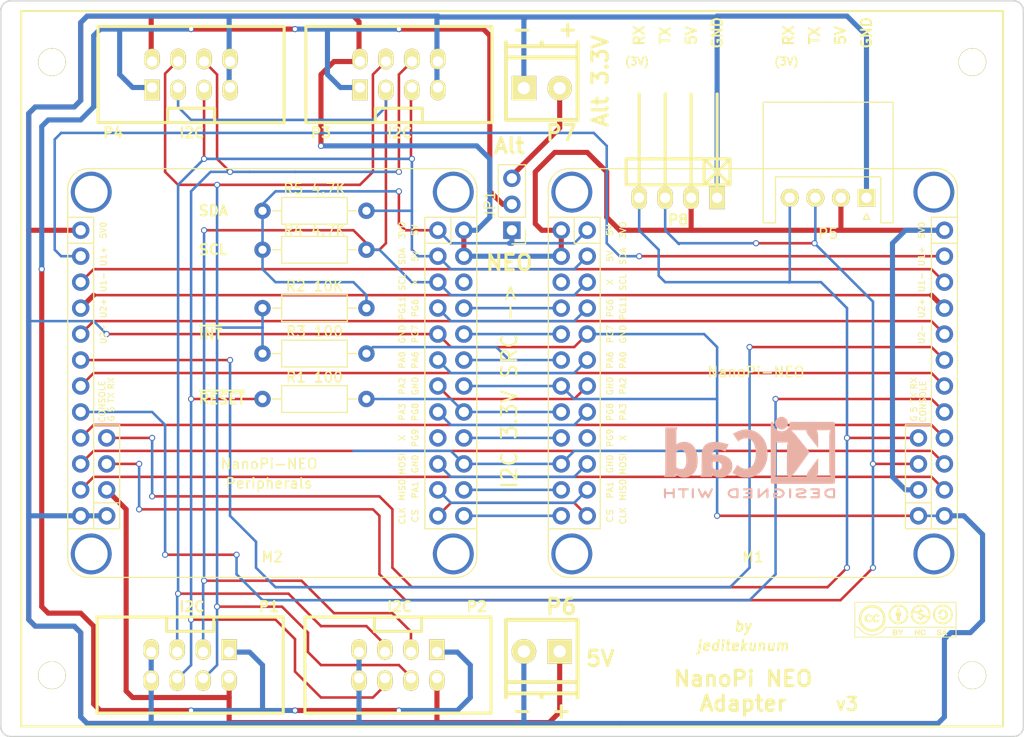
<source format=kicad_pcb>
(kicad_pcb (version 4) (host pcbnew 4.0.7)

  (general
    (links 98)
    (no_connects 0)
    (area 35.924999 61.924999 136.075001 134.075001)
    (thickness 1.6)
    (drawings 49)
    (tracks 466)
    (zones 0)
    (modules 22)
    (nets 36)
  )

  (page A4)
  (layers
    (0 F.Cu signal)
    (31 B.Cu signal)
    (32 B.Adhes user)
    (33 F.Adhes user)
    (34 B.Paste user)
    (35 F.Paste user)
    (36 B.SilkS user)
    (37 F.SilkS user)
    (38 B.Mask user)
    (39 F.Mask user)
    (40 Dwgs.User user)
    (41 Cmts.User user hide)
    (42 Eco1.User user)
    (43 Eco2.User user)
    (44 Edge.Cuts user)
    (45 Margin user)
    (46 B.CrtYd user)
    (47 F.CrtYd user)
    (48 B.Fab user)
    (49 F.Fab user)
  )

  (setup
    (last_trace_width 0.25)
    (user_trace_width 0.5)
    (user_trace_width 0.75)
    (user_trace_width 1)
    (trace_clearance 0.2)
    (zone_clearance 0.508)
    (zone_45_only yes)
    (trace_min 0)
    (segment_width 0.2)
    (edge_width 0.15)
    (via_size 0.6)
    (via_drill 0.4)
    (via_min_size 0.4)
    (via_min_drill 0.3)
    (uvia_size 0.3)
    (uvia_drill 0.1)
    (uvias_allowed no)
    (uvia_min_size 0.2)
    (uvia_min_drill 0.1)
    (pcb_text_width 0.3)
    (pcb_text_size 1.5 1.5)
    (mod_edge_width 0.15)
    (mod_text_size 1 1)
    (mod_text_width 0.15)
    (pad_size 1.7 1.7)
    (pad_drill 1)
    (pad_to_mask_clearance 0.2)
    (aux_axis_origin 0 0)
    (visible_elements FFFFEF7F)
    (pcbplotparams
      (layerselection 0x00030_80000001)
      (usegerberextensions false)
      (excludeedgelayer true)
      (linewidth 0.100000)
      (plotframeref false)
      (viasonmask false)
      (mode 1)
      (useauxorigin false)
      (hpglpennumber 1)
      (hpglpenspeed 20)
      (hpglpendiameter 15)
      (hpglpenoverlay 2)
      (psnegative false)
      (psa4output false)
      (plotreference true)
      (plotvalue true)
      (plotinvisibletext false)
      (padsonsilk false)
      (subtractmaskfromsilk false)
      (outputformat 1)
      (mirror false)
      (drillshape 1)
      (scaleselection 1)
      (outputdirectory ""))
  )

  (net 0 "")
  (net 1 /5V)
  (net 2 /SCL0)
  (net 3 /~INT0)
  (net 4 /SDA0)
  (net 5 /GPIOG11)
  (net 6 /GPIOG6)
  (net 7 /GPIOG7)
  (net 8 /GPIOA0)
  (net 9 /GPIOA6)
  (net 10 /GPIOA2)
  (net 11 /GPIOA3)
  (net 12 /GPIOG8)
  (net 13 /GPIOG9)
  (net 14 /GPIOC0)
  (net 15 /GPIOC1)
  (net 16 /GPIOA1)
  (net 17 /GPIOC2)
  (net 18 /GPIOC3)
  (net 19 /~RESET0)
  (net 20 /RX)
  (net 21 /TX)
  (net 22 /I2S0-SDIN)
  (net 23 /I2S0-SDOUT)
  (net 24 /I2S0-BCK)
  (net 25 /I2S0-LRCK)
  (net 26 /GPIOA17)
  (net 27 /GPIOL11)
  (net 28 /USB2-D-)
  (net 29 /USB2-D+)
  (net 30 /USB1-D-)
  (net 31 /USB1-D+)
  (net 32 /3.3V)
  (net 33 /3.3V-I2C)
  (net 34 GNDREF)
  (net 35 /ALT-3.3V)

  (net_class Default "This is the default net class."
    (clearance 0.2)
    (trace_width 0.25)
    (via_dia 0.6)
    (via_drill 0.4)
    (uvia_dia 0.3)
    (uvia_drill 0.1)
    (add_net /3.3V)
    (add_net /3.3V-I2C)
    (add_net /5V)
    (add_net /ALT-3.3V)
    (add_net /GPIOA0)
    (add_net /GPIOA1)
    (add_net /GPIOA17)
    (add_net /GPIOA2)
    (add_net /GPIOA3)
    (add_net /GPIOA6)
    (add_net /GPIOC0)
    (add_net /GPIOC1)
    (add_net /GPIOC2)
    (add_net /GPIOC3)
    (add_net /GPIOG11)
    (add_net /GPIOG6)
    (add_net /GPIOG7)
    (add_net /GPIOG8)
    (add_net /GPIOG9)
    (add_net /GPIOL11)
    (add_net /I2S0-BCK)
    (add_net /I2S0-LRCK)
    (add_net /I2S0-SDIN)
    (add_net /I2S0-SDOUT)
    (add_net /RX)
    (add_net /SCL0)
    (add_net /SDA0)
    (add_net /TX)
    (add_net /USB1-D+)
    (add_net /USB1-D-)
    (add_net /USB2-D+)
    (add_net /USB2-D-)
    (add_net /~INT0)
    (add_net /~RESET0)
    (add_net GNDREF)
  )

  (module w_conn_strip:vasch_strip_4x2 (layer F.Cu) (tedit 5A9C570D) (tstamp 5A568DD0)
    (at 74.84 127 180)
    (descr "Box header 4x2pin 2.54mm")
    (tags "CONN DEV")
    (path /5A5A352A)
    (fp_text reference P2 (at -7.71 5.715 180) (layer F.SilkS)
      (effects (font (size 1 1) (thickness 0.2032)))
    )
    (fp_text value MY_CONN_I2C (at 0 5.7 180) (layer F.SilkS) hide
      (effects (font (size 1 1) (thickness 0.2032)))
    )
    (fp_line (start -9.1 4.7) (end 9.1 4.7) (layer F.SilkS) (width 0.3048))
    (fp_line (start 9.1 -4.7) (end -9.1 -4.7) (layer F.SilkS) (width 0.3048))
    (fp_line (start -9.1 -4.7) (end -9.1 4.7) (layer F.SilkS) (width 0.3048))
    (fp_line (start 9.1 -4.7) (end 9.1 4.7) (layer F.SilkS) (width 0.3048))
    (fp_line (start 2.3 4.7) (end 2.3 3.3) (layer F.SilkS) (width 0.29972))
    (fp_line (start 2.3 3.3) (end -2.3 3.3) (layer F.SilkS) (width 0.29972))
    (fp_line (start -2.3 3.3) (end -2.3 4.7) (layer F.SilkS) (width 0.29972))
    (pad 8 thru_hole oval (at 3.81 -1.27 180) (size 1.5 2) (drill 1 (offset 0 -0.25)) (layers *.Cu *.Mask F.SilkS)
      (net 34 GNDREF))
    (pad 7 thru_hole oval (at 3.81 1.27 180) (size 1.5 2) (drill 1 (offset 0 0.25)) (layers *.Cu *.Mask F.SilkS)
      (net 34 GNDREF))
    (pad 1 thru_hole rect (at -3.81 1.27 180) (size 1.5 2) (drill 1 (offset 0 0.25)) (layers *.Cu *.Mask F.SilkS)
      (net 33 /3.3V-I2C))
    (pad 2 thru_hole oval (at -3.81 -1.27 180) (size 1.5 2) (drill 1 (offset 0 -0.25)) (layers *.Cu *.Mask F.SilkS)
      (net 1 /5V))
    (pad 3 thru_hole oval (at -1.27 1.27 180) (size 1.5 2) (drill 1 (offset 0 0.25)) (layers *.Cu *.Mask F.SilkS)
      (net 2 /SCL0))
    (pad 4 thru_hole oval (at -1.27 -1.27 180) (size 1.5 2) (drill 1 (offset 0 -0.25)) (layers *.Cu *.Mask F.SilkS)
      (net 3 /~INT0))
    (pad 5 thru_hole oval (at 1.27 1.27 180) (size 1.5 2) (drill 1 (offset 0 0.25)) (layers *.Cu *.Mask F.SilkS)
      (net 4 /SDA0))
    (pad 6 thru_hole oval (at 1.27 -1.27 180) (size 1.5 2) (drill 1 (offset 0 -0.25)) (layers *.Cu *.Mask F.SilkS)
      (net 19 /~RESET0))
    (model walter/conn_strip/vasch_strip_4x2.wrl
      (at (xyz 0 0 0))
      (scale (xyz 1 1 1))
      (rotate (xyz 0 0 0))
    )
  )

  (module w_conn_strip:vasch_strip_4x2 (layer F.Cu) (tedit 5A9C5703) (tstamp 5A568DE2)
    (at 54.61 69.215)
    (descr "Box header 4x2pin 2.54mm")
    (tags "CONN DEV")
    (path /5A5A3688)
    (fp_text reference P4 (at -7.62 5.715) (layer F.SilkS)
      (effects (font (size 1 1) (thickness 0.2032)))
    )
    (fp_text value MY_CONN_I2C (at 0 5.7) (layer F.SilkS) hide
      (effects (font (size 1 1) (thickness 0.2032)))
    )
    (fp_line (start -9.1 4.7) (end 9.1 4.7) (layer F.SilkS) (width 0.3048))
    (fp_line (start 9.1 -4.7) (end -9.1 -4.7) (layer F.SilkS) (width 0.3048))
    (fp_line (start -9.1 -4.7) (end -9.1 4.7) (layer F.SilkS) (width 0.3048))
    (fp_line (start 9.1 -4.7) (end 9.1 4.7) (layer F.SilkS) (width 0.3048))
    (fp_line (start 2.3 4.7) (end 2.3 3.3) (layer F.SilkS) (width 0.29972))
    (fp_line (start 2.3 3.3) (end -2.3 3.3) (layer F.SilkS) (width 0.29972))
    (fp_line (start -2.3 3.3) (end -2.3 4.7) (layer F.SilkS) (width 0.29972))
    (pad 8 thru_hole oval (at 3.81 -1.27) (size 1.5 2) (drill 1 (offset 0 -0.25)) (layers *.Cu *.Mask F.SilkS)
      (net 34 GNDREF))
    (pad 7 thru_hole oval (at 3.81 1.27) (size 1.5 2) (drill 1 (offset 0 0.25)) (layers *.Cu *.Mask F.SilkS)
      (net 34 GNDREF))
    (pad 1 thru_hole rect (at -3.81 1.27) (size 1.5 2) (drill 1 (offset 0 0.25)) (layers *.Cu *.Mask F.SilkS)
      (net 33 /3.3V-I2C))
    (pad 2 thru_hole oval (at -3.81 -1.27) (size 1.5 2) (drill 1 (offset 0 -0.25)) (layers *.Cu *.Mask F.SilkS)
      (net 1 /5V))
    (pad 3 thru_hole oval (at -1.27 1.27) (size 1.5 2) (drill 1 (offset 0 0.25)) (layers *.Cu *.Mask F.SilkS)
      (net 2 /SCL0))
    (pad 4 thru_hole oval (at -1.27 -1.27) (size 1.5 2) (drill 1 (offset 0 -0.25)) (layers *.Cu *.Mask F.SilkS)
      (net 3 /~INT0))
    (pad 5 thru_hole oval (at 1.27 1.27) (size 1.5 2) (drill 1 (offset 0 0.25)) (layers *.Cu *.Mask F.SilkS)
      (net 4 /SDA0))
    (pad 6 thru_hole oval (at 1.27 -1.27) (size 1.5 2) (drill 1 (offset 0 -0.25)) (layers *.Cu *.Mask F.SilkS)
      (net 19 /~RESET0))
    (model walter/conn_strip/vasch_strip_4x2.wrl
      (at (xyz 0 0 0))
      (scale (xyz 1 1 1))
      (rotate (xyz 0 0 0))
    )
  )

  (module Main:MECH_NPTH_M3 (layer F.Cu) (tedit 579B0774) (tstamp 5A569A80)
    (at 41 68)
    (path /5A57B05E)
    (fp_text reference MP1 (at 0 -1.6) (layer F.SilkS) hide
      (effects (font (size 1 1) (thickness 0.15)))
    )
    (fp_text value MECH_NPTH_M3 (at 0 -2.8) (layer F.Fab) hide
      (effects (font (size 1 1) (thickness 0.15)))
    )
    (pad "" np_thru_hole circle (at 0 0) (size 2.7 2.7) (drill 2.6) (layers *.Cu *.Mask F.SilkS))
  )

  (module Main:MECH_NPTH_M3 (layer F.Cu) (tedit 579B0774) (tstamp 5A569A85)
    (at 131 68)
    (path /5A57B109)
    (fp_text reference MP2 (at 0 -1.6) (layer F.SilkS) hide
      (effects (font (size 1 1) (thickness 0.15)))
    )
    (fp_text value MECH_NPTH_M3 (at 0 -2.8) (layer F.Fab) hide
      (effects (font (size 1 1) (thickness 0.15)))
    )
    (pad "" np_thru_hole circle (at 0 0) (size 2.7 2.7) (drill 2.6) (layers *.Cu *.Mask F.SilkS))
  )

  (module Main:MECH_NPTH_M3 (layer F.Cu) (tedit 579B0774) (tstamp 5A569A8A)
    (at 131 128)
    (path /5A57B193)
    (fp_text reference MP3 (at 0 -1.6) (layer F.SilkS) hide
      (effects (font (size 1 1) (thickness 0.15)))
    )
    (fp_text value MECH_NPTH_M3 (at 0 -2.8) (layer F.Fab) hide
      (effects (font (size 1 1) (thickness 0.15)))
    )
    (pad "" np_thru_hole circle (at 0 0) (size 2.7 2.7) (drill 2.6) (layers *.Cu *.Mask F.SilkS))
  )

  (module Main:MECH_NPTH_M3 (layer F.Cu) (tedit 579B0774) (tstamp 5A569A8F)
    (at 41 128)
    (path /5A57B21F)
    (fp_text reference MP4 (at 0 -1.6) (layer F.SilkS) hide
      (effects (font (size 1 1) (thickness 0.15)))
    )
    (fp_text value MECH_NPTH_M3 (at 0 -2.8) (layer F.Fab) hide
      (effects (font (size 1 1) (thickness 0.15)))
    )
    (pad "" np_thru_hole circle (at 0 0) (size 2.7 2.7) (drill 2.6) (layers *.Cu *.Mask F.SilkS))
  )

  (module w_conn_strip:vasch_strip_4x2 (layer F.Cu) (tedit 5A9C5715) (tstamp 5A61FFC5)
    (at 54.52 127 180)
    (descr "Box header 4x2pin 2.54mm")
    (tags "CONN DEV")
    (path /5A5A346D)
    (fp_text reference P1 (at -7.71 5.715 180) (layer F.SilkS)
      (effects (font (size 1 1) (thickness 0.2032)))
    )
    (fp_text value MY_CONN_I2C (at 0 5.7 180) (layer F.SilkS) hide
      (effects (font (size 1 1) (thickness 0.2032)))
    )
    (fp_line (start -9.1 4.7) (end 9.1 4.7) (layer F.SilkS) (width 0.3048))
    (fp_line (start 9.1 -4.7) (end -9.1 -4.7) (layer F.SilkS) (width 0.3048))
    (fp_line (start -9.1 -4.7) (end -9.1 4.7) (layer F.SilkS) (width 0.3048))
    (fp_line (start 9.1 -4.7) (end 9.1 4.7) (layer F.SilkS) (width 0.3048))
    (fp_line (start 2.3 4.7) (end 2.3 3.3) (layer F.SilkS) (width 0.29972))
    (fp_line (start 2.3 3.3) (end -2.3 3.3) (layer F.SilkS) (width 0.29972))
    (fp_line (start -2.3 3.3) (end -2.3 4.7) (layer F.SilkS) (width 0.29972))
    (pad 8 thru_hole oval (at 3.81 -1.27 180) (size 1.5 2) (drill 1 (offset 0 -0.25)) (layers *.Cu *.Mask F.SilkS)
      (net 34 GNDREF))
    (pad 7 thru_hole oval (at 3.81 1.27 180) (size 1.5 2) (drill 1 (offset 0 0.25)) (layers *.Cu *.Mask F.SilkS)
      (net 34 GNDREF))
    (pad 1 thru_hole rect (at -3.81 1.27 180) (size 1.5 2) (drill 1 (offset 0 0.25)) (layers *.Cu *.Mask F.SilkS)
      (net 33 /3.3V-I2C))
    (pad 2 thru_hole oval (at -3.81 -1.27 180) (size 1.5 2) (drill 1 (offset 0 -0.25)) (layers *.Cu *.Mask F.SilkS)
      (net 1 /5V))
    (pad 3 thru_hole oval (at -1.27 1.27 180) (size 1.5 2) (drill 1 (offset 0 0.25)) (layers *.Cu *.Mask F.SilkS)
      (net 2 /SCL0))
    (pad 4 thru_hole oval (at -1.27 -1.27 180) (size 1.5 2) (drill 1 (offset 0 -0.25)) (layers *.Cu *.Mask F.SilkS)
      (net 3 /~INT0))
    (pad 5 thru_hole oval (at 1.27 1.27 180) (size 1.5 2) (drill 1 (offset 0 0.25)) (layers *.Cu *.Mask F.SilkS)
      (net 4 /SDA0))
    (pad 6 thru_hole oval (at 1.27 -1.27 180) (size 1.5 2) (drill 1 (offset 0 -0.25)) (layers *.Cu *.Mask F.SilkS)
      (net 19 /~RESET0))
    (model walter/conn_strip/vasch_strip_4x2.wrl
      (at (xyz 0 0 0))
      (scale (xyz 1 1 1))
      (rotate (xyz 0 0 0))
    )
  )

  (module w_conn_strip:vasch_strip_4x2 (layer F.Cu) (tedit 5A9C5707) (tstamp 5A61FFD1)
    (at 74.93 69.215)
    (descr "Box header 4x2pin 2.54mm")
    (tags "CONN DEV")
    (path /5A5A35D9)
    (fp_text reference P3 (at -7.62 5.715) (layer F.SilkS)
      (effects (font (size 1 1) (thickness 0.2032)))
    )
    (fp_text value MY_CONN_I2C (at 0 5.7) (layer F.SilkS) hide
      (effects (font (size 1 1) (thickness 0.2032)))
    )
    (fp_line (start -9.1 4.7) (end 9.1 4.7) (layer F.SilkS) (width 0.3048))
    (fp_line (start 9.1 -4.7) (end -9.1 -4.7) (layer F.SilkS) (width 0.3048))
    (fp_line (start -9.1 -4.7) (end -9.1 4.7) (layer F.SilkS) (width 0.3048))
    (fp_line (start 9.1 -4.7) (end 9.1 4.7) (layer F.SilkS) (width 0.3048))
    (fp_line (start 2.3 4.7) (end 2.3 3.3) (layer F.SilkS) (width 0.29972))
    (fp_line (start 2.3 3.3) (end -2.3 3.3) (layer F.SilkS) (width 0.29972))
    (fp_line (start -2.3 3.3) (end -2.3 4.7) (layer F.SilkS) (width 0.29972))
    (pad 8 thru_hole oval (at 3.81 -1.27) (size 1.5 2) (drill 1 (offset 0 -0.25)) (layers *.Cu *.Mask F.SilkS)
      (net 34 GNDREF))
    (pad 7 thru_hole oval (at 3.81 1.27) (size 1.5 2) (drill 1 (offset 0 0.25)) (layers *.Cu *.Mask F.SilkS)
      (net 34 GNDREF))
    (pad 1 thru_hole rect (at -3.81 1.27) (size 1.5 2) (drill 1 (offset 0 0.25)) (layers *.Cu *.Mask F.SilkS)
      (net 33 /3.3V-I2C))
    (pad 2 thru_hole oval (at -3.81 -1.27) (size 1.5 2) (drill 1 (offset 0 -0.25)) (layers *.Cu *.Mask F.SilkS)
      (net 1 /5V))
    (pad 3 thru_hole oval (at -1.27 1.27) (size 1.5 2) (drill 1 (offset 0 0.25)) (layers *.Cu *.Mask F.SilkS)
      (net 2 /SCL0))
    (pad 4 thru_hole oval (at -1.27 -1.27) (size 1.5 2) (drill 1 (offset 0 -0.25)) (layers *.Cu *.Mask F.SilkS)
      (net 3 /~INT0))
    (pad 5 thru_hole oval (at 1.27 1.27) (size 1.5 2) (drill 1 (offset 0 0.25)) (layers *.Cu *.Mask F.SilkS)
      (net 4 /SDA0))
    (pad 6 thru_hole oval (at 1.27 -1.27) (size 1.5 2) (drill 1 (offset 0 -0.25)) (layers *.Cu *.Mask F.SilkS)
      (net 19 /~RESET0))
    (model walter/conn_strip/vasch_strip_4x2.wrl
      (at (xyz 0 0 0))
      (scale (xyz 1 1 1))
      (rotate (xyz 0 0 0))
    )
  )

  (module w_conn_pt-1,5:pt_1,5-2-3,5-h (layer F.Cu) (tedit 5A64B54D) (tstamp 5A61FFEE)
    (at 88.9 126.365)
    (descr "2-way 3.5mm pitch terminal block, Phoenix PT series")
    (path /5A5659F4)
    (fp_text reference P6 (at 1.905 -5.08) (layer F.SilkS)
      (effects (font (size 1.5 1.5) (thickness 0.3)))
    )
    (fp_text value CONN_2 (at 0 -5) (layer F.SilkS) hide
      (effects (font (size 1.5 1.5) (thickness 0.3)))
    )
    (fp_line (start 0 3.4) (end 0 3.8) (layer F.SilkS) (width 0.381))
    (fp_line (start -3.5 2.3) (end 3.5 2.3) (layer F.SilkS) (width 0.381))
    (fp_line (start -3.5 3.4) (end 3.5 3.4) (layer F.SilkS) (width 0.381))
    (fp_line (start -3.5 -3.8) (end -3.5 3.8) (layer F.SilkS) (width 0.381))
    (fp_line (start 3.5 3.8) (end 3.5 -3.8) (layer F.SilkS) (width 0.381))
    (fp_line (start 3.5 -3.8) (end -3.5 -3.8) (layer F.SilkS) (width 0.381))
    (pad 2 thru_hole circle (at -1.75 -0.7) (size 2.4 2.4) (drill 1.2) (layers *.Cu *.Mask F.SilkS)
      (net 34 GNDREF))
    (pad 1 thru_hole rect (at 1.75 -0.7) (size 2.4 2.4) (drill 1.2) (layers *.Cu *.Mask F.SilkS)
      (net 1 /5V))
    (model walter/conn_pt-1_5/pt_1,5-2-3,5-h.wrl
      (at (xyz 0 0 0))
      (scale (xyz 1 1 1))
      (rotate (xyz 0 0 0))
    )
  )

  (module w_conn_pt-1,5:pt_1,5-2-3,5-h (layer F.Cu) (tedit 5A64B549) (tstamp 5A61FFF8)
    (at 88.9 69.85 180)
    (descr "2-way 3.5mm pitch terminal block, Phoenix PT series")
    (path /5A5BC564)
    (fp_text reference P7 (at -1.905 -5.08 180) (layer F.SilkS)
      (effects (font (size 1.5 1.5) (thickness 0.3)))
    )
    (fp_text value CONN_2 (at 0 -5 180) (layer F.SilkS) hide
      (effects (font (size 1.5 1.5) (thickness 0.3)))
    )
    (fp_line (start 0 3.4) (end 0 3.8) (layer F.SilkS) (width 0.381))
    (fp_line (start -3.5 2.3) (end 3.5 2.3) (layer F.SilkS) (width 0.381))
    (fp_line (start -3.5 3.4) (end 3.5 3.4) (layer F.SilkS) (width 0.381))
    (fp_line (start -3.5 -3.8) (end -3.5 3.8) (layer F.SilkS) (width 0.381))
    (fp_line (start 3.5 3.8) (end 3.5 -3.8) (layer F.SilkS) (width 0.381))
    (fp_line (start 3.5 -3.8) (end -3.5 -3.8) (layer F.SilkS) (width 0.381))
    (pad 2 thru_hole circle (at -1.75 -0.7 180) (size 2.4 2.4) (drill 1.2) (layers *.Cu *.Mask F.SilkS)
      (net 35 /ALT-3.3V))
    (pad 1 thru_hole rect (at 1.75 -0.7 180) (size 2.4 2.4) (drill 1.2) (layers *.Cu *.Mask F.SilkS)
      (net 34 GNDREF))
    (model walter/conn_pt-1_5/pt_1,5-2-3,5-h.wrl
      (at (xyz 0 0 0))
      (scale (xyz 1 1 1))
      (rotate (xyz 0 0 0))
    )
  )

  (module Pin_Headers:Pin_Header_Straight_1x03_Pitch2.54mm (layer F.Cu) (tedit 5A63BBA7) (tstamp 5A638B52)
    (at 85.979 84.455 180)
    (descr "Through hole straight pin header, 1x03, 2.54mm pitch, single row")
    (tags "Through hole pin header THT 1x03 2.54mm single row")
    (path /5A622FE3)
    (fp_text reference JP1 (at 2.159 2.54 270) (layer F.SilkS)
      (effects (font (size 1 1) (thickness 0.15)))
    )
    (fp_text value Jumper_NC_Dual (at 0 7.41 180) (layer F.Fab) hide
      (effects (font (size 1 1) (thickness 0.15)))
    )
    (fp_line (start -0.635 -1.27) (end 1.27 -1.27) (layer F.Fab) (width 0.1))
    (fp_line (start 1.27 -1.27) (end 1.27 6.35) (layer F.Fab) (width 0.1))
    (fp_line (start 1.27 6.35) (end -1.27 6.35) (layer F.Fab) (width 0.1))
    (fp_line (start -1.27 6.35) (end -1.27 -0.635) (layer F.Fab) (width 0.1))
    (fp_line (start -1.27 -0.635) (end -0.635 -1.27) (layer F.Fab) (width 0.1))
    (fp_line (start -1.33 6.41) (end 1.33 6.41) (layer F.SilkS) (width 0.12))
    (fp_line (start -1.33 1.27) (end -1.33 6.41) (layer F.SilkS) (width 0.12))
    (fp_line (start 1.33 1.27) (end 1.33 6.41) (layer F.SilkS) (width 0.12))
    (fp_line (start -1.33 1.27) (end 1.33 1.27) (layer F.SilkS) (width 0.12))
    (fp_line (start -1.33 0) (end -1.33 -1.33) (layer F.SilkS) (width 0.12))
    (fp_line (start -1.33 -1.33) (end 0 -1.33) (layer F.SilkS) (width 0.12))
    (fp_line (start -1.8 -1.8) (end -1.8 6.85) (layer F.CrtYd) (width 0.05))
    (fp_line (start -1.8 6.85) (end 1.8 6.85) (layer F.CrtYd) (width 0.05))
    (fp_line (start 1.8 6.85) (end 1.8 -1.8) (layer F.CrtYd) (width 0.05))
    (fp_line (start 1.8 -1.8) (end -1.8 -1.8) (layer F.CrtYd) (width 0.05))
    (fp_text user %R (at 0 2.54 270) (layer F.Fab)
      (effects (font (size 1 1) (thickness 0.15)))
    )
    (pad 1 thru_hole rect (at 0 0 180) (size 1.7 1.7) (drill 1) (layers *.Cu *.Mask)
      (net 32 /3.3V))
    (pad 2 thru_hole oval (at 0 2.54 180) (size 1.7 1.7) (drill 1) (layers *.Cu *.Mask)
      (net 33 /3.3V-I2C))
    (pad 3 thru_hole oval (at 0 5.08 180) (size 1.7 1.7) (drill 1) (layers *.Cu *.Mask)
      (net 35 /ALT-3.3V))
    (model ${KISYS3DMOD}/Pin_Headers.3dshapes/Pin_Header_Straight_1x03_Pitch2.54mm.wrl
      (at (xyz 0 0 0))
      (scale (xyz 1 1 1))
      (rotate (xyz 0 0 0))
    )
  )

  (module "0 My FriendlyARM:NanoPi-NEO" (layer F.Cu) (tedit 5A9B2758) (tstamp 5A61FFB9)
    (at 62.23 98.425)
    (path /5A61F687)
    (fp_text reference M2 (at 0.3175 18) (layer F.SilkS)
      (effects (font (size 1 1) (thickness 0.15)))
    )
    (fp_text value NanoPi-NEO (at 0 8.89 180) (layer F.SilkS)
      (effects (font (size 1 1) (thickness 0.15)))
    )
    (fp_line (start -20.32 -20.32) (end 20.955 -20.32) (layer F.CrtYd) (width 0.12))
    (fp_line (start 20.955 -20.32) (end 20.955 20.32) (layer F.CrtYd) (width 0.12))
    (fp_line (start 20.955 20.32) (end -20.32 20.32) (layer F.CrtYd) (width 0.12))
    (fp_line (start -20.32 20.32) (end -20.32 -20.32) (layer F.CrtYd) (width 0.12))
    (fp_line (start -18.7325 0) (end -20.0025 0) (layer F.Fab) (width 0.12))
    (fp_line (start 0.3175 19.05) (end 0.3175 20.32) (layer F.Fab) (width 0.12))
    (fp_line (start 0.3175 -19.05) (end 0.3175 -20.32) (layer F.Fab) (width 0.12))
    (fp_text user CONSOLE (at -16.3195 2.794 90) (layer F.SilkS)
      (effects (font (size 0.6 0.6) (thickness 0.1)))
    )
    (fp_text user RX (at -15.4305 1.016 90) (layer F.SilkS)
      (effects (font (size 0.6 0.6) (thickness 0.1)))
    )
    (fp_text user TX (at -15.4305 2.413 90) (layer F.SilkS)
      (effects (font (size 0.6 0.6) (thickness 0.1)))
    )
    (fp_text user 5 (at -15.4305 3.556 90) (layer F.SilkS)
      (effects (font (size 0.6 0.6) (thickness 0.1)))
    )
    (fp_text user G (at -15.4305 4.445 90) (layer F.SilkS)
      (effects (font (size 0.6 0.6) (thickness 0.1)))
    )
    (fp_text user U2- (at -16.1925 -3.81 90) (layer F.SilkS)
      (effects (font (size 0.6 0.6) (thickness 0.1)))
    )
    (fp_text user U2+ (at -16.1925 -6.35 90) (layer F.SilkS)
      (effects (font (size 0.6 0.6) (thickness 0.1)))
    )
    (fp_text user U1- (at -16.1925 -8.89 90) (layer F.SilkS)
      (effects (font (size 0.6 0.6) (thickness 0.1)))
    )
    (fp_text user U1+ (at -16.1925 -11.43 90) (layer F.SilkS)
      (effects (font (size 0.6 0.6) (thickness 0.1)))
    )
    (fp_text user 5V0 (at -16.1925 -13.97 90) (layer F.SilkS)
      (effects (font (size 0.6 0.6) (thickness 0.1)))
    )
    (fp_text user CLK (at 13.0175 13.97 90) (layer F.SilkS)
      (effects (font (size 0.6 0.6) (thickness 0.1)))
    )
    (fp_text user MISO (at 13.0175 11.43 90) (layer F.SilkS)
      (effects (font (size 0.6 0.6) (thickness 0.1)))
    )
    (fp_text user MOSI (at 13.0175 8.89 90) (layer F.SilkS)
      (effects (font (size 0.6 0.6) (thickness 0.1)))
    )
    (fp_text user X (at 13.0175 6.35 90) (layer F.SilkS)
      (effects (font (size 0.6 0.6) (thickness 0.1)))
    )
    (fp_text user PA3 (at 13.0175 3.81 90) (layer F.SilkS)
      (effects (font (size 0.6 0.6) (thickness 0.1)))
    )
    (fp_text user PA2 (at 13.0175 1.27 90) (layer F.SilkS)
      (effects (font (size 0.6 0.6) (thickness 0.1)))
    )
    (fp_text user PA0 (at 13.0175 -1.27 90) (layer F.SilkS)
      (effects (font (size 0.6 0.6) (thickness 0.1)))
    )
    (fp_text user GND (at 13.0175 -3.81 90) (layer F.SilkS)
      (effects (font (size 0.6 0.6) (thickness 0.1)))
    )
    (fp_text user PG11 (at 13.0175 -6.35 90) (layer F.SilkS)
      (effects (font (size 0.6 0.6) (thickness 0.1)))
    )
    (fp_text user SCL (at 13.0175 -8.89 90) (layer F.SilkS)
      (effects (font (size 0.6 0.6) (thickness 0.1)))
    )
    (fp_text user SDA (at 13.0175 -11.43 90) (layer F.SilkS)
      (effects (font (size 0.6 0.6) (thickness 0.1)))
    )
    (fp_text user CS (at 14.2875 13.97 90) (layer F.SilkS)
      (effects (font (size 0.6 0.7) (thickness 0.1)))
    )
    (fp_text user PA1 (at 14.2875 11.43 90) (layer F.SilkS)
      (effects (font (size 0.6 0.6) (thickness 0.1)))
    )
    (fp_text user GND (at 14.2875 8.89 90) (layer F.SilkS)
      (effects (font (size 0.6 0.6) (thickness 0.1)))
    )
    (fp_text user PG9 (at 14.2875 6.35 90) (layer F.SilkS)
      (effects (font (size 0.6 0.6) (thickness 0.1)))
    )
    (fp_text user PG8 (at 14.2875 3.81 90) (layer F.SilkS)
      (effects (font (size 0.6 0.6) (thickness 0.1)))
    )
    (fp_text user GND (at 14.2875 1.27 90) (layer F.SilkS)
      (effects (font (size 0.6 0.6) (thickness 0.1)))
    )
    (fp_text user PA6 (at 14.2875 -1.27 90) (layer F.SilkS)
      (effects (font (size 0.6 0.6) (thickness 0.1)))
    )
    (fp_text user PG7 (at 14.2875 -3.81 90) (layer F.SilkS)
      (effects (font (size 0.6 0.6) (thickness 0.1)))
    )
    (fp_text user PG6 (at 14.2875 -6.35 90) (layer F.SilkS)
      (effects (font (size 0.6 0.6) (thickness 0.1)))
    )
    (fp_text user X (at 14.2875 -8.89 90) (layer F.SilkS)
      (effects (font (size 0.6 0.6) (thickness 0.1)))
    )
    (fp_text user 5V (at 14.2875 -11.43 90) (layer F.SilkS)
      (effects (font (size 0.6 0.6) (thickness 0.1)))
    )
    (fp_text user 5V (at 14.2875 -13.97 90) (layer F.SilkS)
      (effects (font (size 0.6 0.6) (thickness 0.12)))
    )
    (fp_text user 3VO (at 13.0175 -13.97 90) (layer F.SilkS)
      (effects (font (size 0.6 0.6) (thickness 0.1)))
    )
    (fp_line (start -17.145 12.7) (end -14.605 12.7) (layer F.SilkS) (width 0.12))
    (fp_line (start -17.145 15.24) (end -14.605 15.24) (layer F.SilkS) (width 0.12))
    (fp_line (start -14.605 15.24) (end -14.605 5.08) (layer F.SilkS) (width 0.12))
    (fp_line (start -14.605 5.08) (end -17.145 5.08) (layer F.SilkS) (width 0.12))
    (fp_line (start -19.685 -12.7) (end -17.145 -12.7) (layer F.SilkS) (width 0.12))
    (fp_line (start -19.685 15.24) (end -17.145 15.24) (layer F.SilkS) (width 0.12))
    (fp_line (start -19.685 -15.24) (end -17.145 -15.24) (layer F.SilkS) (width 0.12))
    (fp_line (start -17.145 -15.24) (end -17.145 15.24) (layer F.SilkS) (width 0.12))
    (fp_line (start 15.24 -12.7) (end 17.78 -12.7) (layer F.SilkS) (width 0.12))
    (fp_line (start 20.32 -15.24) (end 15.24 -15.24) (layer F.SilkS) (width 0.12))
    (fp_line (start 15.24 -15.24) (end 15.24 15.24) (layer F.SilkS) (width 0.12))
    (fp_line (start 17.78 -12.7) (end 17.78 -15.24) (layer F.SilkS) (width 0.12))
    (fp_line (start 17.78 15.24) (end 15.24 15.24) (layer F.SilkS) (width 0.12))
    (fp_line (start 17.78 15.24) (end 20.32 15.24) (layer F.SilkS) (width 0.12))
    (fp_arc (start -17.6825 18) (end -17.6825 20) (angle 90) (layer F.SilkS) (width 0.12))
    (fp_arc (start 18.3175 18) (end 20.3175 18) (angle 90) (layer F.SilkS) (width 0.12))
    (fp_arc (start 18.3175 -18) (end 18.3175 -20) (angle 90) (layer F.SilkS) (width 0.12))
    (fp_arc (start -17.6825 -18) (end -19.6825 -18) (angle 90) (layer F.SilkS) (width 0.12))
    (fp_line (start -17.6825 -20) (end 18.3175 -20) (layer F.SilkS) (width 0.12))
    (fp_line (start 20.3175 18) (end 20.3175 -18) (layer F.SilkS) (width 0.12))
    (fp_line (start -17.6825 20) (end 18.3175 20) (layer F.SilkS) (width 0.12))
    (fp_line (start -19.6825 -18) (end -19.6825 18) (layer F.SilkS) (width 0.12))
    (pad 40 thru_hole circle (at -15.875 6.35) (size 1.7 1.7) (drill 1) (layers *.Cu *.Mask)
      (net 20 /RX))
    (pad 39 thru_hole circle (at -15.875 8.89) (size 1.7 1.7) (drill 1) (layers *.Cu *.Mask)
      (net 21 /TX))
    (pad 38 thru_hole circle (at -15.875 11.43) (size 1.7 1.7) (drill 1) (layers *.Cu *.Mask)
      (net 1 /5V))
    (pad 37 thru_hole circle (at -15.875 13.97) (size 1.7 1.7) (drill 1) (layers *.Cu *.Mask)
      (net 34 GNDREF))
    (pad 36 thru_hole circle (at -18.415 13.97) (size 1.7 1.7) (drill 1) (layers *.Cu *.Mask)
      (net 34 GNDREF))
    (pad 35 thru_hole circle (at -18.415 11.43) (size 1.7 1.7) (drill 1) (layers *.Cu *.Mask)
      (net 22 /I2S0-SDIN))
    (pad 34 thru_hole circle (at -18.415 8.89) (size 1.7 1.7) (drill 1) (layers *.Cu *.Mask)
      (net 23 /I2S0-SDOUT))
    (pad 33 thru_hole circle (at -18.415 6.35) (size 1.7 1.7) (drill 1) (layers *.Cu *.Mask)
      (net 24 /I2S0-BCK))
    (pad 32 thru_hole circle (at -18.415 3.81) (size 1.7 1.7) (drill 1) (layers *.Cu *.Mask)
      (net 25 /I2S0-LRCK))
    (pad 31 thru_hole circle (at -18.415 1.27) (size 1.7 1.7) (drill 1) (layers *.Cu *.Mask)
      (net 26 /GPIOA17))
    (pad 30 thru_hole circle (at -18.415 -1.27) (size 1.7 1.7) (drill 1) (layers *.Cu *.Mask)
      (net 27 /GPIOL11))
    (pad 29 thru_hole circle (at -18.415 -3.81) (size 1.7 1.7) (drill 1) (layers *.Cu *.Mask)
      (net 28 /USB2-D-))
    (pad 28 thru_hole circle (at -18.415 -6.35) (size 1.7 1.7) (drill 1) (layers *.Cu *.Mask)
      (net 29 /USB2-D+))
    (pad 27 thru_hole circle (at -18.415 -8.89) (size 1.7 1.7) (drill 1) (layers *.Cu *.Mask)
      (net 30 /USB1-D-))
    (pad 26 thru_hole circle (at -18.415 -11.43) (size 1.7 1.7) (drill 1) (layers *.Cu *.Mask)
      (net 31 /USB1-D+))
    (pad 24 thru_hole circle (at 19.05 13.97) (size 1.7 1.7) (drill 1) (layers *.Cu *.Mask)
      (net 18 /GPIOC3))
    (pad 22 thru_hole circle (at 19.05 11.43) (size 1.7 1.7) (drill 1) (layers *.Cu *.Mask)
      (net 16 /GPIOA1))
    (pad 20 thru_hole circle (at 19.05 8.89) (size 1.7 1.7) (drill 1) (layers *.Cu *.Mask)
      (net 34 GNDREF))
    (pad 18 thru_hole circle (at 19.05 6.35) (size 1.7 1.7) (drill 1) (layers *.Cu *.Mask)
      (net 13 /GPIOG9))
    (pad 16 thru_hole circle (at 19.05 3.81) (size 1.7 1.7) (drill 1) (layers *.Cu *.Mask)
      (net 12 /GPIOG8))
    (pad 14 thru_hole circle (at 19.05 1.27) (size 1.7 1.7) (drill 1) (layers *.Cu *.Mask)
      (net 34 GNDREF))
    (pad 12 thru_hole circle (at 19.05 -1.27) (size 1.7 1.7) (drill 1) (layers *.Cu *.Mask)
      (net 9 /GPIOA6))
    (pad 10 thru_hole circle (at 19.05 -3.81) (size 1.7 1.7) (drill 1) (layers *.Cu *.Mask)
      (net 7 /GPIOG7))
    (pad 8 thru_hole circle (at 19.05 -6.35) (size 1.7 1.7) (drill 1) (layers *.Cu *.Mask)
      (net 6 /GPIOG6))
    (pad 6 thru_hole circle (at 19.05 -8.89) (size 1.7 1.7) (drill 1) (layers *.Cu *.Mask))
    (pad 4 thru_hole circle (at 19.05 -11.43) (size 1.7 1.7) (drill 1) (layers *.Cu *.Mask)
      (net 1 /5V))
    (pad 25 thru_hole circle (at -18.415 -13.97) (size 1.7 1.7) (drill 1) (layers *.Cu *.Mask)
      (net 1 /5V))
    (pad 23 thru_hole circle (at 16.51 13.97) (size 1.7 1.7) (drill 1) (layers *.Cu *.Mask)
      (net 17 /GPIOC2))
    (pad 21 thru_hole circle (at 16.51 11.43) (size 1.7 1.7) (drill 1) (layers *.Cu *.Mask)
      (net 15 /GPIOC1))
    (pad 1 thru_hole circle (at 16.51 -13.97) (size 1.7 1.7) (drill 1) (layers *.Cu *.Mask)
      (net 32 /3.3V))
    (pad "" np_thru_hole circle (at -17.3825 17.7) (size 4 4) (drill 3.2) (layers *.Cu *.Mask))
    (pad "" np_thru_hole circle (at 18.0175 17.7) (size 4 4) (drill 3.2) (layers *.Cu *.Mask))
    (pad "" np_thru_hole circle (at 18.0175 -17.7) (size 4 4) (drill 3.2) (layers *.Cu *.Mask))
    (pad 2 thru_hole circle (at 19.05 -13.97) (size 1.7 1.7) (drill 1) (layers *.Cu *.Mask)
      (net 1 /5V))
    (pad 3 thru_hole circle (at 16.51 -11.43) (size 1.7 1.7) (drill 1) (layers *.Cu *.Mask)
      (net 4 /SDA0))
    (pad 5 thru_hole circle (at 16.51 -8.89) (size 1.7 1.7) (drill 1) (layers *.Cu *.Mask)
      (net 2 /SCL0))
    (pad 7 thru_hole circle (at 16.51 -6.35) (size 1.7 1.7) (drill 1) (layers *.Cu *.Mask)
      (net 5 /GPIOG11))
    (pad 9 thru_hole circle (at 16.51 -3.81) (size 1.7 1.7) (drill 1) (layers *.Cu *.Mask)
      (net 34 GNDREF))
    (pad 11 thru_hole circle (at 16.51 -1.27) (size 1.7 1.7) (drill 1) (layers *.Cu *.Mask)
      (net 8 /GPIOA0))
    (pad 13 thru_hole circle (at 16.51 1.27) (size 1.7 1.7) (drill 1) (layers *.Cu *.Mask)
      (net 10 /GPIOA2))
    (pad 15 thru_hole circle (at 16.51 3.81) (size 1.7 1.7) (drill 1) (layers *.Cu *.Mask)
      (net 11 /GPIOA3))
    (pad 17 thru_hole circle (at 16.51 6.35) (size 1.7 1.7) (drill 1) (layers *.Cu *.Mask))
    (pad 19 thru_hole circle (at 16.51 8.89) (size 1.7 1.7) (drill 1) (layers *.Cu *.Mask)
      (net 14 /GPIOC0))
    (pad "" np_thru_hole circle (at -17.3825 -17.7) (size 4 4) (drill 3.2) (layers *.Cu *.Mask))
  )

  (module "0 My FriendlyARM:NanoPi-NEO-mirrored" (layer F.Cu) (tedit 5A9B2052) (tstamp 5A61FF51)
    (at 109.22 98.425)
    (path /5A620B24)
    (fp_text reference M1 (at 0.3175 18) (layer F.SilkS)
      (effects (font (size 1 1) (thickness 0.15)))
    )
    (fp_text value NanoPi-NEO (at 0.6175 -0.1) (layer F.SilkS)
      (effects (font (size 1 1) (thickness 0.15)))
    )
    (fp_line (start -20.32 20.32) (end 20.955 20.32) (layer F.CrtYd) (width 0.12))
    (fp_line (start 20.955 20.32) (end 20.955 -20.32) (layer F.CrtYd) (width 0.12))
    (fp_line (start -20.32 20.32) (end 20.32 20.32) (layer F.CrtYd) (width 0.12))
    (fp_line (start -20.32 -20.32) (end -20.32 20.32) (layer F.CrtYd) (width 0.12))
    (fp_line (start -20.32 -20.32) (end 20.955 -20.32) (layer F.CrtYd) (width 0.12))
    (fp_line (start 0.3175 19.05) (end 0.3175 20.32) (layer F.Fab) (width 0.12))
    (fp_line (start -18.7325 0) (end -20.0025 0) (layer F.Fab) (width 0.12))
    (fp_line (start 19.3675 0) (end 20.6375 0) (layer F.Fab) (width 0.12))
    (fp_line (start 0.3175 -19.05) (end 0.3175 -20.32) (layer F.Fab) (width 0.12))
    (fp_text user CONSOLE (at 16.9545 2.794 270) (layer F.SilkS)
      (effects (font (size 0.6 0.6) (thickness 0.1)))
    )
    (fp_text user RX (at 16.0655 1.016 270) (layer F.SilkS)
      (effects (font (size 0.6 0.6) (thickness 0.1)))
    )
    (fp_text user TX (at 16.0655 2.413 270) (layer F.SilkS)
      (effects (font (size 0.6 0.6) (thickness 0.1)))
    )
    (fp_text user 5 (at 16.0655 3.556 270) (layer F.SilkS)
      (effects (font (size 0.6 0.6) (thickness 0.1)))
    )
    (fp_text user G (at 16.0655 4.445 270) (layer F.SilkS)
      (effects (font (size 0.6 0.6) (thickness 0.1)))
    )
    (fp_text user U2- (at 16.8275 -3.81 270) (layer F.SilkS)
      (effects (font (size 0.6 0.6) (thickness 0.1)))
    )
    (fp_text user U2+ (at 16.8275 -6.35 270) (layer F.SilkS)
      (effects (font (size 0.6 0.6) (thickness 0.1)))
    )
    (fp_text user U1- (at 16.8275 -8.89 270) (layer F.SilkS)
      (effects (font (size 0.6 0.6) (thickness 0.1)))
    )
    (fp_text user U1+ (at 16.8275 -11.43 270) (layer F.SilkS)
      (effects (font (size 0.6 0.6) (thickness 0.1)))
    )
    (fp_text user 5V0 (at 16.8275 -13.97 270) (layer F.SilkS)
      (effects (font (size 0.6 0.6) (thickness 0.1)))
    )
    (fp_text user CLK (at -12.3825 13.97 270) (layer F.SilkS)
      (effects (font (size 0.6 0.6) (thickness 0.1)))
    )
    (fp_text user MISO (at -12.3825 11.43 270) (layer F.SilkS)
      (effects (font (size 0.6 0.6) (thickness 0.1)))
    )
    (fp_text user MOSI (at -12.3825 8.89 270) (layer F.SilkS)
      (effects (font (size 0.6 0.6) (thickness 0.1)))
    )
    (fp_text user X (at -12.3825 6.35 90) (layer F.SilkS)
      (effects (font (size 0.6 0.6) (thickness 0.1)))
    )
    (fp_text user PA3 (at -12.3825 3.81 270) (layer F.SilkS)
      (effects (font (size 0.6 0.6) (thickness 0.1)))
    )
    (fp_text user PA2 (at -12.3825 1.27 270) (layer F.SilkS)
      (effects (font (size 0.6 0.6) (thickness 0.1)))
    )
    (fp_text user PA0 (at -12.3825 -1.27 270) (layer F.SilkS)
      (effects (font (size 0.6 0.6) (thickness 0.1)))
    )
    (fp_text user GND (at -12.3825 -3.81 270) (layer F.SilkS)
      (effects (font (size 0.6 0.6) (thickness 0.1)))
    )
    (fp_text user PG11 (at -12.3825 -6.35 270) (layer F.SilkS)
      (effects (font (size 0.6 0.6) (thickness 0.1)))
    )
    (fp_text user SCL (at -12.3825 -8.89 270) (layer F.SilkS)
      (effects (font (size 0.6 0.6) (thickness 0.1)))
    )
    (fp_text user SDA (at -12.3825 -11.43 270) (layer F.SilkS)
      (effects (font (size 0.6 0.6) (thickness 0.1)))
    )
    (fp_text user CS (at -13.6525 13.97 270) (layer F.SilkS)
      (effects (font (size 0.6 0.7) (thickness 0.1)))
    )
    (fp_text user PA1 (at -13.6525 11.43 270) (layer F.SilkS)
      (effects (font (size 0.6 0.6) (thickness 0.1)))
    )
    (fp_text user GND (at -13.6525 8.89 270) (layer F.SilkS)
      (effects (font (size 0.6 0.6) (thickness 0.1)))
    )
    (fp_text user PG9 (at -13.6525 6.35 270) (layer F.SilkS)
      (effects (font (size 0.6 0.6) (thickness 0.1)))
    )
    (fp_text user PG8 (at -13.6525 3.81 270) (layer F.SilkS)
      (effects (font (size 0.6 0.6) (thickness 0.1)))
    )
    (fp_text user GND (at -13.6525 1.27 270) (layer F.SilkS)
      (effects (font (size 0.6 0.6) (thickness 0.1)))
    )
    (fp_text user PA6 (at -13.6525 -1.27 270) (layer F.SilkS)
      (effects (font (size 0.6 0.6) (thickness 0.1)))
    )
    (fp_text user PG7 (at -13.6525 -3.81 270) (layer F.SilkS)
      (effects (font (size 0.6 0.6) (thickness 0.1)))
    )
    (fp_text user PG6 (at -13.6525 -6.35 270) (layer F.SilkS)
      (effects (font (size 0.6 0.6) (thickness 0.1)))
    )
    (fp_text user X (at -13.6525 -8.89 90) (layer F.SilkS)
      (effects (font (size 0.6 0.6) (thickness 0.1)))
    )
    (fp_text user 5V (at -13.6525 -11.43 270) (layer F.SilkS)
      (effects (font (size 0.6 0.6) (thickness 0.1)))
    )
    (fp_text user 5V (at -13.6525 -13.97 270) (layer F.SilkS)
      (effects (font (size 0.6 0.6) (thickness 0.12)))
    )
    (fp_text user 3VO (at -12.3825 -13.97 270) (layer F.SilkS)
      (effects (font (size 0.6 0.6) (thickness 0.1)))
    )
    (fp_line (start 17.78 12.7) (end 15.24 12.7) (layer F.SilkS) (width 0.12))
    (fp_line (start 17.78 15.24) (end 15.24 15.24) (layer F.SilkS) (width 0.12))
    (fp_line (start 15.24 15.24) (end 15.24 5.08) (layer F.SilkS) (width 0.12))
    (fp_line (start 15.24 5.08) (end 17.78 5.08) (layer F.SilkS) (width 0.12))
    (fp_line (start 20.32 -12.7) (end 17.78 -12.7) (layer F.SilkS) (width 0.12))
    (fp_line (start 20.32 15.24) (end 17.78 15.24) (layer F.SilkS) (width 0.12))
    (fp_line (start 20.32 -15.24) (end 17.78 -15.24) (layer F.SilkS) (width 0.12))
    (fp_line (start 17.78 -15.24) (end 17.78 15.24) (layer F.SilkS) (width 0.12))
    (fp_line (start -14.605 -12.7) (end -17.145 -12.7) (layer F.SilkS) (width 0.12))
    (fp_line (start -19.685 -15.24) (end -14.605 -15.24) (layer F.SilkS) (width 0.12))
    (fp_line (start -14.605 -15.24) (end -14.605 15.24) (layer F.SilkS) (width 0.12))
    (fp_line (start -17.145 -12.7) (end -17.145 -15.24) (layer F.SilkS) (width 0.12))
    (fp_line (start -17.145 15.24) (end -14.605 15.24) (layer F.SilkS) (width 0.12))
    (fp_line (start -17.145 15.24) (end -19.685 15.24) (layer F.SilkS) (width 0.12))
    (fp_arc (start 18.3175 18) (end 18.3175 20) (angle -90) (layer F.SilkS) (width 0.12))
    (fp_arc (start -17.6825 18) (end -19.6825 18) (angle -90) (layer F.SilkS) (width 0.12))
    (fp_arc (start -17.6825 -18) (end -17.6825 -20) (angle -90) (layer F.SilkS) (width 0.12))
    (fp_arc (start 18.3175 -18) (end 20.3175 -18) (angle -90) (layer F.SilkS) (width 0.12))
    (fp_line (start 18.3175 -20) (end -17.6825 -20) (layer F.SilkS) (width 0.12))
    (fp_line (start -19.6825 18) (end -19.6825 -18) (layer F.SilkS) (width 0.12))
    (fp_line (start 18.3175 20) (end -17.6825 20) (layer F.SilkS) (width 0.12))
    (fp_line (start 20.3175 -18) (end 20.3175 18) (layer F.SilkS) (width 0.12))
    (pad 40 thru_hole circle (at 16.51 6.35) (size 1.7 1.7) (drill 1) (layers *.Cu *.Mask)
      (net 20 /RX))
    (pad 39 thru_hole circle (at 16.51 8.89) (size 1.7 1.7) (drill 1) (layers *.Cu *.Mask)
      (net 21 /TX))
    (pad 38 thru_hole circle (at 16.51 11.43) (size 1.7 1.7) (drill 1) (layers *.Cu *.Mask)
      (net 1 /5V))
    (pad 37 thru_hole circle (at 16.51 13.97) (size 1.7 1.7) (drill 1) (layers *.Cu *.Mask)
      (net 34 GNDREF))
    (pad 36 thru_hole circle (at 19.05 13.97) (size 1.7 1.7) (drill 1) (layers *.Cu *.Mask)
      (net 34 GNDREF))
    (pad 35 thru_hole circle (at 19.05 11.43) (size 1.7 1.7) (drill 1) (layers *.Cu *.Mask)
      (net 22 /I2S0-SDIN))
    (pad 34 thru_hole circle (at 19.05 8.89) (size 1.7 1.7) (drill 1) (layers *.Cu *.Mask)
      (net 23 /I2S0-SDOUT))
    (pad 33 thru_hole circle (at 19.05 6.35) (size 1.7 1.7) (drill 1) (layers *.Cu *.Mask)
      (net 24 /I2S0-BCK))
    (pad 32 thru_hole circle (at 19.05 3.81) (size 1.7 1.7) (drill 1) (layers *.Cu *.Mask)
      (net 25 /I2S0-LRCK))
    (pad 31 thru_hole circle (at 19.05 1.27) (size 1.7 1.7) (drill 1) (layers *.Cu *.Mask)
      (net 26 /GPIOA17))
    (pad 30 thru_hole circle (at 19.05 -1.27) (size 1.7 1.7) (drill 1) (layers *.Cu *.Mask)
      (net 27 /GPIOL11))
    (pad 29 thru_hole circle (at 19.05 -3.81) (size 1.7 1.7) (drill 1) (layers *.Cu *.Mask)
      (net 28 /USB2-D-))
    (pad 28 thru_hole circle (at 19.05 -6.35) (size 1.7 1.7) (drill 1) (layers *.Cu *.Mask)
      (net 29 /USB2-D+))
    (pad 27 thru_hole circle (at 19.05 -8.89) (size 1.7 1.7) (drill 1) (layers *.Cu *.Mask)
      (net 30 /USB1-D-))
    (pad 26 thru_hole circle (at 19.05 -11.43) (size 1.7 1.7) (drill 1) (layers *.Cu *.Mask)
      (net 31 /USB1-D+))
    (pad 24 thru_hole circle (at -18.415 13.97) (size 1.7 1.7) (drill 1) (layers *.Cu *.Mask)
      (net 18 /GPIOC3))
    (pad 22 thru_hole circle (at -18.415 11.43) (size 1.7 1.7) (drill 1) (layers *.Cu *.Mask)
      (net 16 /GPIOA1))
    (pad 20 thru_hole circle (at -18.415 8.89) (size 1.7 1.7) (drill 1) (layers *.Cu *.Mask)
      (net 34 GNDREF))
    (pad 18 thru_hole circle (at -18.415 6.35) (size 1.7 1.7) (drill 1) (layers *.Cu *.Mask)
      (net 13 /GPIOG9))
    (pad 16 thru_hole circle (at -18.415 3.81) (size 1.7 1.7) (drill 1) (layers *.Cu *.Mask)
      (net 12 /GPIOG8))
    (pad 14 thru_hole circle (at -18.415 1.27) (size 1.7 1.7) (drill 1) (layers *.Cu *.Mask)
      (net 34 GNDREF))
    (pad 12 thru_hole circle (at -18.415 -1.27) (size 1.7 1.7) (drill 1) (layers *.Cu *.Mask)
      (net 9 /GPIOA6))
    (pad 10 thru_hole circle (at -18.415 -3.81) (size 1.7 1.7) (drill 1) (layers *.Cu *.Mask)
      (net 7 /GPIOG7))
    (pad 8 thru_hole circle (at -18.415 -6.35) (size 1.7 1.7) (drill 1) (layers *.Cu *.Mask)
      (net 6 /GPIOG6))
    (pad 6 thru_hole circle (at -18.415 -8.89) (size 1.7 1.7) (drill 1) (layers *.Cu *.Mask))
    (pad 4 thru_hole circle (at -18.415 -11.43) (size 1.7 1.7) (drill 1) (layers *.Cu *.Mask)
      (net 1 /5V))
    (pad 25 thru_hole circle (at 19.05 -13.97) (size 1.7 1.7) (drill 1) (layers *.Cu *.Mask)
      (net 1 /5V))
    (pad 23 thru_hole circle (at -15.875 13.97) (size 1.7 1.7) (drill 1) (layers *.Cu *.Mask)
      (net 17 /GPIOC2))
    (pad 21 thru_hole circle (at -15.875 11.43) (size 1.7 1.7) (drill 1) (layers *.Cu *.Mask)
      (net 15 /GPIOC1))
    (pad 1 thru_hole circle (at -15.875 -13.97) (size 1.7 1.7) (drill 1) (layers *.Cu *.Mask)
      (net 32 /3.3V))
    (pad "" np_thru_hole circle (at 18.0175 17.7) (size 4 4) (drill 3.2) (layers *.Cu *.Mask))
    (pad "" np_thru_hole circle (at -17.3825 17.7) (size 4 4) (drill 3.2) (layers *.Cu *.Mask))
    (pad "" np_thru_hole circle (at -17.3825 -17.7) (size 4 4) (drill 3.2) (layers *.Cu *.Mask))
    (pad 2 thru_hole circle (at -18.415 -13.97) (size 1.7 1.7) (drill 1) (layers *.Cu *.Mask)
      (net 1 /5V))
    (pad 3 thru_hole circle (at -15.875 -11.43) (size 1.7 1.7) (drill 1) (layers *.Cu *.Mask)
      (net 4 /SDA0))
    (pad 5 thru_hole circle (at -15.875 -8.89) (size 1.7 1.7) (drill 1) (layers *.Cu *.Mask)
      (net 2 /SCL0))
    (pad 7 thru_hole circle (at -15.875 -6.35) (size 1.7 1.7) (drill 1) (layers *.Cu *.Mask)
      (net 5 /GPIOG11))
    (pad 9 thru_hole circle (at -15.875 -3.81) (size 1.7 1.7) (drill 1) (layers *.Cu *.Mask)
      (net 34 GNDREF))
    (pad 11 thru_hole circle (at -15.875 -1.27) (size 1.7 1.7) (drill 1) (layers *.Cu *.Mask)
      (net 8 /GPIOA0))
    (pad 13 thru_hole circle (at -15.875 1.27) (size 1.7 1.7) (drill 1) (layers *.Cu *.Mask)
      (net 10 /GPIOA2))
    (pad 15 thru_hole circle (at -15.875 3.81) (size 1.7 1.7) (drill 1) (layers *.Cu *.Mask)
      (net 11 /GPIOA3))
    (pad 17 thru_hole circle (at -15.875 6.35) (size 1.7 1.7) (drill 1) (layers *.Cu *.Mask))
    (pad 19 thru_hole circle (at -15.875 8.89) (size 1.7 1.7) (drill 1) (layers *.Cu *.Mask)
      (net 14 /GPIOC0))
    (pad "" np_thru_hole circle (at 18.0175 -17.7) (size 4 4) (drill 3.2) (layers *.Cu *.Mask))
  )

  (module Connectors_JST:JST_XH_S04B-XH-A_04x2.50mm_Angled (layer F.Cu) (tedit 58EAE850) (tstamp 5A7B233E)
    (at 120.65 81.28 180)
    (descr "JST XH series connector, S04B-XH-A, side entry type, through hole")
    (tags "connector jst xh tht side horizontal angled 2.50mm")
    (path /5A7B02D7)
    (fp_text reference P5 (at 3.75 -3.5 180) (layer F.SilkS)
      (effects (font (size 1 1) (thickness 0.15)))
    )
    (fp_text value CONN_4 (at 3.75 10.3 180) (layer F.Fab)
      (effects (font (size 1 1) (thickness 0.15)))
    )
    (fp_line (start -2.45 -2.3) (end -2.45 9.2) (layer F.Fab) (width 0.1))
    (fp_line (start -2.45 9.2) (end 9.95 9.2) (layer F.Fab) (width 0.1))
    (fp_line (start 9.95 9.2) (end 9.95 -2.3) (layer F.Fab) (width 0.1))
    (fp_line (start 9.95 -2.3) (end -2.45 -2.3) (layer F.Fab) (width 0.1))
    (fp_line (start -2.95 -2.8) (end -2.95 9.7) (layer F.CrtYd) (width 0.05))
    (fp_line (start -2.95 9.7) (end 10.45 9.7) (layer F.CrtYd) (width 0.05))
    (fp_line (start 10.45 9.7) (end 10.45 -2.8) (layer F.CrtYd) (width 0.05))
    (fp_line (start 10.45 -2.8) (end -2.95 -2.8) (layer F.CrtYd) (width 0.05))
    (fp_line (start 3.75 9.35) (end -2.6 9.35) (layer F.SilkS) (width 0.12))
    (fp_line (start -2.6 9.35) (end -2.6 -2.45) (layer F.SilkS) (width 0.12))
    (fp_line (start -2.6 -2.45) (end -1.4 -2.45) (layer F.SilkS) (width 0.12))
    (fp_line (start -1.4 -2.45) (end -1.4 2.05) (layer F.SilkS) (width 0.12))
    (fp_line (start -1.4 2.05) (end 3.75 2.05) (layer F.SilkS) (width 0.12))
    (fp_line (start 3.75 9.35) (end 10.1 9.35) (layer F.SilkS) (width 0.12))
    (fp_line (start 10.1 9.35) (end 10.1 -2.45) (layer F.SilkS) (width 0.12))
    (fp_line (start 10.1 -2.45) (end 8.9 -2.45) (layer F.SilkS) (width 0.12))
    (fp_line (start 8.9 -2.45) (end 8.9 2.05) (layer F.SilkS) (width 0.12))
    (fp_line (start 8.9 2.05) (end 3.75 2.05) (layer F.SilkS) (width 0.12))
    (fp_line (start -0.25 3.45) (end -0.25 8.7) (layer F.Fab) (width 0.1))
    (fp_line (start -0.25 8.7) (end 0.25 8.7) (layer F.Fab) (width 0.1))
    (fp_line (start 0.25 8.7) (end 0.25 3.45) (layer F.Fab) (width 0.1))
    (fp_line (start 0.25 3.45) (end -0.25 3.45) (layer F.Fab) (width 0.1))
    (fp_line (start 2.25 3.45) (end 2.25 8.7) (layer F.Fab) (width 0.1))
    (fp_line (start 2.25 8.7) (end 2.75 8.7) (layer F.Fab) (width 0.1))
    (fp_line (start 2.75 8.7) (end 2.75 3.45) (layer F.Fab) (width 0.1))
    (fp_line (start 2.75 3.45) (end 2.25 3.45) (layer F.Fab) (width 0.1))
    (fp_line (start 4.75 3.45) (end 4.75 8.7) (layer F.Fab) (width 0.1))
    (fp_line (start 4.75 8.7) (end 5.25 8.7) (layer F.Fab) (width 0.1))
    (fp_line (start 5.25 8.7) (end 5.25 3.45) (layer F.Fab) (width 0.1))
    (fp_line (start 5.25 3.45) (end 4.75 3.45) (layer F.Fab) (width 0.1))
    (fp_line (start 7.25 3.45) (end 7.25 8.7) (layer F.Fab) (width 0.1))
    (fp_line (start 7.25 8.7) (end 7.75 8.7) (layer F.Fab) (width 0.1))
    (fp_line (start 7.75 8.7) (end 7.75 3.45) (layer F.Fab) (width 0.1))
    (fp_line (start 7.75 3.45) (end 7.25 3.45) (layer F.Fab) (width 0.1))
    (fp_line (start 0 -1.5) (end -0.3 -2.1) (layer F.SilkS) (width 0.12))
    (fp_line (start -0.3 -2.1) (end 0.3 -2.1) (layer F.SilkS) (width 0.12))
    (fp_line (start 0.3 -2.1) (end 0 -1.5) (layer F.SilkS) (width 0.12))
    (fp_line (start 0 -1.5) (end -0.3 -2.1) (layer F.Fab) (width 0.1))
    (fp_line (start -0.3 -2.1) (end 0.3 -2.1) (layer F.Fab) (width 0.1))
    (fp_line (start 0.3 -2.1) (end 0 -1.5) (layer F.Fab) (width 0.1))
    (fp_text user %R (at 3.75 2.25 180) (layer F.Fab)
      (effects (font (size 1 1) (thickness 0.15)))
    )
    (pad 1 thru_hole rect (at 0 0 180) (size 1.75 1.75) (drill 1) (layers *.Cu *.Mask F.SilkS)
      (net 34 GNDREF))
    (pad 2 thru_hole circle (at 2.5 0 180) (size 1.75 1.75) (drill 1) (layers *.Cu *.Mask F.SilkS)
      (net 1 /5V))
    (pad 3 thru_hole circle (at 5 0 180) (size 1.75 1.75) (drill 1) (layers *.Cu *.Mask F.SilkS)
      (net 21 /TX))
    (pad 4 thru_hole circle (at 7.5 0 180) (size 1.75 1.75) (drill 1) (layers *.Cu *.Mask F.SilkS)
      (net 20 /RX))
    (model Connectors_JST.3dshapes/JST_XH_S04B-XH-A_04x2.50mm_Angled.wrl
      (at (xyz 0 0 0))
      (scale (xyz 1 1 1))
      (rotate (xyz 0 0 0))
    )
  )

  (module w_pin_strip:pin_strip_4-90 (layer F.Cu) (tedit 0) (tstamp 5A7B234C)
    (at 102.235 81.28 180)
    (descr "Pin strip 4pin 90")
    (tags "CONN DEV")
    (path /5A7B0213)
    (fp_text reference P8 (at 0 -2.159 180) (layer F.SilkS)
      (effects (font (size 1.016 1.016) (thickness 0.2032)))
    )
    (fp_text value CONN_4 (at 0.254 -3.556 180) (layer F.SilkS) hide
      (effects (font (size 1.016 0.889) (thickness 0.2032)))
    )
    (fp_line (start -5.08 1.27) (end -2.54 3.81) (layer F.SilkS) (width 0.3048))
    (fp_line (start -2.54 1.27) (end -5.08 3.81) (layer F.SilkS) (width 0.3048))
    (fp_line (start -5.08 1.27) (end 5.08 1.27) (layer F.SilkS) (width 0.3048))
    (fp_line (start 5.08 1.27) (end 5.08 3.81) (layer F.SilkS) (width 0.3048))
    (fp_line (start 5.08 3.81) (end -5.08 3.81) (layer F.SilkS) (width 0.3048))
    (fp_line (start -2.54 1.27) (end -2.54 3.81) (layer F.SilkS) (width 0.3048))
    (fp_line (start -3.81 0) (end -3.81 10.16) (layer F.SilkS) (width 0.3048))
    (fp_line (start 3.81 0) (end 3.81 10.16) (layer F.SilkS) (width 0.3048))
    (fp_line (start 1.27 10.16) (end 1.27 0) (layer F.SilkS) (width 0.3048))
    (fp_line (start -1.27 0) (end -1.27 10.16) (layer F.SilkS) (width 0.3048))
    (fp_line (start -5.08 3.81) (end -5.08 1.27) (layer F.SilkS) (width 0.3048))
    (pad 1 thru_hole rect (at -3.81 0 180) (size 1.524 2.19964) (drill 1.00076) (layers *.Cu *.Mask F.SilkS)
      (net 34 GNDREF))
    (pad 2 thru_hole oval (at -1.27 0 180) (size 1.524 2.19964) (drill 1.00076) (layers *.Cu *.Mask F.SilkS)
      (net 1 /5V))
    (pad 3 thru_hole oval (at 1.27 0 180) (size 1.524 2.19964) (drill 1.00076) (layers *.Cu *.Mask F.SilkS)
      (net 21 /TX))
    (pad 4 thru_hole oval (at 3.81 0 180) (size 1.524 2.19964) (drill 1.00076) (layers *.Cu *.Mask F.SilkS)
      (net 20 /RX))
    (model walter/pin_strip/pin_strip_4-90.wrl
      (at (xyz 0 0 0))
      (scale (xyz 1 1 1))
      (rotate (xyz 0 0 0))
    )
  )

  (module Resistors_ThroughHole:R_Axial_DIN0207_L6.3mm_D2.5mm_P10.16mm_Horizontal (layer F.Cu) (tedit 5A9C57F8) (tstamp 5A9B2356)
    (at 71.755 96.52 180)
    (descr "Resistor, Axial_DIN0207 series, Axial, Horizontal, pin pitch=10.16mm, 0.25W = 1/4W, length*diameter=6.3*2.5mm^2, http://cdn-reichelt.de/documents/datenblatt/B400/1_4W%23YAG.pdf")
    (tags "Resistor Axial_DIN0207 series Axial Horizontal pin pitch 10.16mm 0.25W = 1/4W length 6.3mm diameter 2.5mm")
    (path /5A56893A)
    (fp_text reference "R1 100" (at 5.08 -2.31 180) (layer F.SilkS)
      (effects (font (size 1 1) (thickness 0.15)))
    )
    (fp_text value 100 (at 5.08 0 180) (layer F.Fab)
      (effects (font (size 1 1) (thickness 0.15)))
    )
    (fp_line (start 1.93 -1.25) (end 1.93 1.25) (layer F.Fab) (width 0.1))
    (fp_line (start 1.93 1.25) (end 8.23 1.25) (layer F.Fab) (width 0.1))
    (fp_line (start 8.23 1.25) (end 8.23 -1.25) (layer F.Fab) (width 0.1))
    (fp_line (start 8.23 -1.25) (end 1.93 -1.25) (layer F.Fab) (width 0.1))
    (fp_line (start 0 0) (end 1.93 0) (layer F.Fab) (width 0.1))
    (fp_line (start 10.16 0) (end 8.23 0) (layer F.Fab) (width 0.1))
    (fp_line (start 1.87 -1.31) (end 1.87 1.31) (layer F.SilkS) (width 0.12))
    (fp_line (start 1.87 1.31) (end 8.29 1.31) (layer F.SilkS) (width 0.12))
    (fp_line (start 8.29 1.31) (end 8.29 -1.31) (layer F.SilkS) (width 0.12))
    (fp_line (start 8.29 -1.31) (end 1.87 -1.31) (layer F.SilkS) (width 0.12))
    (fp_line (start 0.98 0) (end 1.87 0) (layer F.SilkS) (width 0.12))
    (fp_line (start 9.18 0) (end 8.29 0) (layer F.SilkS) (width 0.12))
    (fp_line (start -1.05 -1.6) (end -1.05 1.6) (layer F.CrtYd) (width 0.05))
    (fp_line (start -1.05 1.6) (end 11.25 1.6) (layer F.CrtYd) (width 0.05))
    (fp_line (start 11.25 1.6) (end 11.25 -1.6) (layer F.CrtYd) (width 0.05))
    (fp_line (start 11.25 -1.6) (end -1.05 -1.6) (layer F.CrtYd) (width 0.05))
    (pad 1 thru_hole circle (at 0 0 180) (size 1.6 1.6) (drill 0.8) (layers *.Cu *.Mask)
      (net 9 /GPIOA6))
    (pad 2 thru_hole oval (at 10.16 0 180) (size 1.6 1.6) (drill 0.8) (layers *.Cu *.Mask)
      (net 3 /~INT0))
    (model ${KISYS3DMOD}/Resistors_THT.3dshapes/R_Axial_DIN0207_L6.3mm_D2.5mm_P10.16mm_Horizontal.wrl
      (at (xyz 0 0 0))
      (scale (xyz 0.393701 0.393701 0.393701))
      (rotate (xyz 0 0 0))
    )
  )

  (module Resistors_ThroughHole:R_Axial_DIN0207_L6.3mm_D2.5mm_P10.16mm_Horizontal (layer F.Cu) (tedit 5A9C5806) (tstamp 5A9B235B)
    (at 71.755 92.075 180)
    (descr "Resistor, Axial_DIN0207 series, Axial, Horizontal, pin pitch=10.16mm, 0.25W = 1/4W, length*diameter=6.3*2.5mm^2, http://cdn-reichelt.de/documents/datenblatt/B400/1_4W%23YAG.pdf")
    (tags "Resistor Axial_DIN0207 series Axial Horizontal pin pitch 10.16mm 0.25W = 1/4W length 6.3mm diameter 2.5mm")
    (path /5A989E49)
    (fp_text reference "R2 10K" (at 5.08 2.159 180) (layer F.SilkS)
      (effects (font (size 1 1) (thickness 0.15)))
    )
    (fp_text value 10K (at 5.08 0 180) (layer F.Fab)
      (effects (font (size 1 1) (thickness 0.15)))
    )
    (fp_line (start 1.93 -1.25) (end 1.93 1.25) (layer F.Fab) (width 0.1))
    (fp_line (start 1.93 1.25) (end 8.23 1.25) (layer F.Fab) (width 0.1))
    (fp_line (start 8.23 1.25) (end 8.23 -1.25) (layer F.Fab) (width 0.1))
    (fp_line (start 8.23 -1.25) (end 1.93 -1.25) (layer F.Fab) (width 0.1))
    (fp_line (start 0 0) (end 1.93 0) (layer F.Fab) (width 0.1))
    (fp_line (start 10.16 0) (end 8.23 0) (layer F.Fab) (width 0.1))
    (fp_line (start 1.87 -1.31) (end 1.87 1.31) (layer F.SilkS) (width 0.12))
    (fp_line (start 1.87 1.31) (end 8.29 1.31) (layer F.SilkS) (width 0.12))
    (fp_line (start 8.29 1.31) (end 8.29 -1.31) (layer F.SilkS) (width 0.12))
    (fp_line (start 8.29 -1.31) (end 1.87 -1.31) (layer F.SilkS) (width 0.12))
    (fp_line (start 0.98 0) (end 1.87 0) (layer F.SilkS) (width 0.12))
    (fp_line (start 9.18 0) (end 8.29 0) (layer F.SilkS) (width 0.12))
    (fp_line (start -1.05 -1.6) (end -1.05 1.6) (layer F.CrtYd) (width 0.05))
    (fp_line (start -1.05 1.6) (end 11.25 1.6) (layer F.CrtYd) (width 0.05))
    (fp_line (start 11.25 1.6) (end 11.25 -1.6) (layer F.CrtYd) (width 0.05))
    (fp_line (start 11.25 -1.6) (end -1.05 -1.6) (layer F.CrtYd) (width 0.05))
    (pad 1 thru_hole circle (at 0 0 180) (size 1.6 1.6) (drill 0.8) (layers *.Cu *.Mask)
      (net 32 /3.3V))
    (pad 2 thru_hole oval (at 10.16 0 180) (size 1.6 1.6) (drill 0.8) (layers *.Cu *.Mask)
      (net 3 /~INT0))
    (model ${KISYS3DMOD}/Resistors_THT.3dshapes/R_Axial_DIN0207_L6.3mm_D2.5mm_P10.16mm_Horizontal.wrl
      (at (xyz 0 0 0))
      (scale (xyz 0.393701 0.393701 0.393701))
      (rotate (xyz 0 0 0))
    )
  )

  (module Resistors_ThroughHole:R_Axial_DIN0207_L6.3mm_D2.5mm_P10.16mm_Horizontal (layer F.Cu) (tedit 5A9C5800) (tstamp 5A9B2360)
    (at 61.595 100.965)
    (descr "Resistor, Axial_DIN0207 series, Axial, Horizontal, pin pitch=10.16mm, 0.25W = 1/4W, length*diameter=6.3*2.5mm^2, http://cdn-reichelt.de/documents/datenblatt/B400/1_4W%23YAG.pdf")
    (tags "Resistor Axial_DIN0207 series Axial Horizontal pin pitch 10.16mm 0.25W = 1/4W length 6.3mm diameter 2.5mm")
    (path /5A6280D2)
    (fp_text reference "R3 100" (at 5.08 -6.604) (layer F.SilkS)
      (effects (font (size 1 1) (thickness 0.15)))
    )
    (fp_text value 100 (at 5.08 0) (layer F.Fab)
      (effects (font (size 1 1) (thickness 0.15)))
    )
    (fp_line (start 1.93 -1.25) (end 1.93 1.25) (layer F.Fab) (width 0.1))
    (fp_line (start 1.93 1.25) (end 8.23 1.25) (layer F.Fab) (width 0.1))
    (fp_line (start 8.23 1.25) (end 8.23 -1.25) (layer F.Fab) (width 0.1))
    (fp_line (start 8.23 -1.25) (end 1.93 -1.25) (layer F.Fab) (width 0.1))
    (fp_line (start 0 0) (end 1.93 0) (layer F.Fab) (width 0.1))
    (fp_line (start 10.16 0) (end 8.23 0) (layer F.Fab) (width 0.1))
    (fp_line (start 1.87 -1.31) (end 1.87 1.31) (layer F.SilkS) (width 0.12))
    (fp_line (start 1.87 1.31) (end 8.29 1.31) (layer F.SilkS) (width 0.12))
    (fp_line (start 8.29 1.31) (end 8.29 -1.31) (layer F.SilkS) (width 0.12))
    (fp_line (start 8.29 -1.31) (end 1.87 -1.31) (layer F.SilkS) (width 0.12))
    (fp_line (start 0.98 0) (end 1.87 0) (layer F.SilkS) (width 0.12))
    (fp_line (start 9.18 0) (end 8.29 0) (layer F.SilkS) (width 0.12))
    (fp_line (start -1.05 -1.6) (end -1.05 1.6) (layer F.CrtYd) (width 0.05))
    (fp_line (start -1.05 1.6) (end 11.25 1.6) (layer F.CrtYd) (width 0.05))
    (fp_line (start 11.25 1.6) (end 11.25 -1.6) (layer F.CrtYd) (width 0.05))
    (fp_line (start 11.25 -1.6) (end -1.05 -1.6) (layer F.CrtYd) (width 0.05))
    (pad 1 thru_hole circle (at 0 0) (size 1.6 1.6) (drill 0.8) (layers *.Cu *.Mask)
      (net 19 /~RESET0))
    (pad 2 thru_hole oval (at 10.16 0) (size 1.6 1.6) (drill 0.8) (layers *.Cu *.Mask)
      (net 12 /GPIOG8))
    (model ${KISYS3DMOD}/Resistors_THT.3dshapes/R_Axial_DIN0207_L6.3mm_D2.5mm_P10.16mm_Horizontal.wrl
      (at (xyz 0 0 0))
      (scale (xyz 0.393701 0.393701 0.393701))
      (rotate (xyz 0 0 0))
    )
  )

  (module Resistors_ThroughHole:R_Axial_DIN0207_L6.3mm_D2.5mm_P10.16mm_Horizontal (layer F.Cu) (tedit 5A9C5810) (tstamp 5A9B2365)
    (at 61.595 86.36)
    (descr "Resistor, Axial_DIN0207 series, Axial, Horizontal, pin pitch=10.16mm, 0.25W = 1/4W, length*diameter=6.3*2.5mm^2, http://cdn-reichelt.de/documents/datenblatt/B400/1_4W%23YAG.pdf")
    (tags "Resistor Axial_DIN0207 series Axial Horizontal pin pitch 10.16mm 0.25W = 1/4W length 6.3mm diameter 2.5mm")
    (path /5A8C82FB)
    (fp_text reference "R4 4.7K" (at 5.08 -1.905) (layer F.SilkS)
      (effects (font (size 1 1) (thickness 0.15)))
    )
    (fp_text value 4.7K (at 5.08 0) (layer F.Fab)
      (effects (font (size 1 1) (thickness 0.15)))
    )
    (fp_line (start 1.93 -1.25) (end 1.93 1.25) (layer F.Fab) (width 0.1))
    (fp_line (start 1.93 1.25) (end 8.23 1.25) (layer F.Fab) (width 0.1))
    (fp_line (start 8.23 1.25) (end 8.23 -1.25) (layer F.Fab) (width 0.1))
    (fp_line (start 8.23 -1.25) (end 1.93 -1.25) (layer F.Fab) (width 0.1))
    (fp_line (start 0 0) (end 1.93 0) (layer F.Fab) (width 0.1))
    (fp_line (start 10.16 0) (end 8.23 0) (layer F.Fab) (width 0.1))
    (fp_line (start 1.87 -1.31) (end 1.87 1.31) (layer F.SilkS) (width 0.12))
    (fp_line (start 1.87 1.31) (end 8.29 1.31) (layer F.SilkS) (width 0.12))
    (fp_line (start 8.29 1.31) (end 8.29 -1.31) (layer F.SilkS) (width 0.12))
    (fp_line (start 8.29 -1.31) (end 1.87 -1.31) (layer F.SilkS) (width 0.12))
    (fp_line (start 0.98 0) (end 1.87 0) (layer F.SilkS) (width 0.12))
    (fp_line (start 9.18 0) (end 8.29 0) (layer F.SilkS) (width 0.12))
    (fp_line (start -1.05 -1.6) (end -1.05 1.6) (layer F.CrtYd) (width 0.05))
    (fp_line (start -1.05 1.6) (end 11.25 1.6) (layer F.CrtYd) (width 0.05))
    (fp_line (start 11.25 1.6) (end 11.25 -1.6) (layer F.CrtYd) (width 0.05))
    (fp_line (start 11.25 -1.6) (end -1.05 -1.6) (layer F.CrtYd) (width 0.05))
    (pad 1 thru_hole circle (at 0 0) (size 1.6 1.6) (drill 0.8) (layers *.Cu *.Mask)
      (net 32 /3.3V))
    (pad 2 thru_hole oval (at 10.16 0) (size 1.6 1.6) (drill 0.8) (layers *.Cu *.Mask)
      (net 2 /SCL0))
    (model ${KISYS3DMOD}/Resistors_THT.3dshapes/R_Axial_DIN0207_L6.3mm_D2.5mm_P10.16mm_Horizontal.wrl
      (at (xyz 0 0 0))
      (scale (xyz 0.393701 0.393701 0.393701))
      (rotate (xyz 0 0 0))
    )
  )

  (module Resistors_ThroughHole:R_Axial_DIN0207_L6.3mm_D2.5mm_P10.16mm_Horizontal (layer F.Cu) (tedit 5A9C5818) (tstamp 5A9B236A)
    (at 61.595 82.55)
    (descr "Resistor, Axial_DIN0207 series, Axial, Horizontal, pin pitch=10.16mm, 0.25W = 1/4W, length*diameter=6.3*2.5mm^2, http://cdn-reichelt.de/documents/datenblatt/B400/1_4W%23YAG.pdf")
    (tags "Resistor Axial_DIN0207 series Axial Horizontal pin pitch 10.16mm 0.25W = 1/4W length 6.3mm diameter 2.5mm")
    (path /5A8C8353)
    (fp_text reference "R5 4.7K" (at 5.08 -2.159) (layer F.SilkS)
      (effects (font (size 1 1) (thickness 0.15)))
    )
    (fp_text value 4.7K (at 5.08 0) (layer F.Fab)
      (effects (font (size 1 1) (thickness 0.15)))
    )
    (fp_line (start 1.93 -1.25) (end 1.93 1.25) (layer F.Fab) (width 0.1))
    (fp_line (start 1.93 1.25) (end 8.23 1.25) (layer F.Fab) (width 0.1))
    (fp_line (start 8.23 1.25) (end 8.23 -1.25) (layer F.Fab) (width 0.1))
    (fp_line (start 8.23 -1.25) (end 1.93 -1.25) (layer F.Fab) (width 0.1))
    (fp_line (start 0 0) (end 1.93 0) (layer F.Fab) (width 0.1))
    (fp_line (start 10.16 0) (end 8.23 0) (layer F.Fab) (width 0.1))
    (fp_line (start 1.87 -1.31) (end 1.87 1.31) (layer F.SilkS) (width 0.12))
    (fp_line (start 1.87 1.31) (end 8.29 1.31) (layer F.SilkS) (width 0.12))
    (fp_line (start 8.29 1.31) (end 8.29 -1.31) (layer F.SilkS) (width 0.12))
    (fp_line (start 8.29 -1.31) (end 1.87 -1.31) (layer F.SilkS) (width 0.12))
    (fp_line (start 0.98 0) (end 1.87 0) (layer F.SilkS) (width 0.12))
    (fp_line (start 9.18 0) (end 8.29 0) (layer F.SilkS) (width 0.12))
    (fp_line (start -1.05 -1.6) (end -1.05 1.6) (layer F.CrtYd) (width 0.05))
    (fp_line (start -1.05 1.6) (end 11.25 1.6) (layer F.CrtYd) (width 0.05))
    (fp_line (start 11.25 1.6) (end 11.25 -1.6) (layer F.CrtYd) (width 0.05))
    (fp_line (start 11.25 -1.6) (end -1.05 -1.6) (layer F.CrtYd) (width 0.05))
    (pad 1 thru_hole circle (at 0 0) (size 1.6 1.6) (drill 0.8) (layers *.Cu *.Mask)
      (net 32 /3.3V))
    (pad 2 thru_hole oval (at 10.16 0) (size 1.6 1.6) (drill 0.8) (layers *.Cu *.Mask)
      (net 4 /SDA0))
    (model ${KISYS3DMOD}/Resistors_THT.3dshapes/R_Axial_DIN0207_L6.3mm_D2.5mm_P10.16mm_Horizontal.wrl
      (at (xyz 0 0 0))
      (scale (xyz 0.393701 0.393701 0.393701))
      (rotate (xyz 0 0 0))
    )
  )

  (module w_logo:Logo_silk_CC-BY-NC-SA_10x3.6mm (layer F.Cu) (tedit 0) (tstamp 5A9C584A)
    (at 124.46 122.555)
    (descr "CC BY-NC-SA logo, 10x3.6mm")
    (path /5A565370)
    (fp_text reference LIC1 (at 0.3 -1.4) (layer F.SilkS) hide
      (effects (font (size 0.1778 0.1778) (thickness 0.03556)))
    )
    (fp_text value CC-BY-NC-SA-icon (at 0.3 0.5) (layer F.SilkS) hide
      (effects (font (size 0.1778 0.1778) (thickness 0.03556)))
    )
    (fp_poly (pts (xy 4.99872 1.75006) (xy 4.90982 1.75006) (xy 4.90982 0.6985) (xy 4.90982 -0.44958)
      (xy 4.90982 -1.6002) (xy 4.87934 -1.63068) (xy 4.8514 -1.65862) (xy 0 -1.65862)
      (xy -4.8514 -1.65862) (xy -4.87934 -1.63068) (xy -4.90982 -1.6002) (xy -4.90982 -0.44958)
      (xy -4.90982 0.6985) (xy -4.73202 0.6985) (xy -4.55422 0.6985) (xy -4.48818 0.8001)
      (xy -4.39166 0.93218) (xy -4.2799 1.05156) (xy -4.15544 1.15824) (xy -4.01828 1.25222)
      (xy -3.8735 1.33096) (xy -3.71856 1.39192) (xy -3.556 1.43764) (xy -3.42646 1.45796)
      (xy -3.36042 1.46304) (xy -3.27914 1.46558) (xy -3.19278 1.46304) (xy -3.10642 1.45542)
      (xy -3.02768 1.4478) (xy -2.98196 1.44018) (xy -2.81178 1.39446) (xy -2.6543 1.33604)
      (xy -2.50444 1.2573) (xy -2.36728 1.16332) (xy -2.23774 1.04902) (xy -2.1844 0.99568)
      (xy -2.14122 0.94742) (xy -2.0955 0.89154) (xy -2.05486 0.8382) (xy -2.02946 0.8001)
      (xy -1.96342 0.70104) (xy 1.47066 0.6985) (xy 4.90982 0.6985) (xy 4.90982 1.75006)
      (xy 4.89966 1.75006) (xy 4.89966 1.66878) (xy 4.89966 1.22936) (xy 4.89966 0.78994)
      (xy 1.4986 0.78994) (xy -1.89738 0.78994) (xy -1.96088 0.88138) (xy -2.03708 0.98806)
      (xy -2.11074 1.08204) (xy -2.18948 1.16078) (xy -2.27076 1.22682) (xy -2.3622 1.29032)
      (xy -2.43078 1.33096) (xy -2.54 1.38684) (xy -2.63652 1.43256) (xy -2.72796 1.46812)
      (xy -2.82194 1.4986) (xy -2.91846 1.524) (xy -2.92354 1.524) (xy -3.06832 1.5494)
      (xy -3.2004 1.5621) (xy -3.32994 1.5621) (xy -3.46202 1.5494) (xy -3.59664 1.524)
      (xy -3.74904 1.47828) (xy -3.90144 1.41224) (xy -4.05892 1.32842) (xy -4.2164 1.22428)
      (xy -4.26974 1.18618) (xy -4.31038 1.15316) (xy -4.3561 1.10744) (xy -4.4069 1.05664)
      (xy -4.46024 1.00076) (xy -4.5085 0.94488) (xy -4.55168 0.89408) (xy -4.5847 0.84836)
      (xy -4.59994 0.82042) (xy -4.61772 0.78994) (xy -4.76758 0.78994) (xy -4.91998 0.78994)
      (xy -4.91998 1.22936) (xy -4.91998 1.66878) (xy -0.00762 1.66878) (xy 4.89966 1.66878)
      (xy 4.89966 1.75006) (xy 0.00508 1.75006) (xy -4.98602 1.75006) (xy -4.99364 1.60528)
      (xy -4.99364 1.57734) (xy -4.99618 1.53162) (xy -4.99618 1.46812) (xy -4.99618 1.38938)
      (xy -4.99618 1.29794) (xy -4.99872 1.19634) (xy -4.99872 1.0795) (xy -4.99872 0.95504)
      (xy -4.99872 0.82296) (xy -4.99872 0.68072) (xy -4.99872 0.5334) (xy -4.99872 0.381)
      (xy -4.99872 0.22606) (xy -4.99872 0.06858) (xy -4.99618 -0.08636) (xy -4.99618 -0.24638)
      (xy -4.99618 -0.40386) (xy -4.99618 -0.55626) (xy -4.99618 -0.70866) (xy -4.99364 -0.85344)
      (xy -4.99364 -0.9906) (xy -4.99364 -1.12014) (xy -4.99364 -1.24206) (xy -4.9911 -1.35382)
      (xy -4.9911 -1.45288) (xy -4.9911 -1.53924) (xy -4.98856 -1.6129) (xy -4.98856 -1.66878)
      (xy -4.98856 -1.70942) (xy -4.98602 -1.73228) (xy -4.98602 -1.73482) (xy -4.97586 -1.73736)
      (xy -4.94538 -1.73736) (xy -4.89712 -1.73736) (xy -4.83108 -1.73736) (xy -4.7498 -1.73736)
      (xy -4.6482 -1.73736) (xy -4.5339 -1.7399) (xy -4.40436 -1.7399) (xy -4.25958 -1.7399)
      (xy -4.1021 -1.7399) (xy -3.93192 -1.7399) (xy -3.75158 -1.7399) (xy -3.55854 -1.74244)
      (xy -3.35534 -1.74244) (xy -3.14198 -1.74244) (xy -2.91846 -1.74244) (xy -2.68732 -1.74244)
      (xy -2.4511 -1.74244) (xy -2.20472 -1.74244) (xy -1.95326 -1.74244) (xy -1.69672 -1.74498)
      (xy -1.43764 -1.74498) (xy -1.17094 -1.74498) (xy -0.90424 -1.74498) (xy -0.63246 -1.74498)
      (xy -0.36068 -1.74498) (xy -0.0889 -1.74498) (xy 0.18288 -1.74498) (xy 0.45466 -1.74498)
      (xy 0.72644 -1.74498) (xy 0.99568 -1.74498) (xy 1.26238 -1.74498) (xy 1.524 -1.74498)
      (xy 1.78308 -1.74498) (xy 2.03708 -1.74498) (xy 2.286 -1.74498) (xy 2.5273 -1.74498)
      (xy 2.76352 -1.74498) (xy 2.98958 -1.74498) (xy 3.20802 -1.74498) (xy 3.4163 -1.74498)
      (xy 3.61442 -1.74498) (xy 3.80492 -1.74498) (xy 3.98018 -1.74498) (xy 4.14528 -1.74498)
      (xy 4.29514 -1.74498) (xy 4.4323 -1.74498) (xy 4.55676 -1.74498) (xy 4.66344 -1.74498)
      (xy 4.75488 -1.74244) (xy 4.83108 -1.74244) (xy 4.8895 -1.74244) (xy 4.9276 -1.74244)
      (xy 4.95046 -1.74244) (xy 4.953 -1.74244) (xy 4.99872 -1.73736) (xy 4.99872 0.00508)
      (xy 4.99872 1.75006) (xy 4.99872 1.75006)) (layer F.SilkS) (width 0.00254))
    (fp_poly (pts (xy 1.98882 1.31826) (xy 1.98374 1.3462) (xy 1.95834 1.41732) (xy 1.92024 1.47066)
      (xy 1.86944 1.5113) (xy 1.80848 1.53416) (xy 1.73736 1.54178) (xy 1.69418 1.5367)
      (xy 1.64084 1.52654) (xy 1.6002 1.50622) (xy 1.55956 1.4732) (xy 1.54178 1.45542)
      (xy 1.50368 1.39954) (xy 1.47828 1.3335) (xy 1.47066 1.26492) (xy 1.47574 1.1938)
      (xy 1.49352 1.12522) (xy 1.52908 1.06426) (xy 1.5494 1.03886) (xy 1.60274 0.99822)
      (xy 1.6637 0.97282) (xy 1.7272 0.96266) (xy 1.7907 0.96774) (xy 1.84912 0.98552)
      (xy 1.90246 1.01854) (xy 1.94564 1.06426) (xy 1.95834 1.08966) (xy 1.97104 1.1176)
      (xy 1.97866 1.143) (xy 1.97866 1.14808) (xy 1.97612 1.16078) (xy 1.96596 1.16586)
      (xy 1.9431 1.1684) (xy 1.92532 1.1684) (xy 1.8923 1.1684) (xy 1.87452 1.16332)
      (xy 1.86182 1.15316) (xy 1.8542 1.13792) (xy 1.82372 1.09982) (xy 1.78562 1.0795)
      (xy 1.74244 1.06934) (xy 1.69926 1.07696) (xy 1.65862 1.09728) (xy 1.6256 1.13284)
      (xy 1.61544 1.15316) (xy 1.60274 1.1938) (xy 1.59766 1.24714) (xy 1.6002 1.30048)
      (xy 1.61036 1.3462) (xy 1.61544 1.35636) (xy 1.64592 1.39954) (xy 1.68656 1.42494)
      (xy 1.73228 1.43764) (xy 1.778 1.43256) (xy 1.79832 1.4224) (xy 1.82626 1.40208)
      (xy 1.84658 1.3716) (xy 1.85928 1.34112) (xy 1.85928 1.3335) (xy 1.86182 1.32588)
      (xy 1.87706 1.3208) (xy 1.905 1.31826) (xy 1.92278 1.31826) (xy 1.98882 1.31826)
      (xy 1.98882 1.31826)) (layer F.SilkS) (width 0.00254))
    (fp_poly (pts (xy 3.53822 1.38938) (xy 3.52806 1.42748) (xy 3.5052 1.46304) (xy 3.49758 1.4732)
      (xy 3.45948 1.50622) (xy 3.40614 1.52908) (xy 3.34518 1.54178) (xy 3.28168 1.54178)
      (xy 3.27406 1.54178) (xy 3.20294 1.52654) (xy 3.14706 1.49606) (xy 3.10642 1.45542)
      (xy 3.08102 1.40208) (xy 3.07848 1.397) (xy 3.0734 1.36652) (xy 3.07848 1.34874)
      (xy 3.09626 1.34112) (xy 3.12928 1.34112) (xy 3.13944 1.34112) (xy 3.16992 1.34366)
      (xy 3.1877 1.34874) (xy 3.19786 1.36144) (xy 3.20294 1.37922) (xy 3.22326 1.41224)
      (xy 3.25628 1.43764) (xy 3.29946 1.4478) (xy 3.34772 1.44272) (xy 3.37566 1.4351)
      (xy 3.40614 1.41732) (xy 3.41884 1.39446) (xy 3.4163 1.36652) (xy 3.40868 1.35128)
      (xy 3.39344 1.33858) (xy 3.36804 1.32588) (xy 3.32994 1.31064) (xy 3.2766 1.29286)
      (xy 3.24866 1.28524) (xy 3.2004 1.27) (xy 3.16738 1.25476) (xy 3.14452 1.23952)
      (xy 3.13182 1.22428) (xy 3.10134 1.17856) (xy 3.09118 1.13538) (xy 3.09626 1.08966)
      (xy 3.11658 1.04902) (xy 3.1496 1.01346) (xy 3.19278 0.98552) (xy 3.24358 0.96774)
      (xy 3.302 0.96266) (xy 3.35788 0.96774) (xy 3.42138 0.98806) (xy 3.46964 1.016)
      (xy 3.50012 1.05664) (xy 3.51536 1.10744) (xy 3.51536 1.10744) (xy 3.52044 1.14808)
      (xy 3.46456 1.14808) (xy 3.43154 1.14808) (xy 3.41376 1.143) (xy 3.4036 1.13538)
      (xy 3.39598 1.1176) (xy 3.3782 1.08712) (xy 3.34518 1.06934) (xy 3.30708 1.05918)
      (xy 3.26898 1.06426) (xy 3.23596 1.0795) (xy 3.23342 1.08458) (xy 3.21564 1.1049)
      (xy 3.21056 1.12268) (xy 3.22072 1.14046) (xy 3.2258 1.14808) (xy 3.24866 1.16078)
      (xy 3.2893 1.17856) (xy 3.34772 1.19634) (xy 3.3528 1.19634) (xy 3.41884 1.2192)
      (xy 3.46964 1.23952) (xy 3.50266 1.26492) (xy 3.52552 1.2954) (xy 3.53568 1.3335)
      (xy 3.53568 1.34112) (xy 3.53822 1.38938) (xy 3.53822 1.38938)) (layer F.SilkS) (width 0.00254))
    (fp_poly (pts (xy -0.762 1.38938) (xy -0.77724 1.44018) (xy -0.81026 1.48336) (xy -0.85344 1.50876)
      (xy -0.87122 1.51638) (xy -0.889 1.52146) (xy -0.889 1.3589) (xy -0.89154 1.32842)
      (xy -0.90424 1.3081) (xy -0.90932 1.30556) (xy -0.90932 1.1303) (xy -0.91948 1.10236)
      (xy -0.92456 1.09474) (xy -0.9398 1.08458) (xy -0.96774 1.0795) (xy -1.00838 1.0795)
      (xy -1.01854 1.0795) (xy -1.09728 1.0795) (xy -1.09982 1.10998) (xy -1.10236 1.143)
      (xy -1.09982 1.17094) (xy -1.09728 1.18618) (xy -1.0922 1.1938) (xy -1.07696 1.19888)
      (xy -1.04902 1.19888) (xy -1.02616 1.19888) (xy -0.97536 1.19634) (xy -0.9398 1.18872)
      (xy -0.93218 1.18364) (xy -0.9144 1.16078) (xy -0.90932 1.1303) (xy -0.90932 1.30556)
      (xy -0.92964 1.2954) (xy -0.96774 1.29032) (xy -1.016 1.28778) (xy -1.09982 1.28778)
      (xy -1.09982 1.3589) (xy -1.09982 1.43002) (xy -1.01092 1.43002) (xy -0.9652 1.42748)
      (xy -0.93472 1.42494) (xy -0.9144 1.41732) (xy -0.90678 1.41224) (xy -0.89154 1.38684)
      (xy -0.889 1.3589) (xy -0.889 1.52146) (xy -0.89408 1.52146) (xy -0.92202 1.52654)
      (xy -0.96012 1.52654) (xy -1.01346 1.52908) (xy -1.06172 1.52908) (xy -1.22936 1.52908)
      (xy -1.22936 1.25476) (xy -1.22936 0.9779) (xy -1.06426 0.9779) (xy -0.9906 0.98044)
      (xy -0.93726 0.98044) (xy -0.89408 0.98552) (xy -0.8636 0.99314) (xy -0.84074 1.0033)
      (xy -0.82296 1.01854) (xy -0.81534 1.02616) (xy -0.8001 1.0541) (xy -0.79248 1.0922)
      (xy -0.78994 1.13284) (xy -0.79248 1.15316) (xy -0.80518 1.17856) (xy -0.8255 1.20396)
      (xy -0.82804 1.2065) (xy -0.84328 1.22428) (xy -0.84582 1.23444) (xy -0.8382 1.23698)
      (xy -0.8128 1.25476) (xy -0.78486 1.2827) (xy -0.76708 1.31826) (xy -0.76454 1.3335)
      (xy -0.762 1.38938) (xy -0.762 1.38938)) (layer F.SilkS) (width 0.00254))
    (fp_poly (pts (xy -0.21082 0.9779) (xy -0.31496 1.15316) (xy -0.4191 1.32842) (xy -0.4191 1.42748)
      (xy -0.4191 1.52908) (xy -0.47752 1.52908) (xy -0.53848 1.52908) (xy -0.53848 1.4224)
      (xy -0.53848 1.31572) (xy -0.635 1.1557) (xy -0.66548 1.1049) (xy -0.69342 1.05918)
      (xy -0.71374 1.02108) (xy -0.72898 0.99822) (xy -0.7366 0.98552) (xy -0.72898 0.98298)
      (xy -0.70612 0.98044) (xy -0.6731 0.9779) (xy -0.67056 0.9779) (xy -0.59944 0.9779)
      (xy -0.53848 1.08458) (xy -0.51054 1.13284) (xy -0.49022 1.16332) (xy -0.47498 1.17856)
      (xy -0.46736 1.17856) (xy -0.45974 1.16332) (xy -0.4445 1.13792) (xy -0.42164 1.09982)
      (xy -0.4064 1.07442) (xy -0.35306 0.98298) (xy -0.28194 0.98044) (xy -0.21082 0.9779)
      (xy -0.21082 0.9779)) (layer F.SilkS) (width 0.00254))
    (fp_poly (pts (xy 1.38938 1.52908) (xy 1.32588 1.52908) (xy 1.26492 1.52908) (xy 1.15316 1.35128)
      (xy 1.04394 1.17602) (xy 1.0414 1.35382) (xy 1.03886 1.52908) (xy 0.9779 1.52908)
      (xy 0.91948 1.52908) (xy 0.91948 1.25476) (xy 0.91948 0.9779) (xy 0.98298 0.9779)
      (xy 1.04648 0.9779) (xy 1.15316 1.15316) (xy 1.18618 1.2065) (xy 1.21666 1.25222)
      (xy 1.23952 1.28778) (xy 1.2573 1.31318) (xy 1.26492 1.32334) (xy 1.26746 1.32334)
      (xy 1.26746 1.31318) (xy 1.27 1.28524) (xy 1.27 1.2446) (xy 1.27 1.1938)
      (xy 1.27 1.15062) (xy 1.26746 0.9779) (xy 1.32842 0.9779) (xy 1.38938 0.9779)
      (xy 1.38938 1.25476) (xy 1.38938 1.52908) (xy 1.38938 1.52908)) (layer F.SilkS) (width 0.00254))
    (fp_poly (pts (xy 4.0894 1.52146) (xy 4.07924 1.52654) (xy 4.05638 1.52908) (xy 4.0259 1.52908)
      (xy 3.9624 1.52908) (xy 3.94462 1.46812) (xy 3.92684 1.4097) (xy 3.88874 1.4097)
      (xy 3.88874 1.3081) (xy 3.85826 1.2192) (xy 3.84302 1.1811) (xy 3.83286 1.15062)
      (xy 3.8227 1.13792) (xy 3.82016 1.13538) (xy 3.81254 1.14808) (xy 3.80238 1.17348)
      (xy 3.78968 1.2065) (xy 3.77698 1.24206) (xy 3.76682 1.27254) (xy 3.76174 1.2954)
      (xy 3.7592 1.30302) (xy 3.76936 1.30556) (xy 3.79222 1.3081) (xy 3.8227 1.3081)
      (xy 3.88874 1.3081) (xy 3.88874 1.4097) (xy 3.8227 1.4097) (xy 3.7211 1.4097)
      (xy 3.69824 1.46812) (xy 3.67538 1.52908) (xy 3.61442 1.52908) (xy 3.55092 1.52908)
      (xy 3.65506 1.2573) (xy 3.75666 0.98298) (xy 3.82524 0.98298) (xy 3.89128 0.98298)
      (xy 3.99034 1.24968) (xy 4.01574 1.31826) (xy 4.0386 1.37922) (xy 4.05892 1.4351)
      (xy 4.07416 1.47828) (xy 4.08432 1.50622) (xy 4.0894 1.52146) (xy 4.0894 1.52146)
      (xy 4.0894 1.52146)) (layer F.SilkS) (width 0.00254))
    (fp_poly (pts (xy -1.96088 -0.13716) (xy -1.96088 -0.06604) (xy -1.96596 0.02794) (xy -1.97358 0.11176)
      (xy -1.98628 0.18796) (xy -2.00406 0.25908) (xy -2.02946 0.33274) (xy -2.04724 0.38354)
      (xy -2.11074 0.51308) (xy -2.18948 0.635) (xy -2.19202 0.63754) (xy -2.19202 -0.13716)
      (xy -2.20218 -0.27686) (xy -2.23012 -0.41148) (xy -2.27584 -0.54102) (xy -2.33934 -0.66548)
      (xy -2.41808 -0.77978) (xy -2.51206 -0.88392) (xy -2.62128 -0.9779) (xy -2.7432 -1.05918)
      (xy -2.75082 -1.06172) (xy -2.8702 -1.1176) (xy -2.9972 -1.15824) (xy -3.13182 -1.1811)
      (xy -3.26898 -1.18618) (xy -3.40614 -1.17602) (xy -3.53822 -1.15062) (xy -3.66522 -1.10744)
      (xy -3.7465 -1.06934) (xy -3.8608 -0.99822) (xy -3.96748 -0.90932) (xy -4.06146 -0.81026)
      (xy -4.14528 -0.70104) (xy -4.21386 -0.5842) (xy -4.2672 -0.46228) (xy -4.28752 -0.3937)
      (xy -4.318 -0.24892) (xy -4.32562 -0.10668) (xy -4.31546 0.03048) (xy -4.28498 0.16764)
      (xy -4.23672 0.29718) (xy -4.16814 0.42164) (xy -4.08432 0.54102) (xy -3.98526 0.6477)
      (xy -3.86842 0.74422) (xy -3.74904 0.82042) (xy -3.62204 0.87884) (xy -3.48996 0.91948)
      (xy -3.3528 0.9398) (xy -3.20548 0.9398) (xy -3.0734 0.9271) (xy -2.95148 0.89916)
      (xy -2.8321 0.85344) (xy -2.71526 0.79248) (xy -2.60604 0.71628) (xy -2.50444 0.62992)
      (xy -2.41554 0.5334) (xy -2.34188 0.42926) (xy -2.28346 0.32004) (xy -2.26822 0.28702)
      (xy -2.2225 0.14478) (xy -2.1971 0.00254) (xy -2.19202 -0.13716) (xy -2.19202 0.63754)
      (xy -2.28346 0.7493) (xy -2.3876 0.85344) (xy -2.50444 0.94488) (xy -2.63144 1.02362)
      (xy -2.76352 1.08712) (xy -2.89814 1.13538) (xy -3.03784 1.16586) (xy -3.10388 1.17348)
      (xy -3.16738 1.17856) (xy -3.21818 1.1811) (xy -3.26136 1.18364) (xy -3.29946 1.18364)
      (xy -3.3401 1.1811) (xy -3.37566 1.17856) (xy -3.52806 1.15824) (xy -3.67284 1.12014)
      (xy -3.81 1.06172) (xy -3.94208 0.98806) (xy -4.06908 0.89408) (xy -4.191 0.77978)
      (xy -4.19354 0.77724) (xy -4.30022 0.65532) (xy -4.38912 0.53086) (xy -4.4577 0.39878)
      (xy -4.5085 0.26162) (xy -4.54152 0.1143) (xy -4.55676 -0.0381) (xy -4.5593 -0.11938)
      (xy -4.55422 -0.26162) (xy -4.5339 -0.39624) (xy -4.50088 -0.5207) (xy -4.45516 -0.64516)
      (xy -4.41706 -0.72136) (xy -4.33578 -0.85598) (xy -4.23926 -0.98044) (xy -4.13004 -1.0922)
      (xy -4.01066 -1.18872) (xy -3.87858 -1.27254) (xy -3.74142 -1.33858) (xy -3.59664 -1.38684)
      (xy -3.5052 -1.40716) (xy -3.43916 -1.41478) (xy -3.35788 -1.41986) (xy -3.27152 -1.4224)
      (xy -3.18516 -1.41986) (xy -3.10134 -1.41732) (xy -3.03022 -1.4097) (xy -3.01498 -1.40462)
      (xy -2.86258 -1.36906) (xy -2.7178 -1.31318) (xy -2.58318 -1.24206) (xy -2.45618 -1.1557)
      (xy -2.33934 -1.0541) (xy -2.23774 -0.9398) (xy -2.1463 -0.81534) (xy -2.07264 -0.67818)
      (xy -2.01676 -0.53594) (xy -2.0066 -0.49784) (xy -1.98628 -0.42926) (xy -1.97358 -0.36322)
      (xy -1.96596 -0.29464) (xy -1.96088 -0.22098) (xy -1.96088 -0.13716) (xy -1.96088 -0.13716)) (layer F.SilkS) (width 0.00254))
    (fp_poly (pts (xy 0.27686 -0.52324) (xy 0.27432 -0.4318) (xy 0.2667 -0.34544) (xy 0.254 -0.2667)
      (xy 0.24892 -0.24384) (xy 0.22606 -0.16764) (xy 0.1905 -0.08636) (xy 0.14986 -0.00762)
      (xy 0.10668 0.05842) (xy 0.09906 0.06858) (xy 0.09906 -0.49784) (xy 0.09398 -0.60706)
      (xy 0.0762 -0.70104) (xy 0.04826 -0.79502) (xy 0.0254 -0.84328) (xy -0.03048 -0.94234)
      (xy -0.10414 -1.03378) (xy -0.19304 -1.11506) (xy -0.28956 -1.18364) (xy -0.39624 -1.23698)
      (xy -0.45974 -1.25984) (xy -0.49276 -1.27) (xy -0.52324 -1.27762) (xy -0.5588 -1.28016)
      (xy -0.60198 -1.2827) (xy -0.65532 -1.2827) (xy -0.68326 -1.2827) (xy -0.74676 -1.2827)
      (xy -0.79248 -1.2827) (xy -0.83058 -1.27762) (xy -0.86106 -1.27254) (xy -0.89408 -1.26492)
      (xy -0.90932 -1.25984) (xy -1.02362 -1.21412) (xy -1.1303 -1.15062) (xy -1.22682 -1.07188)
      (xy -1.3081 -0.98044) (xy -1.37668 -0.87884) (xy -1.43002 -0.76454) (xy -1.45034 -0.70104)
      (xy -1.46304 -0.63754) (xy -1.47066 -0.56134) (xy -1.4732 -0.4826) (xy -1.47066 -0.40386)
      (xy -1.4605 -0.33528) (xy -1.45542 -0.30988) (xy -1.41224 -0.19304) (xy -1.35128 -0.08382)
      (xy -1.27762 0.01524) (xy -1.18618 0.1016) (xy -1.13284 0.14478) (xy -1.02616 0.20828)
      (xy -0.9144 0.254) (xy -0.79502 0.2794) (xy -0.6731 0.28702) (xy -0.5715 0.2794)
      (xy -0.48006 0.25908) (xy -0.38608 0.22606) (xy -0.29972 0.18542) (xy -0.27686 0.17272)
      (xy -0.24384 0.14986) (xy -0.2032 0.11938) (xy -0.16002 0.07874) (xy -0.11938 0.04064)
      (xy -0.11938 0.0381) (xy -0.07366 -0.00508) (xy -0.04064 -0.04318) (xy -0.01524 -0.07874)
      (xy 0.00508 -0.11684) (xy 0.01778 -0.1397) (xy 0.05588 -0.2286) (xy 0.08128 -0.31242)
      (xy 0.09398 -0.40386) (xy 0.09906 -0.49784) (xy 0.09906 0.06858) (xy 0.09652 0.0762)
      (xy 0.01016 0.17018) (xy -0.08382 0.25654) (xy -0.19304 0.3302) (xy -0.30734 0.39116)
      (xy -0.42418 0.4318) (xy -0.44958 0.43942) (xy -0.508 0.44958) (xy -0.57912 0.4572)
      (xy -0.65278 0.46228) (xy -0.72644 0.46482) (xy -0.79248 0.46228) (xy -0.83312 0.4572)
      (xy -0.9652 0.42672) (xy -1.08966 0.37846) (xy -1.20904 0.30988) (xy -1.3208 0.22606)
      (xy -1.36906 0.18034) (xy -1.4605 0.07366) (xy -1.5367 -0.0381) (xy -1.59512 -0.16002)
      (xy -1.6256 -0.25908) (xy -1.6383 -0.30226) (xy -1.64338 -0.3429) (xy -1.64846 -0.38608)
      (xy -1.651 -0.43434) (xy -1.651 -0.49276) (xy -1.64846 -0.58674) (xy -1.64338 -0.6604)
      (xy -1.63576 -0.70612) (xy -1.59766 -0.83566) (xy -1.54178 -0.95504) (xy -1.47066 -1.06934)
      (xy -1.3843 -1.17094) (xy -1.28778 -1.25984) (xy -1.17856 -1.33604) (xy -1.06172 -1.397)
      (xy -0.93726 -1.44018) (xy -0.91186 -1.44526) (xy -0.8509 -1.45542) (xy -0.77724 -1.46304)
      (xy -0.69596 -1.46558) (xy -0.61214 -1.46304) (xy -0.5334 -1.45796) (xy -0.46736 -1.4478)
      (xy -0.43434 -1.44018) (xy -0.3048 -1.39446) (xy -0.18288 -1.3335) (xy -0.07366 -1.25476)
      (xy 0.02032 -1.16332) (xy 0.10414 -1.05918) (xy 0.17526 -0.94488) (xy 0.2286 -0.82042)
      (xy 0.26416 -0.68834) (xy 0.26416 -0.68326) (xy 0.27432 -0.60706) (xy 0.27686 -0.52324)
      (xy 0.27686 -0.52324)) (layer F.SilkS) (width 0.00254))
    (fp_poly (pts (xy 2.45364 -0.47498) (xy 2.44856 -0.39624) (xy 2.4384 -0.31242) (xy 2.42316 -0.23876)
      (xy 2.40284 -0.17018) (xy 2.37236 -0.09906) (xy 2.36728 -0.09144) (xy 2.3241 -0.00762)
      (xy 2.27838 0.06096) (xy 2.27838 -0.51054) (xy 2.26568 -0.63246) (xy 2.23774 -0.7493)
      (xy 2.18948 -0.85852) (xy 2.12852 -0.96266) (xy 2.04978 -1.0541) (xy 1.95834 -1.13538)
      (xy 1.85166 -1.20396) (xy 1.83134 -1.21412) (xy 1.74498 -1.24968) (xy 1.65608 -1.27508)
      (xy 1.5621 -1.28524) (xy 1.45288 -1.28524) (xy 1.39446 -1.28524) (xy 1.34874 -1.28016)
      (xy 1.31318 -1.27508) (xy 1.27508 -1.26492) (xy 1.23698 -1.25222) (xy 1.18872 -1.23444)
      (xy 1.14046 -1.21158) (xy 1.09982 -1.19126) (xy 1.0922 -1.18618) (xy 1.06172 -1.1684)
      (xy 1.02616 -1.13792) (xy 0.98552 -1.10236) (xy 0.94234 -1.06426) (xy 0.90424 -1.02616)
      (xy 0.87122 -0.9906) (xy 0.84836 -0.96266) (xy 0.84074 -0.94996) (xy 0.83312 -0.93472)
      (xy 0.84074 -0.92456) (xy 0.86106 -0.9144) (xy 0.88138 -0.90424) (xy 0.91694 -0.89154)
      (xy 0.96012 -0.87122) (xy 1.01346 -0.84836) (xy 1.0414 -0.83566) (xy 1.18872 -0.76962)
      (xy 1.21412 -0.8128) (xy 1.24968 -0.85852) (xy 1.30048 -0.89662) (xy 1.3589 -0.92202)
      (xy 1.3843 -0.92964) (xy 1.43764 -0.94234) (xy 1.43764 -1.016) (xy 1.43764 -1.08966)
      (xy 1.49352 -1.08966) (xy 1.5494 -1.08966) (xy 1.5494 -1.016) (xy 1.5494 -0.94234)
      (xy 1.61036 -0.93218) (xy 1.64846 -0.92202) (xy 1.6891 -0.90678) (xy 1.7272 -0.89154)
      (xy 1.76022 -0.87376) (xy 1.78054 -0.86106) (xy 1.78562 -0.85344) (xy 1.78054 -0.84328)
      (xy 1.7653 -0.82042) (xy 1.74244 -0.79248) (xy 1.73228 -0.77978) (xy 1.67386 -0.71628)
      (xy 1.61544 -0.74422) (xy 1.56464 -0.762) (xy 1.51384 -0.77216) (xy 1.46812 -0.76962)
      (xy 1.43002 -0.75692) (xy 1.40462 -0.7366) (xy 1.39446 -0.70866) (xy 1.39446 -0.70612)
      (xy 1.39446 -0.6985) (xy 1.397 -0.69088) (xy 1.40462 -0.68326) (xy 1.41732 -0.67564)
      (xy 1.43764 -0.66294) (xy 1.46558 -0.65024) (xy 1.50368 -0.62992) (xy 1.55448 -0.60706)
      (xy 1.61544 -0.57912) (xy 1.69418 -0.54356) (xy 1.78816 -0.50038) (xy 1.81356 -0.49022)
      (xy 1.89992 -0.45212) (xy 1.9812 -0.41402) (xy 2.05486 -0.38354) (xy 2.11836 -0.35306)
      (xy 2.1717 -0.3302) (xy 2.21234 -0.31496) (xy 2.23774 -0.30226) (xy 2.24536 -0.29972)
      (xy 2.25298 -0.30988) (xy 2.2606 -0.33528) (xy 2.26822 -0.37592) (xy 2.26822 -0.38608)
      (xy 2.27838 -0.51054) (xy 2.27838 0.06096) (xy 2.2733 0.06604) (xy 2.21234 0.1397)
      (xy 2.16408 0.18796) (xy 2.16408 -0.10668) (xy 2.15392 -0.12192) (xy 2.12852 -0.13716)
      (xy 2.08788 -0.15748) (xy 2.032 -0.18288) (xy 2.00152 -0.19558) (xy 1.82372 -0.27432)
      (xy 1.79324 -0.21336) (xy 1.75514 -0.15494) (xy 1.7018 -0.11176) (xy 1.63576 -0.08128)
      (xy 1.6256 -0.07874) (xy 1.59004 -0.06858) (xy 1.56718 -0.05588) (xy 1.55702 -0.0381)
      (xy 1.55194 -0.01016) (xy 1.55194 0.0127) (xy 1.54686 0.07874) (xy 1.49352 0.07874)
      (xy 1.43764 0.07874) (xy 1.43764 0.01016) (xy 1.43764 -0.02286) (xy 1.43764 -0.04572)
      (xy 1.42748 -0.05842) (xy 1.4097 -0.0635) (xy 1.37668 -0.07112) (xy 1.35382 -0.07366)
      (xy 1.31826 -0.08382) (xy 1.27254 -0.1016) (xy 1.22428 -0.12446) (xy 1.18618 -0.14732)
      (xy 1.1684 -0.16002) (xy 1.14554 -0.18034) (xy 1.21158 -0.24638) (xy 1.24714 -0.2794)
      (xy 1.27 -0.29972) (xy 1.28524 -0.3048) (xy 1.29286 -0.3048) (xy 1.34366 -0.26924)
      (xy 1.38938 -0.24638) (xy 1.43002 -0.23368) (xy 1.47828 -0.2286) (xy 1.4859 -0.2286)
      (xy 1.54178 -0.23622) (xy 1.58242 -0.254) (xy 1.60782 -0.28448) (xy 1.60782 -0.28702)
      (xy 1.61544 -0.3175) (xy 1.61036 -0.34544) (xy 1.61036 -0.34798) (xy 1.60528 -0.3556)
      (xy 1.59766 -0.36322) (xy 1.58496 -0.37338) (xy 1.56464 -0.38354) (xy 1.5367 -0.39878)
      (xy 1.4986 -0.4191) (xy 1.4478 -0.44196) (xy 1.3843 -0.4699) (xy 1.3081 -0.50546)
      (xy 1.21412 -0.5461) (xy 1.17094 -0.56642) (xy 1.08458 -0.60452) (xy 1.0033 -0.64008)
      (xy 0.92964 -0.67056) (xy 0.86614 -0.6985) (xy 0.8128 -0.72136) (xy 0.77216 -0.7366)
      (xy 0.74676 -0.74676) (xy 0.7366 -0.7493) (xy 0.72898 -0.73406) (xy 0.71882 -0.70104)
      (xy 0.7112 -0.65786) (xy 0.70358 -0.60706) (xy 0.70104 -0.55626) (xy 0.6985 -0.50546)
      (xy 0.6985 -0.49276) (xy 0.70866 -0.37592) (xy 0.73406 -0.26162) (xy 0.77978 -0.15494)
      (xy 0.8382 -0.05588) (xy 0.90932 0.03048) (xy 0.99314 0.10922) (xy 1.08458 0.17526)
      (xy 1.18618 0.22606) (xy 1.2954 0.26416) (xy 1.4097 0.28448) (xy 1.52654 0.28702)
      (xy 1.6002 0.2794) (xy 1.72212 0.24892) (xy 1.83896 0.20066) (xy 1.94564 0.13716)
      (xy 2.04216 0.05588) (xy 2.10312 -0.00762) (xy 2.13106 -0.04318) (xy 2.15392 -0.07112)
      (xy 2.16408 -0.09144) (xy 2.16408 -0.10668) (xy 2.16408 0.18796) (xy 2.159 0.19304)
      (xy 2.04978 0.28448) (xy 1.93548 0.3556) (xy 1.81356 0.41148) (xy 1.69672 0.4445)
      (xy 1.6383 0.45466) (xy 1.56718 0.45974) (xy 1.49352 0.46482) (xy 1.4224 0.46482)
      (xy 1.36398 0.45974) (xy 1.35128 0.45974) (xy 1.22174 0.4318) (xy 1.09728 0.38608)
      (xy 0.98044 0.32258) (xy 0.87122 0.2413) (xy 0.78232 0.15494) (xy 0.69596 0.05334)
      (xy 0.62992 -0.04572) (xy 0.57912 -0.1524) (xy 0.5461 -0.2667) (xy 0.52578 -0.39116)
      (xy 0.52324 -0.46482) (xy 0.5207 -0.52832) (xy 0.5207 -0.57912) (xy 0.52324 -0.6223)
      (xy 0.53086 -0.66548) (xy 0.53594 -0.6985) (xy 0.57404 -0.82804) (xy 0.62738 -0.9525)
      (xy 0.6985 -1.0668) (xy 0.78486 -1.17094) (xy 0.88392 -1.26238) (xy 0.99568 -1.33858)
      (xy 1.06934 -1.37922) (xy 1.15824 -1.41732) (xy 1.24714 -1.44272) (xy 1.34366 -1.45796)
      (xy 1.43764 -1.46558) (xy 1.58242 -1.46304) (xy 1.71704 -1.44272) (xy 1.8415 -1.40716)
      (xy 1.96088 -1.35128) (xy 2.07264 -1.27762) (xy 2.15392 -1.2065) (xy 2.2479 -1.10744)
      (xy 2.3241 -0.99568) (xy 2.38252 -0.8763) (xy 2.4257 -0.7493) (xy 2.44856 -0.61468)
      (xy 2.45364 -0.47498) (xy 2.45364 -0.47498)) (layer F.SilkS) (width 0.00254))
    (fp_poly (pts (xy 4.62534 -0.47752) (xy 4.6228 -0.39878) (xy 4.61772 -0.3302) (xy 4.60756 -0.27432)
      (xy 4.60756 -0.2667) (xy 4.56438 -0.13462) (xy 4.50342 -0.0127) (xy 4.44754 0.0635)
      (xy 4.44754 -0.4699) (xy 4.44754 -0.52832) (xy 4.44246 -0.6096) (xy 4.4323 -0.67818)
      (xy 4.41706 -0.73914) (xy 4.3942 -0.8001) (xy 4.3688 -0.85344) (xy 4.30784 -0.95504)
      (xy 4.23164 -1.04648) (xy 4.1402 -1.12776) (xy 4.04114 -1.1938) (xy 3.93446 -1.2446)
      (xy 3.90144 -1.2573) (xy 3.83032 -1.27254) (xy 3.74904 -1.28524) (xy 3.66014 -1.28778)
      (xy 3.57632 -1.28524) (xy 3.50012 -1.27508) (xy 3.4925 -1.27508) (xy 3.3782 -1.23952)
      (xy 3.26898 -1.18618) (xy 3.16992 -1.1176) (xy 3.08102 -1.03378) (xy 3.00736 -0.93726)
      (xy 2.94386 -0.82804) (xy 2.9083 -0.73914) (xy 2.89306 -0.6985) (xy 2.88544 -0.66802)
      (xy 2.88036 -0.63754) (xy 2.87528 -0.60198) (xy 2.87528 -0.5588) (xy 2.87528 -0.50292)
      (xy 2.87782 -0.41656) (xy 2.88544 -0.34544) (xy 2.90068 -0.2794) (xy 2.92354 -0.2159)
      (xy 2.9464 -0.1651) (xy 2.99212 -0.08636) (xy 3.05308 -0.00508) (xy 3.12166 0.06604)
      (xy 3.19532 0.12954) (xy 3.2639 0.1778) (xy 3.3655 0.2286) (xy 3.4798 0.26416)
      (xy 3.59664 0.28194) (xy 3.71348 0.28448) (xy 3.83032 0.2667) (xy 3.86842 0.25908)
      (xy 3.9751 0.21844) (xy 4.0767 0.1651) (xy 4.17068 0.09652) (xy 4.2545 0.01524)
      (xy 4.32562 -0.06858) (xy 4.37896 -0.16256) (xy 4.38404 -0.17526) (xy 4.4196 -0.2667)
      (xy 4.43992 -0.36322) (xy 4.44754 -0.4699) (xy 4.44754 0.0635) (xy 4.42468 0.09652)
      (xy 4.3307 0.19812) (xy 4.24688 0.26924) (xy 4.13004 0.34544) (xy 4.00558 0.40386)
      (xy 3.87604 0.44196) (xy 3.73888 0.46228) (xy 3.59918 0.46482) (xy 3.50012 0.45466)
      (xy 3.37312 0.42418) (xy 3.24866 0.37592) (xy 3.13436 0.30988) (xy 3.02514 0.22606)
      (xy 2.92608 0.127) (xy 2.91338 0.10922) (xy 2.8321 0) (xy 2.77114 -0.11684)
      (xy 2.72542 -0.2413) (xy 2.69748 -0.37084) (xy 2.68986 -0.50292) (xy 2.70002 -0.63754)
      (xy 2.72796 -0.76708) (xy 2.77622 -0.89662) (xy 2.78892 -0.92456) (xy 2.8575 -1.0414)
      (xy 2.93878 -1.14554) (xy 3.0353 -1.23952) (xy 3.14198 -1.3208) (xy 3.25882 -1.3843)
      (xy 3.38074 -1.43256) (xy 3.40868 -1.44018) (xy 3.44424 -1.45034) (xy 3.47726 -1.45542)
      (xy 3.51536 -1.4605) (xy 3.55854 -1.4605) (xy 3.61442 -1.46304) (xy 3.66522 -1.46304)
      (xy 3.73126 -1.46304) (xy 3.7846 -1.4605) (xy 3.82778 -1.45796) (xy 3.86334 -1.45288)
      (xy 3.89636 -1.44526) (xy 3.91414 -1.44018) (xy 3.99542 -1.41224) (xy 4.08178 -1.37668)
      (xy 4.16306 -1.3335) (xy 4.22402 -1.2954) (xy 4.2672 -1.25984) (xy 4.31546 -1.21412)
      (xy 4.36626 -1.16586) (xy 4.41452 -1.11252) (xy 4.45262 -1.0668) (xy 4.46786 -1.04648)
      (xy 4.50342 -0.98552) (xy 4.53898 -0.9144) (xy 4.572 -0.84074) (xy 4.5974 -0.76962)
      (xy 4.59994 -0.75438) (xy 4.61264 -0.70104) (xy 4.61772 -0.63246) (xy 4.6228 -0.55626)
      (xy 4.62534 -0.47752) (xy 4.62534 -0.47752)) (layer F.SilkS) (width 0.00254))
    (fp_poly (pts (xy -3.26898 0.08128) (xy -3.28676 0.10922) (xy -3.3147 0.14732) (xy -3.3528 0.18542)
      (xy -3.39598 0.22098) (xy -3.43662 0.24638) (xy -3.44678 0.25146) (xy -3.5179 0.27178)
      (xy -3.60172 0.2794) (xy -3.66522 0.27686) (xy -3.74904 0.26162) (xy -3.82524 0.2286)
      (xy -3.8862 0.18034) (xy -3.937 0.11938) (xy -3.97256 0.04572) (xy -3.99288 -0.03556)
      (xy -3.99796 -0.13208) (xy -3.99542 -0.15748) (xy -3.98272 -0.24384) (xy -3.95732 -0.3175)
      (xy -3.91414 -0.38354) (xy -3.89636 -0.40386) (xy -3.83286 -0.45974) (xy -3.7592 -0.49784)
      (xy -3.67792 -0.5207) (xy -3.58648 -0.52324) (xy -3.54838 -0.51816) (xy -3.50266 -0.51054)
      (xy -3.4544 -0.4953) (xy -3.42138 -0.4826) (xy -3.3909 -0.46482) (xy -3.35788 -0.43942)
      (xy -3.3274 -0.40894) (xy -3.29946 -0.381) (xy -3.28422 -0.3556) (xy -3.27914 -0.3429)
      (xy -3.28676 -0.33274) (xy -3.30962 -0.3175) (xy -3.34264 -0.29718) (xy -3.35788 -0.28956)
      (xy -3.43916 -0.24892) (xy -3.48742 -0.29972) (xy -3.51282 -0.32512) (xy -3.53314 -0.34036)
      (xy -3.55346 -0.34798) (xy -3.57886 -0.34798) (xy -3.59156 -0.34798) (xy -3.64744 -0.34036)
      (xy -3.69316 -0.31496) (xy -3.73126 -0.27432) (xy -3.7338 -0.26924) (xy -3.7465 -0.23368)
      (xy -3.75412 -0.18542) (xy -3.7592 -0.12954) (xy -3.75666 -0.07366) (xy -3.75158 -0.02286)
      (xy -3.74396 0) (xy -3.7211 0.04826) (xy -3.68808 0.08128) (xy -3.64236 0.09906)
      (xy -3.5941 0.10414) (xy -3.54076 0.09906) (xy -3.50012 0.08128) (xy -3.46964 0.0508)
      (xy -3.4544 0.03048) (xy -3.43916 0.01016) (xy -3.42646 0) (xy -3.42646 0)
      (xy -3.41376 0.00254) (xy -3.38836 0.01524) (xy -3.35534 0.03302) (xy -3.34264 0.04064)
      (xy -3.26898 0.08128) (xy -3.26898 0.08128)) (layer F.SilkS) (width 0.00254))
    (fp_poly (pts (xy -2.52476 0.07874) (xy -2.52476 0.09144) (xy -2.53746 0.1143) (xy -2.55016 0.13208)
      (xy -2.60858 0.19558) (xy -2.67208 0.23876) (xy -2.7432 0.2667) (xy -2.82448 0.2794)
      (xy -2.91592 0.27686) (xy -2.99212 0.26416) (xy -3.05562 0.23622) (xy -3.11658 0.19558)
      (xy -3.12674 0.18542) (xy -3.17754 0.12446) (xy -3.21564 0.0508) (xy -3.2385 -0.03048)
      (xy -3.24104 -0.04826) (xy -3.24358 -0.1397) (xy -3.23342 -0.22606) (xy -3.20802 -0.30734)
      (xy -3.16738 -0.37846) (xy -3.11658 -0.43688) (xy -3.05308 -0.48006) (xy -3.01498 -0.49784)
      (xy -2.93878 -0.51816) (xy -2.85496 -0.52324) (xy -2.7686 -0.51562) (xy -2.6924 -0.49276)
      (xy -2.68224 -0.49022) (xy -2.64668 -0.46736) (xy -2.60858 -0.43942) (xy -2.57048 -0.4064)
      (xy -2.54254 -0.37338) (xy -2.53492 -0.35814) (xy -2.5273 -0.34544) (xy -2.5273 -0.33782)
      (xy -2.53746 -0.32766) (xy -2.55524 -0.31496) (xy -2.5908 -0.29718) (xy -2.60604 -0.28956)
      (xy -2.68986 -0.24892) (xy -2.73812 -0.29972) (xy -2.76352 -0.32512) (xy -2.78384 -0.34036)
      (xy -2.80162 -0.34798) (xy -2.82956 -0.34798) (xy -2.83972 -0.34798) (xy -2.8956 -0.3429)
      (xy -2.93878 -0.32004) (xy -2.97434 -0.2794) (xy -2.98958 -0.254) (xy -3.00482 -0.2032)
      (xy -3.01498 -0.1397) (xy -3.01244 -0.0762) (xy -3.00228 -0.01524) (xy -2.99212 0.01016)
      (xy -2.96164 0.05588) (xy -2.921 0.0889) (xy -2.87274 0.10414) (xy -2.82194 0.10668)
      (xy -2.77368 0.09144) (xy -2.72796 0.06096) (xy -2.70764 0.03556) (xy -2.68986 0.01524)
      (xy -2.68732 0.00762) (xy -2.68224 0.00254) (xy -2.667 0.00508) (xy -2.64414 0.01524)
      (xy -2.60858 0.03302) (xy -2.57302 0.0508) (xy -2.54508 0.06858) (xy -2.5273 0.07874)
      (xy -2.52476 0.07874) (xy -2.52476 0.07874)) (layer F.SilkS) (width 0.00254))
    (fp_poly (pts (xy -0.42672 -0.70866) (xy -0.42672 -0.67818) (xy -0.42672 -0.635) (xy -0.42672 -0.58166)
      (xy -0.42672 -0.52832) (xy -0.42926 -0.35052) (xy -0.48006 -0.34798) (xy -0.5334 -0.3429)
      (xy -0.53594 -0.11176) (xy -0.53848 0.11938) (xy -0.68834 0.11938) (xy -0.8382 0.11938)
      (xy -0.8382 -0.1143) (xy -0.8382 -0.35052) (xy -0.88138 -0.34798) (xy -0.91186 -0.34798)
      (xy -0.93218 -0.34798) (xy -0.93726 -0.34798) (xy -0.9398 -0.35306) (xy -0.94488 -0.3683)
      (xy -0.94742 -0.39624) (xy -0.94742 -0.44196) (xy -0.94742 -0.50038) (xy -0.94742 -0.55118)
      (xy -0.94742 -0.6223) (xy -0.94742 -0.67818) (xy -0.94488 -0.71628) (xy -0.94234 -0.74422)
      (xy -0.9398 -0.762) (xy -0.93472 -0.7747) (xy -0.93218 -0.77724) (xy -0.9271 -0.78486)
      (xy -0.91948 -0.78994) (xy -0.90932 -0.79248) (xy -0.89154 -0.79502) (xy -0.8636 -0.79756)
      (xy -0.8255 -0.79756) (xy -0.77216 -0.8001) (xy -0.70104 -0.8001) (xy -0.68834 -0.8001)
      (xy -0.6096 -0.79756) (xy -0.54864 -0.79756) (xy -0.50292 -0.79502) (xy -0.4699 -0.79248)
      (xy -0.44704 -0.78486) (xy -0.43434 -0.7747) (xy -0.42926 -0.762) (xy -0.42672 -0.74422)
      (xy -0.42672 -0.7239) (xy -0.42672 -0.70866) (xy -0.42672 -0.70866)) (layer F.SilkS) (width 0.00254))
    (fp_poly (pts (xy -0.55372 -0.9779) (xy -0.56134 -0.93726) (xy -0.58166 -0.9017) (xy -0.61468 -0.87376)
      (xy -0.6604 -0.85598) (xy -0.66294 -0.85598) (xy -0.69342 -0.85598) (xy -0.72644 -0.86106)
      (xy -0.73406 -0.8636) (xy -0.75946 -0.87376) (xy -0.7747 -0.87884) (xy -0.7747 -0.87884)
      (xy -0.78232 -0.88646) (xy -0.79248 -0.90424) (xy -0.79756 -0.91186) (xy -0.81788 -0.96012)
      (xy -0.81788 -1.00838) (xy -0.80518 -1.05156) (xy -0.77724 -1.08712) (xy -0.73914 -1.10998)
      (xy -0.68834 -1.12014) (xy -0.68072 -1.12268) (xy -0.635 -1.11252) (xy -0.5969 -1.08966)
      (xy -0.5715 -1.05918) (xy -0.55626 -1.02108) (xy -0.55372 -0.9779) (xy -0.55372 -0.9779)) (layer F.SilkS) (width 0.00254))
    (fp_poly (pts (xy 4.15036 -0.50546) (xy 4.14528 -0.40894) (xy 4.12496 -0.31496) (xy 4.09194 -0.2286)
      (xy 4.07162 -0.19558) (xy 4.04114 -0.15494) (xy 4.01066 -0.11684) (xy 4.00558 -0.1143)
      (xy 3.92938 -0.0508) (xy 3.84556 -0.00762) (xy 3.75158 0.01778) (xy 3.65506 0.02794)
      (xy 3.556 0.01778) (xy 3.55092 0.01778) (xy 3.4671 -0.00508) (xy 3.3909 -0.04826)
      (xy 3.32994 -0.10668) (xy 3.2766 -0.18034) (xy 3.24104 -0.26924) (xy 3.2258 -0.32004)
      (xy 3.21818 -0.34798) (xy 3.34264 -0.34798) (xy 3.4671 -0.34798) (xy 3.47472 -0.30734)
      (xy 3.48742 -0.2667) (xy 3.51536 -0.2286) (xy 3.54584 -0.20066) (xy 3.55092 -0.19812)
      (xy 3.57124 -0.1905) (xy 3.60426 -0.18288) (xy 3.62712 -0.1778) (xy 3.6957 -0.17526)
      (xy 3.75666 -0.1905) (xy 3.80746 -0.22352) (xy 3.8481 -0.27178) (xy 3.87858 -0.33782)
      (xy 3.8989 -0.4191) (xy 3.8989 -0.4191) (xy 3.90398 -0.49022) (xy 3.90144 -0.56388)
      (xy 3.8862 -0.635) (xy 3.86588 -0.69342) (xy 3.86334 -0.6985) (xy 3.83032 -0.74676)
      (xy 3.7846 -0.77978) (xy 3.73888 -0.8001) (xy 3.67538 -0.80518) (xy 3.61442 -0.79756)
      (xy 3.56108 -0.77724) (xy 3.51536 -0.74422) (xy 3.48996 -0.70612) (xy 3.47472 -0.6731)
      (xy 3.47218 -0.65278) (xy 3.47726 -0.64262) (xy 3.50012 -0.64008) (xy 3.50774 -0.63754)
      (xy 3.5433 -0.63754) (xy 3.44678 -0.54102) (xy 3.35026 -0.4445) (xy 3.2512 -0.54102)
      (xy 3.15468 -0.63754) (xy 3.19024 -0.63754) (xy 3.22072 -0.64262) (xy 3.23596 -0.6604)
      (xy 3.2385 -0.68834) (xy 3.24358 -0.7112) (xy 3.25882 -0.74676) (xy 3.28168 -0.78994)
      (xy 3.30454 -0.83058) (xy 3.32994 -0.86868) (xy 3.3528 -0.89408) (xy 3.41884 -0.94488)
      (xy 3.49504 -0.98044) (xy 3.57886 -1.0033) (xy 3.66776 -1.01092) (xy 3.75666 -1.00076)
      (xy 3.8481 -0.97536) (xy 3.90144 -0.9525) (xy 3.97256 -0.90678) (xy 4.03352 -0.84582)
      (xy 4.08178 -0.77216) (xy 4.11734 -0.68834) (xy 4.1402 -0.59944) (xy 4.15036 -0.50546)
      (xy 4.15036 -0.50546)) (layer F.SilkS) (width 0.00254))
  )

  (module Symbols:KiCad-Logo2_8mm_SilkScreen (layer B.Cu) (tedit 0) (tstamp 5A9C584E)
    (at 109.22 106.68 180)
    (descr "KiCad Logo")
    (tags "Logo KiCad")
    (attr virtual)
    (fp_text reference REF*** (at 0 0 180) (layer B.SilkS) hide
      (effects (font (size 1 1) (thickness 0.15)) (justify mirror))
    )
    (fp_text value KiCad-Logo2_8mm_SilkScreen (at 0.75 0 180) (layer B.Fab) hide
      (effects (font (size 1 1) (thickness 0.15)) (justify mirror))
    )
    (fp_poly (pts (xy -8.149754 -3.020945) (xy -8.097189 -3.02148) (xy -7.943165 -3.025196) (xy -7.814171 -3.036235)
      (xy -7.705809 -3.055782) (xy -7.613684 -3.085019) (xy -7.533399 -3.125133) (xy -7.460558 -3.177305)
      (xy -7.434541 -3.199969) (xy -7.391383 -3.252998) (xy -7.352467 -3.324957) (xy -7.322473 -3.40472)
      (xy -7.306081 -3.481161) (xy -7.304378 -3.509408) (xy -7.315051 -3.58771) (xy -7.343653 -3.673241)
      (xy -7.385057 -3.754199) (xy -7.434141 -3.818782) (xy -7.442113 -3.826574) (xy -7.509646 -3.881344)
      (xy -7.583598 -3.924099) (xy -7.668234 -3.955959) (xy -7.767817 -3.978044) (xy -7.886612 -3.991474)
      (xy -8.02888 -3.99737) (xy -8.094046 -3.99787) (xy -8.176901 -3.997471) (xy -8.235169 -3.995802)
      (xy -8.274316 -3.992158) (xy -8.299809 -3.985829) (xy -8.317114 -3.97611) (xy -8.32639 -3.96781)
      (xy -8.335152 -3.957728) (xy -8.342025 -3.944721) (xy -8.347238 -3.925305) (xy -8.351019 -3.895996)
      (xy -8.353597 -3.853309) (xy -8.3552 -3.793761) (xy -8.356057 -3.713866) (xy -8.356397 -3.610141)
      (xy -8.356449 -3.509408) (xy -8.35678 -3.375055) (xy -8.356708 -3.267728) (xy -8.35543 -3.216331)
      (xy -8.161065 -3.216331) (xy -8.161065 -3.802485) (xy -8.037071 -3.802371) (xy -7.962461 -3.800232)
      (xy -7.884318 -3.794719) (xy -7.81912 -3.787008) (xy -7.817136 -3.786691) (xy -7.711763 -3.761214)
      (xy -7.630032 -3.721536) (xy -7.567862 -3.665074) (xy -7.52836 -3.603942) (xy -7.50402 -3.536129)
      (xy -7.505907 -3.472455) (xy -7.534155 -3.404201) (xy -7.589408 -3.333592) (xy -7.665973 -3.281271)
      (xy -7.765495 -3.246299) (xy -7.832007 -3.233922) (xy -7.907507 -3.22523) (xy -7.987525 -3.21894)
      (xy -8.055584 -3.216324) (xy -8.059615 -3.216312) (xy -8.161065 -3.216331) (xy -8.35543 -3.216331)
      (xy -8.354636 -3.184417) (xy -8.348961 -3.122115) (xy -8.338087 -3.077811) (xy -8.320414 -3.048496)
      (xy -8.294343 -3.031161) (xy -8.258275 -3.022797) (xy -8.210612 -3.020395) (xy -8.149754 -3.020945)) (layer B.SilkS) (width 0.01))
    (fp_poly (pts (xy -6.27443 -3.021052) (xy -6.182022 -3.021548) (xy -6.112273 -3.022701) (xy -6.061483 -3.02478)
      (xy -6.025951 -3.028051) (xy -6.001978 -3.032783) (xy -5.985864 -3.039243) (xy -5.973909 -3.047699)
      (xy -5.969579 -3.051591) (xy -5.943251 -3.09294) (xy -5.938511 -3.140452) (xy -5.95583 -3.182631)
      (xy -5.963839 -3.191156) (xy -5.976792 -3.199421) (xy -5.997648 -3.205797) (xy -6.030276 -3.210595)
      (xy -6.078542 -3.214124) (xy -6.146314 -3.216694) (xy -6.23746 -3.218617) (xy -6.320791 -3.219787)
      (xy -6.650592 -3.223846) (xy -6.659606 -3.396686) (xy -6.435742 -3.396686) (xy -6.338554 -3.397525)
      (xy -6.267403 -3.401032) (xy -6.218291 -3.408695) (xy -6.187217 -3.422003) (xy -6.170184 -3.442441)
      (xy -6.163192 -3.471499) (xy -6.16213 -3.498467) (xy -6.16543 -3.531557) (xy -6.177883 -3.55594)
      (xy -6.20332 -3.572889) (xy -6.245571 -3.583679) (xy -6.308466 -3.589584) (xy -6.395835 -3.591877)
      (xy -6.443521 -3.592071) (xy -6.658106 -3.592071) (xy -6.658106 -3.802485) (xy -6.327455 -3.802485)
      (xy -6.21907 -3.802636) (xy -6.136697 -3.803314) (xy -6.076289 -3.804856) (xy -6.033799 -3.807599)
      (xy -6.005181 -3.811881) (xy -5.986388 -3.818039) (xy -5.973374 -3.826409) (xy -5.966745 -3.832544)
      (xy -5.944007 -3.868349) (xy -5.936686 -3.900177) (xy -5.947139 -3.939054) (xy -5.966745 -3.96781)
      (xy -5.977205 -3.976863) (xy -5.990708 -3.983893) (xy -6.010886 -3.989154) (xy -6.041371 -3.992901)
      (xy -6.085795 -3.99539) (xy -6.147791 -3.996875) (xy -6.230991 -3.997611) (xy -6.339027 -3.997854)
      (xy -6.395089 -3.99787) (xy -6.515144 -3.997763) (xy -6.608774 -3.997275) (xy -6.679609 -3.996149)
      (xy -6.731281 -3.994131) (xy -6.767423 -3.990966) (xy -6.791668 -3.986399) (xy -6.807647 -3.980176)
      (xy -6.818993 -3.97204) (xy -6.823432 -3.96781) (xy -6.832217 -3.957696) (xy -6.839104 -3.944648)
      (xy -6.844321 -3.92517) (xy -6.848099 -3.895764) (xy -6.85067 -3.852934) (xy -6.852264 -3.793184)
      (xy -6.853111 -3.713017) (xy -6.853442 -3.608937) (xy -6.853491 -3.512028) (xy -6.853446 -3.387923)
      (xy -6.853134 -3.290366) (xy -6.852288 -3.215846) (xy -6.850642 -3.160851) (xy -6.847929 -3.12187)
      (xy -6.843883 -3.095393) (xy -6.838237 -3.077906) (xy -6.830726 -3.0659) (xy -6.821082 -3.055863)
      (xy -6.818706 -3.053626) (xy -6.807175 -3.043719) (xy -6.793778 -3.036048) (xy -6.774796 -3.030326)
      (xy -6.746515 -3.026268) (xy -6.705218 -3.023588) (xy -6.647188 -3.022002) (xy -6.568709 -3.021224)
      (xy -6.466066 -3.020968) (xy -6.393196 -3.020946) (xy -6.27443 -3.021052)) (layer B.SilkS) (width 0.01))
    (fp_poly (pts (xy -4.914988 -3.022657) (xy -4.815383 -3.02962) (xy -4.722744 -3.040495) (xy -4.642458 -3.054874)
      (xy -4.579908 -3.072346) (xy -4.540481 -3.092502) (xy -4.534429 -3.098435) (xy -4.513384 -3.144475)
      (xy -4.519766 -3.19174) (xy -4.552407 -3.232178) (xy -4.553964 -3.233337) (xy -4.573163 -3.245797)
      (xy -4.593205 -3.252349) (xy -4.62116 -3.253144) (xy -4.664099 -3.248336) (xy -4.729091 -3.238075)
      (xy -4.734319 -3.237211) (xy -4.831161 -3.225314) (xy -4.935644 -3.219445) (xy -5.040435 -3.219388)
      (xy -5.138202 -3.224927) (xy -5.221612 -3.235845) (xy -5.283333 -3.251925) (xy -5.287388 -3.253541)
      (xy -5.332164 -3.278629) (xy -5.347896 -3.304018) (xy -5.33558 -3.328987) (xy -5.296215 -3.352816)
      (xy -5.230798 -3.374782) (xy -5.140326 -3.394166) (xy -5.08 -3.403498) (xy -4.9546 -3.421449)
      (xy -4.854865 -3.437859) (xy -4.776546 -3.454148) (xy -4.715393 -3.471738) (xy -4.667159 -3.492049)
      (xy -4.627595 -3.516503) (xy -4.592452 -3.54652) (xy -4.564211 -3.575996) (xy -4.530708 -3.617067)
      (xy -4.514219 -3.652382) (xy -4.509063 -3.695893) (xy -4.508876 -3.711828) (xy -4.512748 -3.764705)
      (xy -4.528227 -3.804043) (xy -4.555015 -3.83896) (xy -4.609459 -3.892334) (xy -4.67017 -3.933038)
      (xy -4.741658 -3.9624) (xy -4.828436 -3.981747) (xy -4.935014 -3.992406) (xy -5.065903 -3.995705)
      (xy -5.087515 -3.995649) (xy -5.174798 -3.99384) (xy -5.261359 -3.989729) (xy -5.337762 -3.983906)
      (xy -5.39457 -3.976961) (xy -5.399164 -3.976164) (xy -5.455645 -3.962784) (xy -5.503552 -3.945882)
      (xy -5.530673 -3.930431) (xy -5.555911 -3.889666) (xy -5.557669 -3.842198) (xy -5.535912 -3.799895)
      (xy -5.531044 -3.795112) (xy -5.510922 -3.780899) (xy -5.485758 -3.774776) (xy -5.446813 -3.775818)
      (xy -5.399535 -3.781234) (xy -5.346705 -3.786073) (xy -5.272648 -3.790155) (xy -5.186191 -3.793118)
      (xy -5.096163 -3.794597) (xy -5.072485 -3.794694) (xy -4.982122 -3.79433) (xy -4.915989 -3.792576)
      (xy -4.868267 -3.788823) (xy -4.833138 -3.782463) (xy -4.804782 -3.772887) (xy -4.787741 -3.764911)
      (xy -4.750296 -3.742765) (xy -4.726421 -3.722708) (xy -4.722932 -3.717023) (xy -4.730293 -3.693545)
      (xy -4.765287 -3.670817) (xy -4.825488 -3.64987) (xy -4.908471 -3.631736) (xy -4.93292 -3.627697)
      (xy -5.060622 -3.607639) (xy -5.16254 -3.590874) (xy -5.242606 -3.576183) (xy -5.304754 -3.562348)
      (xy -5.352918 -3.548151) (xy -5.391032 -3.532373) (xy -5.42303 -3.513796) (xy -5.452844 -3.491202)
      (xy -5.48441 -3.463373) (xy -5.495032 -3.453616) (xy -5.532273 -3.417202) (xy -5.551987 -3.388352)
      (xy -5.559699 -3.355338) (xy -5.560947 -3.313735) (xy -5.547215 -3.232151) (xy -5.506178 -3.162834)
      (xy -5.43807 -3.106008) (xy -5.343127 -3.061897) (xy -5.275384 -3.042112) (xy -5.201759 -3.029333)
      (xy -5.113561 -3.022104) (xy -5.016176 -3.020015) (xy -4.914988 -3.022657)) (layer B.SilkS) (width 0.01))
    (fp_poly (pts (xy -3.892663 -3.051006) (xy -3.883901 -3.061088) (xy -3.877028 -3.074095) (xy -3.871815 -3.093511)
      (xy -3.868034 -3.12282) (xy -3.865456 -3.165507) (xy -3.863853 -3.225055) (xy -3.862995 -3.30495)
      (xy -3.862656 -3.408676) (xy -3.862603 -3.509408) (xy -3.862696 -3.634352) (xy -3.863127 -3.732721)
      (xy -3.864123 -3.808001) (xy -3.865915 -3.863674) (xy -3.868729 -3.903226) (xy -3.872796 -3.930141)
      (xy -3.878342 -3.947903) (xy -3.885597 -3.959997) (xy -3.892663 -3.96781) (xy -3.936602 -3.994012)
      (xy -3.98342 -3.991661) (xy -4.025309 -3.963084) (xy -4.034934 -3.951927) (xy -4.042455 -3.938983)
      (xy -4.048134 -3.920672) (xy -4.052227 -3.893418) (xy -4.054995 -3.85364) (xy -4.056696 -3.797762)
      (xy -4.057589 -3.722204) (xy -4.057933 -3.623388) (xy -4.057988 -3.511514) (xy -4.057988 -3.094728)
      (xy -4.021097 -3.057837) (xy -3.975625 -3.0268) (xy -3.931516 -3.025681) (xy -3.892663 -3.051006)) (layer B.SilkS) (width 0.01))
    (fp_poly (pts (xy -2.596262 -3.028312) (xy -2.505041 -3.043618) (xy -2.434982 -3.067411) (xy -2.389404 -3.09874)
      (xy -2.376984 -3.116614) (xy -2.364354 -3.158185) (xy -2.372853 -3.195792) (xy -2.399685 -3.231455)
      (xy -2.441376 -3.248139) (xy -2.50187 -3.246784) (xy -2.548659 -3.237745) (xy -2.652628 -3.220523)
      (xy -2.75888 -3.218887) (xy -2.877809 -3.232865) (xy -2.91066 -3.238788) (xy -3.021245 -3.269967)
      (xy -3.107759 -3.316346) (xy -3.169253 -3.377135) (xy -3.204778 -3.451544) (xy -3.212125 -3.490014)
      (xy -3.207316 -3.568063) (xy -3.176266 -3.637117) (xy -3.121806 -3.695829) (xy -3.046764 -3.742853)
      (xy -2.95397 -3.776843) (xy -2.846252 -3.796454) (xy -2.726441 -3.800341) (xy -2.597365 -3.787156)
      (xy -2.590077 -3.785912) (xy -2.538738 -3.77635) (xy -2.510272 -3.767114) (xy -2.497934 -3.753409)
      (xy -2.494978 -3.730442) (xy -2.494911 -3.718279) (xy -2.494911 -3.667219) (xy -2.586077 -3.667219)
      (xy -2.666582 -3.661704) (xy -2.721521 -3.64413) (xy -2.753486 -3.612953) (xy -2.765072 -3.56663)
      (xy -2.765213 -3.560584) (xy -2.758435 -3.520989) (xy -2.735191 -3.492717) (xy -2.69193 -3.474007)
      (xy -2.625101 -3.4631) (xy -2.56037 -3.45909) (xy -2.466287 -3.456789) (xy -2.398044 -3.4603)
      (xy -2.351501 -3.473255) (xy -2.322518 -3.499286) (xy -2.306955 -3.542027) (xy -2.300671 -3.60511)
      (xy -2.299526 -3.687964) (xy -2.301402 -3.780446) (xy -2.307046 -3.843354) (xy -2.316482 -3.876939)
      (xy -2.318313 -3.879569) (xy -2.370125 -3.921534) (xy -2.44609 -3.954768) (xy -2.541392 -3.978559)
      (xy -2.651216 -3.992199) (xy -2.770746 -3.994978) (xy -2.895166 -3.986185) (xy -2.968343 -3.975385)
      (xy -3.08312 -3.942898) (xy -3.189796 -3.889786) (xy -3.279111 -3.820855) (xy -3.292686 -3.807078)
      (xy -3.336792 -3.749158) (xy -3.376589 -3.677376) (xy -3.407427 -3.602119) (xy -3.424657 -3.533777)
      (xy -3.426734 -3.507529) (xy -3.417893 -3.452777) (xy -3.394395 -3.384655) (xy -3.360749 -3.31295)
      (xy -3.321464 -3.247449) (xy -3.286755 -3.203698) (xy -3.205603 -3.138619) (xy -3.100698 -3.086821)
      (xy -2.9758 -3.049474) (xy -2.834667 -3.027753) (xy -2.705325 -3.022445) (xy -2.596262 -3.028312)) (layer B.SilkS) (width 0.01))
    (fp_poly (pts (xy -1.73092 -3.02678) (xy -1.699545 -3.045185) (xy -1.658522 -3.075285) (xy -1.605724 -3.118496)
      (xy -1.539025 -3.176238) (xy -1.456299 -3.249928) (xy -1.35542 -3.340984) (xy -1.239941 -3.445674)
      (xy -0.999467 -3.663743) (xy -0.991952 -3.371044) (xy -0.989239 -3.27029) (xy -0.986622 -3.195258)
      (xy -0.98352 -3.14162) (xy -0.979356 -3.105046) (xy -0.973551 -3.081207) (xy -0.965524 -3.065774)
      (xy -0.954697 -3.054418) (xy -0.948956 -3.049646) (xy -0.902983 -3.024413) (xy -0.859237 -3.028102)
      (xy -0.824535 -3.049659) (xy -0.789053 -3.078371) (xy -0.78464 -3.497686) (xy -0.783419 -3.621007)
      (xy -0.782797 -3.717884) (xy -0.78299 -3.79193) (xy -0.784214 -3.846757) (xy -0.786684 -3.885979)
      (xy -0.790614 -3.913209) (xy -0.79622 -3.932059) (xy -0.803718 -3.946141) (xy -0.812033 -3.957435)
      (xy -0.830022 -3.978382) (xy -0.847921 -3.992267) (xy -0.868212 -3.997596) (xy -0.893378 -3.992876)
      (xy -0.9259 -3.976613) (xy -0.968263 -3.947313) (xy -1.022948 -3.903482) (xy -1.092437 -3.843627)
      (xy -1.179215 -3.766254) (xy -1.277515 -3.67735) (xy -1.63071 -3.356971) (xy -1.638225 -3.648713)
      (xy -1.640943 -3.749283) (xy -1.643567 -3.82414) (xy -1.646679 -3.87762) (xy -1.650862 -3.914062)
      (xy -1.656697 -3.937804) (xy -1.664766 -3.953182) (xy -1.675651 -3.964536) (xy -1.681221 -3.969162)
      (xy -1.730456 -3.994578) (xy -1.776977 -3.990745) (xy -1.817489 -3.958269) (xy -1.826756 -3.945203)
      (xy -1.833979 -3.929945) (xy -1.839412 -3.908832) (xy -1.843308 -3.878205) (xy -1.845921 -3.834402)
      (xy -1.847507 -3.773763) (xy -1.848318 -3.692627) (xy -1.848608 -3.587333) (xy -1.848639 -3.509408)
      (xy -1.848541 -3.387524) (xy -1.848079 -3.292039) (xy -1.846997 -3.219291) (xy -1.845043 -3.165619)
      (xy -1.841962 -3.127363) (xy -1.8375 -3.100863) (xy -1.831403 -3.082456) (xy -1.823417 -3.068484)
      (xy -1.817489 -3.060547) (xy -1.802462 -3.041748) (xy -1.788418 -3.027553) (xy -1.77323 -3.019382)
      (xy -1.754773 -3.018652) (xy -1.73092 -3.02678)) (layer B.SilkS) (width 0.01))
    (fp_poly (pts (xy 0.30667 -3.021203) (xy 0.408331 -3.02242) (xy 0.486236 -3.025266) (xy 0.543535 -3.03041)
      (xy 0.583381 -3.03852) (xy 0.608922 -3.050267) (xy 0.623311 -3.066318) (xy 0.629699 -3.087344)
      (xy 0.631235 -3.114012) (xy 0.631243 -3.117162) (xy 0.629909 -3.147326) (xy 0.623605 -3.170639)
      (xy 0.608876 -3.188042) (xy 0.582269 -3.200476) (xy 0.540328 -3.208881) (xy 0.4796 -3.214201)
      (xy 0.39663 -3.217375) (xy 0.287965 -3.219345) (xy 0.254659 -3.219781) (xy -0.067633 -3.223846)
      (xy -0.07214 -3.310266) (xy -0.076648 -3.396686) (xy 0.147217 -3.396686) (xy 0.234675 -3.397009)
      (xy 0.297123 -3.398373) (xy 0.339608 -3.401375) (xy 0.367177 -3.406609) (xy 0.384876 -3.414671)
      (xy 0.397751 -3.426156) (xy 0.397834 -3.426247) (xy 0.421184 -3.471007) (xy 0.42034 -3.519383)
      (xy 0.395833 -3.560622) (xy 0.390983 -3.564861) (xy 0.373769 -3.575785) (xy 0.35018 -3.583385)
      (xy 0.314961 -3.588233) (xy 0.262854 -3.590902) (xy 0.188604 -3.591964) (xy 0.141116 -3.592071)
      (xy -0.075148 -3.592071) (xy -0.075148 -3.802485) (xy 0.253174 -3.802485) (xy 0.361572 -3.802675)
      (xy 0.443889 -3.80345) (xy 0.504103 -3.80512) (xy 0.546189 -3.807994) (xy 0.574125 -3.812383)
      (xy 0.591888 -3.818595) (xy 0.603454 -3.82694) (xy 0.606369 -3.82997) (xy 0.62789 -3.87197)
      (xy 0.629464 -3.91975) (xy 0.611809 -3.961178) (xy 0.597839 -3.974473) (xy 0.583308 -3.981792)
      (xy 0.560792 -3.987455) (xy 0.52673 -3.991659) (xy 0.477561 -3.994604) (xy 0.409722 -3.996487)
      (xy 0.319652 -3.997506) (xy 0.203791 -3.997861) (xy 0.177597 -3.99787) (xy 0.059793 -3.997792)
      (xy -0.03165 -3.997367) (xy -0.100432 -3.996302) (xy -0.15025 -3.994305) (xy -0.184806 -3.991086)
      (xy -0.207796 -3.986352) (xy -0.22292 -3.979813) (xy -0.233877 -3.971177) (xy -0.239888 -3.964976)
      (xy -0.248936 -3.953993) (xy -0.256004 -3.940388) (xy -0.261337 -3.920592) (xy -0.265178 -3.891038)
      (xy -0.267771 -3.848157) (xy -0.269359 -3.788381) (xy -0.270185 -3.708143) (xy -0.270494 -3.603875)
      (xy -0.270532 -3.516116) (xy -0.270438 -3.393144) (xy -0.269989 -3.296605) (xy -0.268938 -3.222875)
      (xy -0.267036 -3.168326) (xy -0.264037 -3.129335) (xy -0.259691 -3.102275) (xy -0.253752 -3.08352)
      (xy -0.245971 -3.069446) (xy -0.239382 -3.060547) (xy -0.208232 -3.020946) (xy 0.178102 -3.020946)
      (xy 0.30667 -3.021203)) (layer B.SilkS) (width 0.01))
    (fp_poly (pts (xy 1.355737 -3.021223) (xy 1.527455 -3.027029) (xy 1.673509 -3.044637) (xy 1.796307 -3.075099)
      (xy 1.898257 -3.119471) (xy 1.981768 -3.178807) (xy 2.049247 -3.25416) (xy 2.103103 -3.346586)
      (xy 2.104162 -3.34884) (xy 2.136303 -3.43156) (xy 2.147755 -3.50482) (xy 2.138474 -3.578548)
      (xy 2.108415 -3.662671) (xy 2.102715 -3.675473) (xy 2.063839 -3.750398) (xy 2.020149 -3.808293)
      (xy 1.96376 -3.857508) (xy 1.886792 -3.906393) (xy 1.88232 -3.908945) (xy 1.815317 -3.941131)
      (xy 1.739585 -3.965168) (xy 1.650258 -3.981887) (xy 1.542469 -3.992115) (xy 1.411352 -3.996682)
      (xy 1.365026 -3.997079) (xy 1.14443 -3.99787) (xy 1.11328 -3.958269) (xy 1.10404 -3.945247)
      (xy 1.096832 -3.93004) (xy 1.091404 -3.909002) (xy 1.087505 -3.878486) (xy 1.084883 -3.834847)
      (xy 1.084028 -3.802485) (xy 1.292545 -3.802485) (xy 1.417536 -3.802485) (xy 1.490677 -3.800346)
      (xy 1.565761 -3.794717) (xy 1.627384 -3.786779) (xy 1.631103 -3.786111) (xy 1.740553 -3.756748)
      (xy 1.825448 -3.712633) (xy 1.888472 -3.651719) (xy 1.932314 -3.57196) (xy 1.939937 -3.55082)
      (xy 1.94741 -3.517898) (xy 1.944175 -3.485372) (xy 1.928433 -3.4421) (xy 1.918944 -3.420843)
      (xy 1.887871 -3.364356) (xy 1.850433 -3.324727) (xy 1.809241 -3.29713) (xy 1.72673 -3.261218)
      (xy 1.621133 -3.235204) (xy 1.498118 -3.220224) (xy 1.409024 -3.216928) (xy 1.292545 -3.216331)
      (xy 1.292545 -3.802485) (xy 1.084028 -3.802485) (xy 1.083286 -3.774436) (xy 1.082464 -3.693608)
      (xy 1.082164 -3.588717) (xy 1.08213 -3.506698) (xy 1.08213 -3.094728) (xy 1.119021 -3.057837)
      (xy 1.135394 -3.042884) (xy 1.153097 -3.032644) (xy 1.177819 -3.026237) (xy 1.215248 -3.022783)
      (xy 1.271073 -3.021403) (xy 1.350982 -3.021217) (xy 1.355737 -3.021223)) (layer B.SilkS) (width 0.01))
    (fp_poly (pts (xy 4.985501 -3.023566) (xy 5.011582 -3.032886) (xy 5.012588 -3.033342) (xy 5.048006 -3.06037)
      (xy 5.06752 -3.088172) (xy 5.071338 -3.101208) (xy 5.071149 -3.118528) (xy 5.065776 -3.143203)
      (xy 5.054042 -3.1783) (xy 5.034767 -3.226889) (xy 5.006776 -3.292038) (xy 4.96889 -3.376817)
      (xy 4.919932 -3.484295) (xy 4.892985 -3.543039) (xy 4.844324 -3.647909) (xy 4.798644 -3.74435)
      (xy 4.757688 -3.828834) (xy 4.7232 -3.897836) (xy 4.696923 -3.94783) (xy 4.6806 -3.97529)
      (xy 4.67737 -3.979083) (xy 4.636043 -3.995816) (xy 4.589363 -3.993575) (xy 4.551924 -3.973223)
      (xy 4.550398 -3.971568) (xy 4.535505 -3.949022) (xy 4.510523 -3.905107) (xy 4.478533 -3.845476)
      (xy 4.442614 -3.775782) (xy 4.429706 -3.750099) (xy 4.332268 -3.554933) (xy 4.22606 -3.766943)
      (xy 4.188151 -3.840197) (xy 4.152981 -3.903726) (xy 4.123422 -3.952667) (xy 4.102348 -3.982158)
      (xy 4.095206 -3.988412) (xy 4.039692 -3.996881) (xy 3.993883 -3.979083) (xy 3.980408 -3.960061)
      (xy 3.95709 -3.917785) (xy 3.925831 -3.856416) (xy 3.888534 -3.780112) (xy 3.8471 -3.693035)
      (xy 3.803432 -3.599343) (xy 3.759432 -3.503197) (xy 3.717002 -3.408757) (xy 3.678044 -3.320181)
      (xy 3.644461 -3.241632) (xy 3.618155 -3.177267) (xy 3.601028 -3.131247) (xy 3.594983 -3.107733)
      (xy 3.595045 -3.106881) (xy 3.609754 -3.077292) (xy 3.639156 -3.047156) (xy 3.640887 -3.045844)
      (xy 3.677024 -3.025418) (xy 3.710448 -3.025616) (xy 3.722976 -3.029467) (xy 3.738241 -3.037789)
      (xy 3.754452 -3.054161) (xy 3.773553 -3.081978) (xy 3.797489 -3.124636) (xy 3.828205 -3.185531)
      (xy 3.867645 -3.268061) (xy 3.903212 -3.344243) (xy 3.944131 -3.43255) (xy 3.980798 -3.511962)
      (xy 4.011308 -3.578332) (xy 4.033756 -3.627511) (xy 4.046237 -3.655349) (xy 4.048057 -3.659704)
      (xy 4.056244 -3.652585) (xy 4.075059 -3.622777) (xy 4.102 -3.574632) (xy 4.134562 -3.512499)
      (xy 4.14752 -3.486864) (xy 4.191414 -3.400301) (xy 4.225265 -3.337261) (xy 4.251851 -3.294078)
      (xy 4.273949 -3.267088) (xy 4.294338 -3.252624) (xy 4.315794 -3.247023) (xy 4.329777 -3.24639)
      (xy 4.354442 -3.248576) (xy 4.376056 -3.257615) (xy 4.397532 -3.277233) (xy 4.421784 -3.311153)
      (xy 4.451724 -3.363098) (xy 4.490267 -3.436794) (xy 4.511532 -3.478716) (xy 4.546026 -3.54553)
      (xy 4.57611 -3.600937) (xy 4.599131 -3.640263) (xy 4.612434 -3.658832) (xy 4.614243 -3.659605)
      (xy 4.622834 -3.644991) (xy 4.642068 -3.607043) (xy 4.670019 -3.549732) (xy 4.704761 -3.477032)
      (xy 4.744367 -3.392912) (xy 4.76385 -3.35113) (xy 4.814534 -3.243299) (xy 4.855347 -3.160326)
      (xy 4.888408 -3.099502) (xy 4.915835 -3.058121) (xy 4.939746 -3.033476) (xy 4.962262 -3.02286)
      (xy 4.985501 -3.023566)) (layer B.SilkS) (width 0.01))
    (fp_poly (pts (xy 5.576558 -3.030013) (xy 5.608128 -3.049678) (xy 5.64361 -3.078409) (xy 5.64361 -3.506502)
      (xy 5.643497 -3.631726) (xy 5.643013 -3.730383) (xy 5.64194 -3.805966) (xy 5.640062 -3.861969)
      (xy 5.63716 -3.901883) (xy 5.633017 -3.929202) (xy 5.627416 -3.947417) (xy 5.620139 -3.960022)
      (xy 5.614978 -3.966232) (xy 5.573122 -3.993516) (xy 5.525459 -3.992403) (xy 5.483707 -3.969138)
      (xy 5.448225 -3.940407) (xy 5.448225 -3.078409) (xy 5.483707 -3.049678) (xy 5.517952 -3.028778)
      (xy 5.545917 -3.020946) (xy 5.576558 -3.030013)) (layer B.SilkS) (width 0.01))
    (fp_poly (pts (xy 6.607631 -3.021075) (xy 6.712419 -3.021579) (xy 6.793753 -3.022632) (xy 6.854934 -3.024412)
      (xy 6.899265 -3.027093) (xy 6.930048 -3.03085) (xy 6.950585 -3.035861) (xy 6.964179 -3.042299)
      (xy 6.970757 -3.047248) (xy 7.004898 -3.090565) (xy 7.009028 -3.135539) (xy 6.98793 -3.176396)
      (xy 6.974133 -3.192722) (xy 6.959286 -3.203854) (xy 6.937769 -3.210786) (xy 6.903962 -3.214513)
      (xy 6.852246 -3.21603) (xy 6.777001 -3.21633) (xy 6.762223 -3.216331) (xy 6.567929 -3.216331)
      (xy 6.567929 -3.577041) (xy 6.567801 -3.690737) (xy 6.56722 -3.778221) (xy 6.56589 -3.843338)
      (xy 6.563514 -3.889934) (xy 6.559798 -3.921855) (xy 6.554446 -3.942948) (xy 6.547161 -3.957059)
      (xy 6.53787 -3.96781) (xy 6.494025 -3.994232) (xy 6.448254 -3.99215) (xy 6.406744 -3.962005)
      (xy 6.403695 -3.958269) (xy 6.393766 -3.944146) (xy 6.386202 -3.927622) (xy 6.380683 -3.904682)
      (xy 6.376887 -3.871309) (xy 6.374496 -3.823491) (xy 6.373188 -3.75721) (xy 6.372645 -3.668454)
      (xy 6.372545 -3.567499) (xy 6.372545 -3.216331) (xy 6.187004 -3.216331) (xy 6.107381 -3.215792)
      (xy 6.052258 -3.213693) (xy 6.016086 -3.209307) (xy 5.993316 -3.201912) (xy 5.978401 -3.190781)
      (xy 5.97659 -3.188846) (xy 5.954812 -3.144593) (xy 5.956738 -3.094565) (xy 5.981775 -3.051006)
      (xy 5.991458 -3.042556) (xy 6.003942 -3.035857) (xy 6.022557 -3.030705) (xy 6.050631 -3.026897)
      (xy 6.091495 -3.024233) (xy 6.148476 -3.022508) (xy 6.224906 -3.02152) (xy 6.324111 -3.021068)
      (xy 6.449423 -3.020948) (xy 6.476087 -3.020946) (xy 6.607631 -3.021075)) (layer B.SilkS) (width 0.01))
    (fp_poly (pts (xy 8.292813 -3.028224) (xy 8.334589 -3.057837) (xy 8.371479 -3.094728) (xy 8.371479 -3.506698)
      (xy 8.371383 -3.629022) (xy 8.370926 -3.724934) (xy 8.369857 -3.79808) (xy 8.367925 -3.852106)
      (xy 8.364877 -3.890659) (xy 8.360463 -3.917384) (xy 8.35443 -3.93593) (xy 8.346528 -3.949941)
      (xy 8.340329 -3.958269) (xy 8.299415 -3.990985) (xy 8.252436 -3.994536) (xy 8.209498 -3.974473)
      (xy 8.19531 -3.962628) (xy 8.185826 -3.946894) (xy 8.180105 -3.921558) (xy 8.177207 -3.880906)
      (xy 8.176192 -3.819224) (xy 8.176095 -3.771574) (xy 8.176095 -3.592071) (xy 7.514793 -3.592071)
      (xy 7.514793 -3.755369) (xy 7.514109 -3.830041) (xy 7.511373 -3.88136) (xy 7.505558 -3.916013)
      (xy 7.495638 -3.940691) (xy 7.483643 -3.958269) (xy 7.4425 -3.990893) (xy 7.395971 -3.994756)
      (xy 7.351427 -3.971568) (xy 7.339266 -3.959412) (xy 7.330677 -3.943297) (xy 7.325012 -3.918196)
      (xy 7.321623 -3.87908) (xy 7.319862 -3.820922) (xy 7.319082 -3.738694) (xy 7.31899 -3.719822)
      (xy 7.318346 -3.564893) (xy 7.318014 -3.43721) (xy 7.318122 -3.333963) (xy 7.318799 -3.252339)
      (xy 7.320172 -3.189528) (xy 7.32237 -3.142717) (xy 7.32552 -3.109095) (xy 7.329752 -3.085851)
      (xy 7.335192 -3.070172) (xy 7.341969 -3.059247) (xy 7.349468 -3.051006) (xy 7.391887 -3.024643)
      (xy 7.436126 -3.028224) (xy 7.477902 -3.057837) (xy 7.494807 -3.076943) (xy 7.505583 -3.098047)
      (xy 7.511595 -3.128104) (xy 7.51421 -3.174069) (xy 7.514793 -3.242896) (xy 7.514793 -3.396686)
      (xy 8.176095 -3.396686) (xy 8.176095 -3.238875) (xy 8.17677 -3.166172) (xy 8.17948 -3.117081)
      (xy 8.185255 -3.085172) (xy 8.195123 -3.064014) (xy 8.206154 -3.051006) (xy 8.248573 -3.024643)
      (xy 8.292813 -3.028224)) (layer B.SilkS) (width 0.01))
    (fp_poly (pts (xy -3.922722 3.342976) (xy -3.908256 3.191281) (xy -3.866163 3.047997) (xy -3.798393 2.916193)
      (xy -3.706899 2.798942) (xy -3.593635 2.699313) (xy -3.46451 2.622271) (xy -3.323028 2.569521)
      (xy -3.180554 2.544799) (xy -3.039896 2.546316) (xy -2.903864 2.572283) (xy -2.775267 2.62091)
      (xy -2.656914 2.690407) (xy -2.551614 2.778986) (xy -2.462177 2.884857) (xy -2.391412 3.00623)
      (xy -2.342129 3.141317) (xy -2.317135 3.288326) (xy -2.314556 3.354756) (xy -2.314556 3.471835)
      (xy -2.24542 3.471835) (xy -2.197081 3.468047) (xy -2.161271 3.452338) (xy -2.125183 3.420734)
      (xy -2.074083 3.369633) (xy -2.074083 0.451862) (xy -2.074095 0.102862) (xy -2.074138 -0.217332)
      (xy -2.074223 -0.509974) (xy -2.074361 -0.776318) (xy -2.074562 -1.017617) (xy -2.074838 -1.235125)
      (xy -2.0752 -1.430095) (xy -2.075658 -1.60378) (xy -2.076223 -1.757435) (xy -2.076906 -1.892313)
      (xy -2.077717 -2.009668) (xy -2.078669 -2.110753) (xy -2.079771 -2.196821) (xy -2.081035 -2.269127)
      (xy -2.08247 -2.328923) (xy -2.084089 -2.377464) (xy -2.085902 -2.416003) (xy -2.08792 -2.445793)
      (xy -2.090154 -2.468089) (xy -2.092614 -2.484143) (xy -2.095312 -2.49521) (xy -2.098258 -2.502542)
      (xy -2.099699 -2.505005) (xy -2.105241 -2.51434) (xy -2.109947 -2.522923) (xy -2.115045 -2.530784)
      (xy -2.121765 -2.537955) (xy -2.131336 -2.544467) (xy -2.144986 -2.550353) (xy -2.163945 -2.555642)
      (xy -2.189442 -2.560368) (xy -2.222705 -2.56456) (xy -2.264964 -2.568251) (xy -2.317448 -2.571472)
      (xy -2.381386 -2.574254) (xy -2.458007 -2.57663) (xy -2.54854 -2.578629) (xy -2.654214 -2.580284)
      (xy -2.776258 -2.581627) (xy -2.915901 -2.582687) (xy -3.074372 -2.583498) (xy -3.2529 -2.58409)
      (xy -3.452715 -2.584495) (xy -3.675045 -2.584744) (xy -3.921119 -2.584869) (xy -4.192166 -2.584901)
      (xy -4.489416 -2.584871) (xy -4.814097 -2.584811) (xy -5.167438 -2.584752) (xy -5.218541 -2.584746)
      (xy -5.573985 -2.584689) (xy -5.900594 -2.584595) (xy -6.199592 -2.584455) (xy -6.472204 -2.584259)
      (xy -6.719653 -2.583997) (xy -6.943164 -2.58366) (xy -7.14396 -2.583239) (xy -7.323266 -2.582723)
      (xy -7.482307 -2.582104) (xy -7.622306 -2.581371) (xy -7.744487 -2.580515) (xy -7.850075 -2.579526)
      (xy -7.940293 -2.578394) (xy -8.016366 -2.577111) (xy -8.079519 -2.575666) (xy -8.130975 -2.574049)
      (xy -8.171958 -2.572252) (xy -8.203692 -2.570265) (xy -8.227402 -2.568077) (xy -8.244312 -2.565679)
      (xy -8.255646 -2.563063) (xy -8.261448 -2.560841) (xy -8.272714 -2.556088) (xy -8.283058 -2.552578)
      (xy -8.292517 -2.549068) (xy -8.301132 -2.544313) (xy -8.308942 -2.537069) (xy -8.315985 -2.526091)
      (xy -8.322302 -2.510135) (xy -8.327931 -2.487955) (xy -8.332912 -2.458309) (xy -8.337284 -2.419951)
      (xy -8.341086 -2.371637) (xy -8.344358 -2.312122) (xy -8.347139 -2.240163) (xy -8.349467 -2.154513)
      (xy -8.351383 -2.053931) (xy -8.352925 -1.937169) (xy -8.354134 -1.802985) (xy -8.355047 -1.650134)
      (xy -8.355705 -1.477371) (xy -8.356146 -1.283452) (xy -8.356411 -1.067133) (xy -8.356536 -0.827168)
      (xy -8.356564 -0.562314) (xy -8.356533 -0.271326) (xy -8.356481 0.04704) (xy -8.356449 0.39403)
      (xy -8.356449 0.450148) (xy -8.356467 0.800159) (xy -8.356501 1.121364) (xy -8.356515 1.415017)
      (xy -8.356476 1.682372) (xy -8.356351 1.924683) (xy -8.356103 2.143203) (xy -8.3557 2.339187)
      (xy -8.355107 2.513887) (xy -8.354335 2.660237) (xy -7.951149 2.660237) (xy -7.898174 2.583225)
      (xy -7.883302 2.562232) (xy -7.869895 2.543644) (xy -7.857876 2.52588) (xy -7.84717 2.507362)
      (xy -7.837703 2.486509) (xy -7.829397 2.461743) (xy -7.822178 2.431483) (xy -7.815969 2.39415)
      (xy -7.810696 2.348165) (xy -7.806282 2.291948) (xy -7.802652 2.22392) (xy -7.79973 2.1425)
      (xy -7.797441 2.04611) (xy -7.795709 1.93317) (xy -7.794458 1.802101) (xy -7.793614 1.651322)
      (xy -7.793099 1.479254) (xy -7.792839 1.284319) (xy -7.792757 1.064935) (xy -7.792779 0.819524)
      (xy -7.792828 0.546506) (xy -7.79284 0.383255) (xy -7.792808 0.094417) (xy -7.792763 -0.165943)
      (xy -7.792779 -0.399406) (xy -7.792931 -0.607554) (xy -7.793294 -0.791969) (xy -7.793943 -0.954231)
      (xy -7.794953 -1.095922) (xy -7.796399 -1.218624) (xy -7.798355 -1.323917) (xy -7.800896 -1.413383)
      (xy -7.804097 -1.488603) (xy -7.808033 -1.551159) (xy -7.81278 -1.602632) (xy -7.81841 -1.644603)
      (xy -7.825001 -1.678653) (xy -7.832626 -1.706365) (xy -7.84136 -1.729318) (xy -7.851279 -1.749096)
      (xy -7.862456 -1.767278) (xy -7.874967 -1.785446) (xy -7.888888 -1.805182) (xy -7.896997 -1.817019)
      (xy -7.948618 -1.893728) (xy -7.240914 -1.893728) (xy -7.076826 -1.893681) (xy -6.940367 -1.893481)
      (xy -6.829109 -1.893033) (xy -6.740621 -1.892244) (xy -6.672476 -1.89102) (xy -6.622243 -1.889269)
      (xy -6.587493 -1.886897) (xy -6.565798 -1.88381) (xy -6.554727 -1.879916) (xy -6.551851 -1.87512)
      (xy -6.554741 -1.86933) (xy -6.556333 -1.867426) (xy -6.589817 -1.81807) (xy -6.624296 -1.747773)
      (xy -6.655729 -1.665227) (xy -6.666738 -1.630061) (xy -6.672884 -1.606175) (xy -6.678078 -1.578135)
      (xy -6.68243 -1.543165) (xy -6.686048 -1.498489) (xy -6.689043 -1.441329) (xy -6.691523 -1.36891)
      (xy -6.693598 -1.278455) (xy -6.695377 -1.167188) (xy -6.69697 -1.032331) (xy -6.698486 -0.871109)
      (xy -6.698988 -0.811597) (xy -6.700342 -0.644976) (xy -6.701352 -0.506026) (xy -6.701941 -0.392361)
      (xy -6.702031 -0.301596) (xy -6.701544 -0.231344) (xy -6.700403 -0.179219) (xy -6.69853 -0.142834)
      (xy -6.695847 -0.119804) (xy -6.692276 -0.107742) (xy -6.687739 -0.104261) (xy -6.682159 -0.106976)
      (xy -6.676203 -0.112722) (xy -6.662417 -0.129943) (xy -6.63305 -0.168651) (xy -6.590179 -0.22601)
      (xy -6.535882 -0.299181) (xy -6.472237 -0.385326) (xy -6.401323 -0.481609) (xy -6.325216 -0.585192)
      (xy -6.245995 -0.693237) (xy -6.165738 -0.802907) (xy -6.086522 -0.911364) (xy -6.010426 -1.01577)
      (xy -5.939527 -1.113289) (xy -5.875903 -1.201083) (xy -5.821633 -1.276314) (xy -5.778793 -1.336144)
      (xy -5.749462 -1.377737) (xy -5.74338 -1.386567) (xy -5.712864 -1.435698) (xy -5.677172 -1.49959)
      (xy -5.643357 -1.565542) (xy -5.639069 -1.574437) (xy -5.610208 -1.638602) (xy -5.593452 -1.68861)
      (xy -5.585823 -1.736307) (xy -5.584334 -1.792278) (xy -5.585178 -1.893728) (xy -4.048204 -1.893728)
      (xy -4.169575 -1.768938) (xy -4.231879 -1.70251) (xy -4.29883 -1.627316) (xy -4.360132 -1.555063)
      (xy -4.387325 -1.52131) (xy -4.427849 -1.468661) (xy -4.481176 -1.397817) (xy -4.545747 -1.310947)
      (xy -4.620001 -1.210222) (xy -4.702381 -1.097809) (xy -4.791326 -0.975879) (xy -4.885278 -0.846602)
      (xy -4.982678 -0.712146) (xy -5.081965 -0.574681) (xy -5.181581 -0.436377) (xy -5.279967 -0.299403)
      (xy -5.375564 -0.165929) (xy -5.466812 -0.038124) (xy -5.552152 0.081843) (xy -5.630025 0.191801)
      (xy -5.698871 0.289582) (xy -5.757132 0.373016) (xy -5.803249 0.439934) (xy -5.835661 0.488166)
      (xy -5.85281 0.515542) (xy -5.85515 0.521004) (xy -5.844554 0.536083) (xy -5.816868 0.57227)
      (xy -5.773909 0.627299) (xy -5.71749 0.698907) (xy -5.649426 0.784829) (xy -5.571533 0.882802)
      (xy -5.485625 0.990562) (xy -5.393517 1.105845) (xy -5.297023 1.226386) (xy -5.197959 1.349921)
      (xy -5.118438 1.448918) (xy -3.772426 1.448918) (xy -3.764558 1.431667) (xy -3.74548 1.402045)
      (xy -3.744086 1.400072) (xy -3.719073 1.359927) (xy -3.692916 1.310891) (xy -3.687725 1.300059)
      (xy -3.683017 1.288837) (xy -3.678857 1.275366) (xy -3.675203 1.25779) (xy -3.672015 1.234255)
      (xy -3.669255 1.202906) (xy -3.666881 1.161888) (xy -3.664853 1.109348) (xy -3.663132 1.043429)
      (xy -3.661676 0.962277) (xy -3.660447 0.864038) (xy -3.659404 0.746857) (xy -3.658506 0.608879)
      (xy -3.657714 0.448249) (xy -3.656988 0.263112) (xy -3.656287 0.051614) (xy -3.655577 -0.186509)
      (xy -3.65486 -0.432967) (xy -3.654282 -0.651229) (xy -3.653931 -0.843155) (xy -3.653898 -1.010607)
      (xy -3.654272 -1.155449) (xy -3.655143 -1.27954) (xy -3.656601 -1.384744) (xy -3.658736 -1.472922)
      (xy -3.661637 -1.545936) (xy -3.665394 -1.605648) (xy -3.670097 -1.65392) (xy -3.675835 -1.692614)
      (xy -3.682699 -1.723591) (xy -3.690778 -1.748714) (xy -3.700162 -1.769845) (xy -3.71094 -1.788845)
      (xy -3.723203 -1.807576) (xy -3.73452 -1.824175) (xy -3.757334 -1.859182) (xy -3.770843 -1.882593)
      (xy -3.772426 -1.88688) (xy -3.757905 -1.888314) (xy -3.716375 -1.889646) (xy -3.650889 -1.890845)
      (xy -3.564495 -1.891877) (xy -3.460246 -1.892712) (xy -3.341192 -1.893317) (xy -3.210384 -1.89366)
      (xy -3.118639 -1.893728) (xy -2.978855 -1.893434) (xy -2.849924 -1.892593) (xy -2.734758 -1.891263)
      (xy -2.63627 -1.889503) (xy -2.557376 -1.887372) (xy -2.500988 -1.884928) (xy -2.47002 -1.882231)
      (xy -2.464852 -1.880538) (xy -2.4751 -1.860697) (xy -2.485749 -1.850006) (xy -2.503286 -1.827204)
      (xy -2.526237 -1.786929) (xy -2.54211 -1.754231) (xy -2.577574 -1.675799) (xy -2.581668 -0.108964)
      (xy -2.585762 1.45787) (xy -3.179094 1.45787) (xy -3.309323 1.457651) (xy -3.42967 1.457027)
      (xy -3.536932 1.456047) (xy -3.627907 1.454757) (xy -3.699393 1.453208) (xy -3.748186 1.451446)
      (xy -3.771085 1.449521) (xy -3.772426 1.448918) (xy -5.118438 1.448918) (xy -5.09814 1.474187)
      (xy -4.99938 1.596919) (xy -4.903493 1.715853) (xy -4.812296 1.828726) (xy -4.727602 1.933272)
      (xy -4.651227 2.027229) (xy -4.584984 2.108332) (xy -4.53069 2.174316) (xy -4.507838 2.201835)
      (xy -4.392952 2.335851) (xy -4.290971 2.446697) (xy -4.199355 2.536991) (xy -4.115566 2.609349)
      (xy -4.103077 2.619158) (xy -4.050473 2.659904) (xy -4.803864 2.66007) (xy -5.557254 2.660237)
      (xy -5.550213 2.596361) (xy -5.55461 2.520016) (xy -5.583276 2.429118) (xy -5.636496 2.322943)
      (xy -5.696817 2.226708) (xy -5.718409 2.196559) (xy -5.755758 2.146559) (xy -5.806637 2.079558)
      (xy -5.86882 1.998409) (xy -5.940081 1.905962) (xy -6.018192 1.805067) (xy -6.100928 1.698577)
      (xy -6.186063 1.589342) (xy -6.271369 1.480213) (xy -6.354621 1.374041) (xy -6.433592 1.273677)
      (xy -6.506055 1.181973) (xy -6.569785 1.101779) (xy -6.622555 1.035946) (xy -6.662138 0.987326)
      (xy -6.686309 0.95877) (xy -6.690381 0.954379) (xy -6.694188 0.965038) (xy -6.697135 1.00537)
      (xy -6.699217 1.075) (xy -6.700429 1.173553) (xy -6.700766 1.300656) (xy -6.700223 1.455932)
      (xy -6.699013 1.615681) (xy -6.697253 1.791569) (xy -6.695223 1.940333) (xy -6.692593 2.064908)
      (xy -6.689031 2.168229) (xy -6.684206 2.253231) (xy -6.677787 2.322848) (xy -6.669444 2.380016)
      (xy -6.658844 2.427669) (xy -6.645657 2.468743) (xy -6.629552 2.506173) (xy -6.610197 2.542893)
      (xy -6.59065 2.576229) (xy -6.540063 2.660237) (xy -7.951149 2.660237) (xy -8.354335 2.660237)
      (xy -8.354291 2.668558) (xy -8.353218 2.804453) (xy -8.351853 2.922826) (xy -8.350162 3.024931)
      (xy -8.348112 3.112021) (xy -8.345668 3.18535) (xy -8.342796 3.246171) (xy -8.339462 3.29574)
      (xy -8.335633 3.335308) (xy -8.331274 3.36613) (xy -8.326351 3.38946) (xy -8.32083 3.406552)
      (xy -8.314678 3.418658) (xy -8.307859 3.427033) (xy -8.30034 3.43293) (xy -8.292087 3.437604)
      (xy -8.283067 3.442307) (xy -8.275084 3.447058) (xy -8.268117 3.450488) (xy -8.257232 3.453588)
      (xy -8.240972 3.456375) (xy -8.217879 3.458866) (xy -8.186497 3.461077) (xy -8.145368 3.463024)
      (xy -8.093034 3.464724) (xy -8.028039 3.466193) (xy -7.948925 3.467448) (xy -7.854236 3.468506)
      (xy -7.742512 3.469382) (xy -7.612299 3.470093) (xy -7.462137 3.470655) (xy -7.29057 3.471086)
      (xy -7.096141 3.471401) (xy -6.877392 3.471617) (xy -6.632866 3.47175) (xy -6.361105 3.471817)
      (xy -6.079996 3.471835) (xy -3.922722 3.471835) (xy -3.922722 3.342976)) (layer B.SilkS) (width 0.01))
    (fp_poly (pts (xy 0.437258 2.730527) (xy 0.650464 2.702337) (xy 0.868727 2.648897) (xy 1.094796 2.569675)
      (xy 1.331418 2.464144) (xy 1.34642 2.456762) (xy 1.423232 2.41945) (xy 1.49186 2.387395)
      (xy 1.547297 2.362834) (xy 1.584536 2.348008) (xy 1.597278 2.344616) (xy 1.622863 2.337949)
      (xy 1.629003 2.332349) (xy 1.622208 2.318459) (xy 1.600853 2.28346) (xy 1.567396 2.23102)
      (xy 1.524294 2.164806) (xy 1.474008 2.088486) (xy 1.418995 2.005727) (xy 1.361714 1.920199)
      (xy 1.304623 1.835567) (xy 1.250183 1.7555) (xy 1.20085 1.683666) (xy 1.159083 1.623732)
      (xy 1.127342 1.579365) (xy 1.108085 1.554235) (xy 1.105442 1.55132) (xy 1.091971 1.557509)
      (xy 1.062227 1.580377) (xy 1.021527 1.615686) (xy 1.000566 1.63496) (xy 0.872104 1.735186)
      (xy 0.730034 1.808998) (xy 0.576256 1.85573) (xy 0.412672 1.874716) (xy 0.320275 1.873157)
      (xy 0.158995 1.85031) (xy 0.013587 1.802538) (xy -0.116384 1.729492) (xy -0.231353 1.630824)
      (xy -0.331754 1.506185) (xy -0.418022 1.355224) (xy -0.467839 1.239941) (xy -0.526222 1.059276)
      (xy -0.569252 0.862922) (xy -0.59704 0.655943) (xy -0.609695 0.443402) (xy -0.60733 0.230362)
      (xy -0.590055 0.021887) (xy -0.557981 -0.176961) (xy -0.511218 -0.361118) (xy -0.449877 -0.52552)
      (xy -0.4282 -0.571124) (xy -0.33734 -0.723014) (xy -0.230219 -0.851481) (xy -0.108412 -0.955478)
      (xy 0.02651 -1.033958) (xy 0.172971 -1.085874) (xy 0.3294 -1.110179) (xy 0.384608 -1.111967)
      (xy 0.546446 -1.097428) (xy 0.706791 -1.053737) (xy 0.86361 -0.981798) (xy 1.014867 -0.882512)
      (xy 1.136564 -0.778232) (xy 1.198512 -0.718945) (xy 1.439845 -1.114709) (xy 1.499886 -1.213446)
      (xy 1.554789 -1.304262) (xy 1.602606 -1.383895) (xy 1.641391 -1.44908) (xy 1.669194 -1.496554)
      (xy 1.68407 -1.523055) (xy 1.686003 -1.527175) (xy 1.675047 -1.540009) (xy 1.640993 -1.563016)
      (xy 1.588145 -1.594015) (xy 1.520811 -1.630829) (xy 1.443294 -1.671278) (xy 1.359902 -1.713182)
      (xy 1.27494 -1.754363) (xy 1.192714 -1.792642) (xy 1.117529 -1.825838) (xy 1.053691 -1.851775)
      (xy 1.022467 -1.862997) (xy 0.844377 -1.913342) (xy 0.660791 -1.94663) (xy 0.464142 -1.963943)
      (xy 0.295341 -1.967043) (xy 0.204867 -1.965585) (xy 0.117529 -1.962792) (xy 0.041068 -1.959009)
      (xy -0.01677 -1.954578) (xy -0.035549 -1.952337) (xy -0.220628 -1.913947) (xy -0.409051 -1.853877)
      (xy -0.59209 -1.775702) (xy -0.761013 -1.683) (xy -0.864201 -1.612864) (xy -1.033826 -1.468809)
      (xy -1.19133 -1.300302) (xy -1.333795 -1.111508) (xy -1.458303 -0.906591) (xy -1.561938 -0.689715)
      (xy -1.620324 -0.53355) (xy -1.687222 -0.289076) (xy -1.731821 -0.030064) (xy -1.754135 0.237881)
      (xy -1.754179 0.509155) (xy -1.731966 0.778153) (xy -1.687509 1.039271) (xy -1.620824 1.286905)
      (xy -1.615743 1.302334) (xy -1.532022 1.518085) (xy -1.429844 1.715017) (xy -1.305742 1.898701)
      (xy -1.15625 2.074712) (xy -1.09785 2.134973) (xy -0.916596 2.299984) (xy -0.730263 2.436505)
      (xy -0.535991 2.546021) (xy -0.330921 2.630019) (xy -0.11219 2.689985) (xy 0.01503 2.71327)
      (xy 0.226363 2.733995) (xy 0.437258 2.730527)) (layer B.SilkS) (width 0.01))
    (fp_poly (pts (xy 3.559492 1.509029) (xy 3.76175 1.482382) (xy 3.941836 1.437602) (xy 4.100911 1.374331)
      (xy 4.240138 1.292213) (xy 4.343465 1.207591) (xy 4.435116 1.108892) (xy 4.506666 1.002687)
      (xy 4.563786 0.879908) (xy 4.584388 0.822567) (xy 4.601508 0.770669) (xy 4.616422 0.722545)
      (xy 4.629302 0.675754) (xy 4.64032 0.627856) (xy 4.64965 0.576413) (xy 4.657463 0.518984)
      (xy 4.663932 0.45313) (xy 4.66923 0.376411) (xy 4.67353 0.286388) (xy 4.677003 0.18062)
      (xy 4.679823 0.056669) (xy 4.682162 -0.087906) (xy 4.684193 -0.255544) (xy 4.686088 -0.448685)
      (xy 4.687755 -0.638757) (xy 4.689521 -0.846703) (xy 4.691126 -1.026797) (xy 4.692737 -1.181244)
      (xy 4.69452 -1.312249) (xy 4.696643 -1.422017) (xy 4.699272 -1.512753) (xy 4.702576 -1.586662)
      (xy 4.706719 -1.64595) (xy 4.71187 -1.692822) (xy 4.718196 -1.729483) (xy 4.725863 -1.758137)
      (xy 4.735038 -1.78099) (xy 4.745888 -1.800248) (xy 4.758581 -1.818115) (xy 4.773283 -1.836796)
      (xy 4.779009 -1.844029) (xy 4.80007 -1.874436) (xy 4.809438 -1.895142) (xy 4.809468 -1.895754)
      (xy 4.794986 -1.898682) (xy 4.753733 -1.901378) (xy 4.688997 -1.903769) (xy 4.604064 -1.905778)
      (xy 4.502223 -1.907329) (xy 4.38676 -1.908346) (xy 4.260964 -1.908753) (xy 4.246443 -1.908757)
      (xy 3.683419 -1.908757) (xy 3.679076 -1.780858) (xy 3.674734 -1.652958) (xy 3.592071 -1.720841)
      (xy 3.46249 -1.810726) (xy 3.316172 -1.883541) (xy 3.201056 -1.923787) (xy 3.109098 -1.943342)
      (xy 2.998126 -1.956647) (xy 2.878615 -1.963285) (xy 2.761037 -1.962843) (xy 2.655867 -1.954905)
      (xy 2.607633 -1.947298) (xy 2.421218 -1.89689) (xy 2.2529 -1.823874) (xy 2.103896 -1.729337)
      (xy 1.975424 -1.614365) (xy 1.868699 -1.480046) (xy 1.78494 -1.327467) (xy 1.72586 -1.159594)
      (xy 1.709438 -1.084261) (xy 1.699307 -1.001451) (xy 1.694476 -0.901815) (xy 1.693817 -0.856686)
      (xy 1.693904 -0.852446) (xy 2.705656 -0.852446) (xy 2.718029 -0.952367) (xy 2.755556 -1.037343)
      (xy 2.820085 -1.111417) (xy 2.826818 -1.117292) (xy 2.891115 -1.163659) (xy 2.959958 -1.193724)
      (xy 3.040814 -1.209595) (xy 3.141149 -1.21338) (xy 3.165257 -1.21284) (xy 3.236909 -1.209309)
      (xy 3.290203 -1.202098) (xy 3.336823 -1.188566) (xy 3.388452 -1.166072) (xy 3.40262 -1.159178)
      (xy 3.483368 -1.111478) (xy 3.545701 -1.054719) (xy 3.562659 -1.034431) (xy 3.62213 -0.959194)
      (xy 3.62213 -0.698413) (xy 3.621417 -0.593706) (xy 3.619167 -0.516552) (xy 3.615215 -0.464478)
      (xy 3.609396 -0.435009) (xy 3.603958 -0.4264) (xy 3.582755 -0.422188) (xy 3.537778 -0.418697)
      (xy 3.475305 -0.416256) (xy 3.401619 -0.415194) (xy 3.389786 -0.415174) (xy 3.22899 -0.422169)
      (xy 3.092299 -0.443693) (xy 2.977065 -0.480569) (xy 2.880641 -0.53362) (xy 2.807509 -0.596127)
      (xy 2.748201 -0.673195) (xy 2.715285 -0.757135) (xy 2.705656 -0.852446) (xy 1.693904 -0.852446)
      (xy 1.696391 -0.731864) (xy 1.707501 -0.626821) (xy 1.729129 -0.531998) (xy 1.763261 -0.437837)
      (xy 1.795209 -0.368111) (xy 1.873252 -0.241236) (xy 1.977227 -0.124042) (xy 2.10397 -0.018662)
      (xy 2.250318 0.072772) (xy 2.413106 0.148126) (xy 2.589171 0.205268) (xy 2.675266 0.225158)
      (xy 2.856574 0.254587) (xy 3.054208 0.274003) (xy 3.25585 0.282498) (xy 3.424346 0.280325)
      (xy 3.639875 0.2713) (xy 3.629997 0.349822) (xy 3.604311 0.48183) (xy 3.562861 0.589298)
      (xy 3.504501 0.673048) (xy 3.428083 0.733905) (xy 3.332461 0.772692) (xy 3.21649 0.790234)
      (xy 3.079021 0.787353) (xy 3.028462 0.782026) (xy 2.840486 0.748518) (xy 2.658338 0.693887)
      (xy 2.532485 0.643294) (xy 2.472361 0.617499) (xy 2.421194 0.596769) (xy 2.386111 0.583929)
      (xy 2.375875 0.581203) (xy 2.362902 0.59329) (xy 2.340643 0.631858) (xy 2.30889 0.697345)
      (xy 2.267432 0.790184) (xy 2.216061 0.910813) (xy 2.207277 0.931835) (xy 2.167261 1.028115)
      (xy 2.131341 1.115115) (xy 2.101069 1.189031) (xy 2.077996 1.246059) (xy 2.063674 1.282393)
      (xy 2.059538 1.294161) (xy 2.07285 1.300491) (xy 2.107833 1.307517) (xy 2.145474 1.312415)
      (xy 2.185623 1.318748) (xy 2.249246 1.331323) (xy 2.330697 1.348908) (xy 2.424336 1.37027)
      (xy 2.52452 1.394175) (xy 2.562545 1.403525) (xy 2.702419 1.437592) (xy 2.819131 1.464302)
      (xy 2.918435 1.484509) (xy 3.006085 1.499066) (xy 3.087836 1.508827) (xy 3.169441 1.514644)
      (xy 3.256656 1.51737) (xy 3.333898 1.5179) (xy 3.559492 1.509029)) (layer B.SilkS) (width 0.01))
    (fp_poly (pts (xy 8.236474 0.702633) (xy 8.2365 0.390539) (xy 8.236535 0.107038) (xy 8.236631 -0.149336)
      (xy 8.236841 -0.380048) (xy 8.237216 -0.586565) (xy 8.237809 -0.770351) (xy 8.23867 -0.932874)
      (xy 8.239853 -1.075598) (xy 8.241408 -1.19999) (xy 8.243389 -1.307515) (xy 8.245846 -1.39964)
      (xy 8.248833 -1.47783) (xy 8.2524 -1.543551) (xy 8.256599 -1.598269) (xy 8.261484 -1.643449)
      (xy 8.267104 -1.680558) (xy 8.273513 -1.711062) (xy 8.280763 -1.736426) (xy 8.288905 -1.758115)
      (xy 8.29799 -1.777597) (xy 8.308073 -1.796337) (xy 8.319203 -1.8158) (xy 8.326117 -1.827924)
      (xy 8.371736 -1.908757) (xy 7.229231 -1.908757) (xy 7.229231 -1.781006) (xy 7.228257 -1.723273)
      (xy 7.225658 -1.679119) (xy 7.221918 -1.655446) (xy 7.220265 -1.653254) (xy 7.205058 -1.662419)
      (xy 7.174817 -1.686175) (xy 7.144595 -1.711969) (xy 7.071924 -1.766201) (xy 6.979423 -1.820792)
      (xy 6.876839 -1.870725) (xy 6.773919 -1.910987) (xy 6.732843 -1.923833) (xy 6.641649 -1.943225)
      (xy 6.531343 -1.956487) (xy 6.412329 -1.963202) (xy 6.295005 -1.962953) (xy 6.189773 -1.955324)
      (xy 6.139586 -1.947592) (xy 5.95573 -1.896918) (xy 5.786245 -1.820067) (xy 5.632046 -1.717737)
      (xy 5.494044 -1.590628) (xy 5.373151 -1.43944) (xy 5.284214 -1.291927) (xy 5.211165 -1.136483)
      (xy 5.155248 -0.977586) (xy 5.115311 -0.809843) (xy 5.090207 -0.627861) (xy 5.078786 -0.426245)
      (xy 5.077819 -0.323136) (xy 5.080607 -0.247545) (xy 6.18446 -0.247545) (xy 6.184737 -0.371452)
      (xy 6.188615 -0.488199) (xy 6.196154 -0.59082) (xy 6.207411 -0.672349) (xy 6.210851 -0.688779)
      (xy 6.253189 -0.831612) (xy 6.308652 -0.947473) (xy 6.377703 -1.036654) (xy 6.460804 -1.099444)
      (xy 6.558418 -1.136137) (xy 6.67101 -1.147021) (xy 6.799041 -1.13239) (xy 6.883551 -1.111458)
      (xy 6.948978 -1.087241) (xy 7.021043 -1.052828) (xy 7.075178 -1.021272) (xy 7.169113 -0.95954)
      (xy 7.169113 0.57178) (xy 7.079369 0.629784) (xy 6.974823 0.684267) (xy 6.862742 0.719749)
      (xy 6.749411 0.735624) (xy 6.641117 0.731288) (xy 6.544145 0.706135) (xy 6.501603 0.685407)
      (xy 6.424485 0.628162) (xy 6.359305 0.552578) (xy 6.304513 0.455892) (xy 6.258561 0.335342)
      (xy 6.219897 0.188167) (xy 6.218191 0.180355) (xy 6.20465 0.097473) (xy 6.194476 -0.006116)
      (xy 6.187726 -0.123444) (xy 6.18446 -0.247545) (xy 5.080607 -0.247545) (xy 5.088272 -0.039801)
      (xy 5.117488 0.220927) (xy 5.165396 0.458877) (xy 5.231928 0.673876) (xy 5.317015 0.86575)
      (xy 5.420587 1.034326) (xy 5.542575 1.179432) (xy 5.682911 1.300895) (xy 5.743041 1.342102)
      (xy 5.877441 1.416855) (xy 6.014957 1.469591) (xy 6.161524 1.501757) (xy 6.323073 1.514797)
      (xy 6.446231 1.513405) (xy 6.618848 1.498805) (xy 6.768751 1.469761) (xy 6.900278 1.424937)
      (xy 7.017765 1.363) (xy 7.082823 1.317451) (xy 7.12192 1.288275) (xy 7.150798 1.268344)
      (xy 7.161728 1.262485) (xy 7.163878 1.276903) (xy 7.165596 1.317713) (xy 7.1669 1.381253)
      (xy 7.167805 1.46386) (xy 7.168328 1.56187) (xy 7.168487 1.671621) (xy 7.168298 1.789449)
      (xy 7.167778 1.911693) (xy 7.166944 2.034687) (xy 7.165812 2.15477) (xy 7.164399 2.268279)
      (xy 7.162723 2.37155) (xy 7.1608 2.46092) (xy 7.158646 2.532727) (xy 7.15628 2.583307)
      (xy 7.155625 2.592604) (xy 7.145537 2.686353) (xy 7.130145 2.759776) (xy 7.106528 2.822511)
      (xy 7.071767 2.884198) (xy 7.063423 2.896953) (xy 7.030895 2.945799) (xy 8.236213 2.945799)
      (xy 8.236474 0.702633)) (layer B.SilkS) (width 0.01))
    (fp_poly (pts (xy -3.02624 3.958707) (xy -2.898063 3.926438) (xy -2.782789 3.869413) (xy -2.683189 3.789828)
      (xy -2.602035 3.689875) (xy -2.542098 3.571749) (xy -2.507134 3.443525) (xy -2.499344 3.314031)
      (xy -2.51912 3.189071) (xy -2.563988 3.072101) (xy -2.631472 2.966578) (xy -2.719098 2.875958)
      (xy -2.824393 2.803697) (xy -2.944882 2.753252) (xy -3.013135 2.736712) (xy -3.072378 2.726698)
      (xy -3.118046 2.722741) (xy -3.161928 2.72517) (xy -3.215814 2.734316) (xy -3.259877 2.743602)
      (xy -3.384248 2.785553) (xy -3.495647 2.853617) (xy -3.591565 2.945731) (xy -3.669496 3.05983)
      (xy -3.688067 3.096095) (xy -3.709951 3.144513) (xy -3.723675 3.185172) (xy -3.731085 3.227951)
      (xy -3.734027 3.282728) (xy -3.734397 3.344083) (xy -3.728957 3.456394) (xy -3.711096 3.548629)
      (xy -3.677559 3.629342) (xy -3.62509 3.707086) (xy -3.573769 3.766018) (xy -3.478054 3.853645)
      (xy -3.378078 3.914132) (xy -3.267907 3.950347) (xy -3.164549 3.964027) (xy -3.02624 3.958707)) (layer B.SilkS) (width 0.01))
  )

  (gr_text "(3V)	" (at 114.554 67.945) (layer F.SilkS)
    (effects (font (size 0.75 0.75) (thickness 0.15)))
  )
  (gr_text "(3V)	" (at 99.949 67.945) (layer F.SilkS)
    (effects (font (size 0.75 0.75) (thickness 0.15)))
  )
  (gr_text I2C (at 53.34 74.93) (layer F.SilkS)
    (effects (font (size 1 1) (thickness 0.2)) (justify left))
  )
  (gr_text I2C (at 73.66 74.93) (layer F.SilkS)
    (effects (font (size 1 1) (thickness 0.2)) (justify left))
  )
  (gr_text I2C (at 73.66 121.285) (layer F.SilkS)
    (effects (font (size 1 1) (thickness 0.2)) (justify left))
  )
  (gr_text I2C (at 53.34 121.285) (layer F.SilkS)
    (effects (font (size 1 1) (thickness 0.2)) (justify left))
  )
  (gr_text "GND	" (at 120.65 64.77 90) (layer F.SilkS)
    (effects (font (size 1 1) (thickness 0.2)))
  )
  (gr_text 5V (at 118.11 65.405 90) (layer F.SilkS)
    (effects (font (size 1 1) (thickness 0.2)))
  )
  (gr_text TX (at 115.57 65.405 90) (layer F.SilkS)
    (effects (font (size 1 1) (thickness 0.2)))
  )
  (gr_text RX (at 113.03 65.405 90) (layer F.SilkS)
    (effects (font (size 1 1) (thickness 0.2)))
  )
  (gr_text SCL (at 55.245 86.36) (layer F.SilkS)
    (effects (font (size 1 1) (thickness 0.2)) (justify left))
  )
  (gr_text SDA (at 55.245 82.55) (layer F.SilkS)
    (effects (font (size 1 1) (thickness 0.2)) (justify left))
  )
  (gr_text ~RESET (at 55.245 100.965) (layer F.SilkS)
    (effects (font (size 1 1) (thickness 0.2)) (justify left))
  )
  (gr_text ~INT (at 55.245 94.615) (layer F.SilkS)
    (effects (font (size 1 1) (thickness 0.2)) (justify left))
  )
  (gr_text "GND	" (at 106.045 64.77 90) (layer F.SilkS)
    (effects (font (size 1 1) (thickness 0.2)))
  )
  (gr_text 5V (at 103.505 65.405 90) (layer F.SilkS)
    (effects (font (size 1 1) (thickness 0.2)))
  )
  (gr_text Peripherals (at 62.23 109.22) (layer F.SilkS)
    (effects (font (size 1 1) (thickness 0.15)))
  )
  (gr_text NEO (at 85.725 87.63) (layer F.SilkS)
    (effects (font (size 1.5 1.5) (thickness 0.3)))
  )
  (gr_text Alt (at 85.725 76.2) (layer F.SilkS)
    (effects (font (size 1.5 1.5) (thickness 0.3)))
  )
  (gr_text "I2C 3.3V SRC ->" (at 85.725 99.695 90) (layer F.SilkS)
    (effects (font (size 1.5 1.5) (thickness 0.2)))
  )
  (gr_text TX (at 100.965 65.405 90) (layer F.SilkS)
    (effects (font (size 1 1) (thickness 0.2)))
  )
  (gr_text RX (at 98.425 65.405 90) (layer F.SilkS)
    (effects (font (size 1 1) (thickness 0.2)))
  )
  (gr_line (start 136 98) (end 136 99) (angle 90) (layer Cmts.User) (width 0.2))
  (gr_line (start 36 98) (end 136 98) (angle 90) (layer Cmts.User) (width 0.2))
  (gr_text "NanoPi NEO\nAdapter" (at 108.585 129.54) (layer F.SilkS)
    (effects (font (size 1.5 1.5) (thickness 0.3)))
  )
  (gr_text v3 (at 118.745 130.81) (layer F.SilkS)
    (effects (font (size 1.25 1.25) (thickness 0.25)))
  )
  (gr_text by (at 108.585 123.19) (layer F.SilkS)
    (effects (font (size 1 1) (thickness 0.2) italic))
  )
  (gr_text jeditekunum (at 108.585 125.095) (layer F.SilkS)
    (effects (font (size 1 1) (thickness 0.2) italic))
  )
  (gr_text "Alt 3.3V" (at 94.615 69.85 90) (layer F.SilkS)
    (effects (font (size 1.5 1.5) (thickness 0.3)))
  )
  (gr_text + (at 90.805 131.445) (layer F.SilkS)
    (effects (font (size 1.5 1.5) (thickness 0.3)))
  )
  (gr_text - (at 86.995 131.445) (layer F.SilkS)
    (effects (font (size 1.5 1.5) (thickness 0.3)))
  )
  (gr_line (start 38 133) (end 38 63) (angle 90) (layer F.SilkS) (width 0.2))
  (gr_line (start 134 133) (end 38 133) (angle 90) (layer F.SilkS) (width 0.2))
  (gr_line (start 134 63) (end 134 133) (angle 90) (layer F.SilkS) (width 0.2))
  (gr_line (start 38 63) (end 134 63) (angle 90) (layer F.SilkS) (width 0.2))
  (gr_text 5V (at 94.615 126.365) (layer F.SilkS)
    (effects (font (size 1.5 1.5) (thickness 0.3)))
  )
  (gr_text + (at 91.44 64.77) (layer F.SilkS)
    (effects (font (size 1.5 1.5) (thickness 0.3)))
  )
  (gr_text - (at 86.995 64.77) (layer F.SilkS)
    (effects (font (size 1.5 1.5) (thickness 0.3)))
  )
  (gr_line (start 37 62) (end 135 62) (angle 90) (layer Edge.Cuts) (width 0.15))
  (gr_line (start 37 134) (end 135 134) (angle 90) (layer Edge.Cuts) (width 0.15))
  (dimension 100 (width 0.3) (layer Cmts.User)
    (gr_text "100.000 mm" (at 86 53.65) (layer Cmts.User)
      (effects (font (size 1.5 1.5) (thickness 0.3)))
    )
    (feature1 (pts (xy 136 64) (xy 136 52.3)))
    (feature2 (pts (xy 36 64) (xy 36 52.3)))
    (crossbar (pts (xy 36 55) (xy 136 55)))
    (arrow1a (pts (xy 136 55) (xy 134.873496 55.586421)))
    (arrow1b (pts (xy 136 55) (xy 134.873496 54.413579)))
    (arrow2a (pts (xy 36 55) (xy 37.126504 55.586421)))
    (arrow2b (pts (xy 36 55) (xy 37.126504 54.413579)))
  )
  (gr_arc (start 135 133) (end 136 133) (angle 90) (layer Edge.Cuts) (width 0.15))
  (gr_arc (start 135 63) (end 135 62) (angle 90) (layer Edge.Cuts) (width 0.15))
  (gr_line (start 136 133) (end 136 63) (angle 90) (layer Edge.Cuts) (width 0.15))
  (gr_arc (start 37 63) (end 36 63) (angle 90) (layer Edge.Cuts) (width 0.15))
  (gr_arc (start 37 133) (end 37 134) (angle 90) (layer Edge.Cuts) (width 0.15))
  (dimension 60 (width 0.3) (layer Cmts.User)
    (gr_text "60.000 mm" (at 31 98 90) (layer Cmts.User)
      (effects (font (size 1.5 1.5) (thickness 0.3)))
    )
    (feature1 (pts (xy 40 68) (xy 29.3 68)))
    (feature2 (pts (xy 40 128) (xy 29.3 128)))
    (crossbar (pts (xy 32 128) (xy 32 68)))
    (arrow1a (pts (xy 32 68) (xy 32.586421 69.126504)))
    (arrow1b (pts (xy 32 68) (xy 31.413579 69.126504)))
    (arrow2a (pts (xy 32 128) (xy 32.586421 126.873496)))
    (arrow2b (pts (xy 32 128) (xy 31.413579 126.873496)))
  )
  (gr_line (start 36 63) (end 36 133) (angle 90) (layer Edge.Cuts) (width 0.15))
  (dimension 72 (width 0.3) (layer Cmts.User)
    (gr_text "72.000 mm" (at 26.65 98 90) (layer Cmts.User)
      (effects (font (size 1.5 1.5) (thickness 0.3)))
    )
    (feature1 (pts (xy 33 62) (xy 25.3 62)))
    (feature2 (pts (xy 33 134) (xy 25.3 134)))
    (crossbar (pts (xy 28 134) (xy 28 62)))
    (arrow1a (pts (xy 28 62) (xy 28.586421 63.126504)))
    (arrow1b (pts (xy 28 62) (xy 27.413579 63.126504)))
    (arrow2a (pts (xy 28 134) (xy 28.586421 132.873496)))
    (arrow2b (pts (xy 28 134) (xy 27.413579 132.873496)))
  )

  (segment (start 103.505 81.28) (end 103.505 84.455) (width 0.5) (layer F.Cu) (net 1))
  (segment (start 118.15 81.28) (end 118.15 84.455) (width 0.5) (layer F.Cu) (net 1))
  (segment (start 118.15 84.455) (end 118.11 84.455) (width 0.5) (layer F.Cu) (net 1) (tstamp 5A7B2684))
  (segment (start 93.345 76.835) (end 95.25 78.74) (width 0.5) (layer F.Cu) (net 1))
  (segment (start 93.345 76.835) (end 90.17 76.835) (width 0.5) (layer F.Cu) (net 1) (tstamp 5A7B209B))
  (segment (start 90.17 76.835) (end 88.265 78.74) (width 0.5) (layer F.Cu) (net 1) (tstamp 5A7B209C))
  (segment (start 88.265 78.74) (end 88.265 83.82) (width 0.5) (layer F.Cu) (net 1) (tstamp 5A7B209D))
  (segment (start 88.265 83.82) (end 88.9 84.455) (width 0.5) (layer F.Cu) (net 1) (tstamp 5A7B209E))
  (segment (start 90.805 84.455) (end 88.9 84.455) (width 0.5) (layer F.Cu) (net 1) (tstamp 5A7B209F))
  (segment (start 96.52 84.455) (end 103.505 84.455) (width 0.5) (layer F.Cu) (net 1))
  (segment (start 103.505 84.455) (end 118.11 84.455) (width 0.5) (layer F.Cu) (net 1) (tstamp 5A7B26BD))
  (segment (start 118.11 84.455) (end 128.27 84.455) (width 0.5) (layer F.Cu) (net 1) (tstamp 5A7B2687))
  (segment (start 95.25 83.185) (end 96.52 84.455) (width 0.5) (layer F.Cu) (net 1) (tstamp 5A7B25A4))
  (segment (start 95.25 78.74) (end 95.25 83.185) (width 0.5) (layer F.Cu) (net 1) (tstamp 5A7B25A3))
  (segment (start 71.12 67.945) (end 68.58 67.945) (width 0.5) (layer F.Cu) (net 1))
  (segment (start 82.55 84.455) (end 81.28 84.455) (width 0.5) (layer B.Cu) (net 1) (tstamp 5A7B0B96))
  (segment (start 83.82 83.185) (end 82.55 84.455) (width 0.5) (layer B.Cu) (net 1) (tstamp 5A7B0B95))
  (segment (start 83.82 77.47) (end 83.82 83.185) (width 0.5) (layer B.Cu) (net 1) (tstamp 5A7B0B94))
  (segment (start 82.55 76.2) (end 83.82 77.47) (width 0.5) (layer B.Cu) (net 1) (tstamp 5A7B0B93))
  (segment (start 67.31 76.2) (end 82.55 76.2) (width 0.5) (layer B.Cu) (net 1) (tstamp 5A7B0B92))
  (via (at 67.31 76.2) (size 0.6) (drill 0.4) (layers F.Cu B.Cu) (net 1))
  (segment (start 67.31 69.215) (end 67.31 76.2) (width 0.5) (layer F.Cu) (net 1) (tstamp 5A7B0B90))
  (segment (start 68.58 67.945) (end 67.31 69.215) (width 0.5) (layer F.Cu) (net 1) (tstamp 5A7B0B8F))
  (segment (start 58.33 130.175) (end 48.895 130.175) (width 0.5) (layer F.Cu) (net 1))
  (segment (start 48.26 111.76) (end 46.355 109.855) (width 0.5) (layer F.Cu) (net 1) (tstamp 5A63A893))
  (segment (start 48.26 129.54) (end 48.26 111.76) (width 0.5) (layer F.Cu) (net 1) (tstamp 5A63A88B))
  (segment (start 48.895 130.175) (end 48.26 129.54) (width 0.5) (layer F.Cu) (net 1) (tstamp 5A63A889))
  (segment (start 78.65 132.625) (end 89.625 132.625) (width 0.5) (layer F.Cu) (net 1))
  (segment (start 90.65 131.6) (end 90.65 125.665) (width 0.5) (layer F.Cu) (net 1) (tstamp 5A63A03A))
  (segment (start 89.625 132.625) (end 90.65 131.6) (width 0.5) (layer F.Cu) (net 1) (tstamp 5A63A039))
  (segment (start 43.815 84.455) (end 38.735 84.455) (width 0.5) (layer F.Cu) (net 1))
  (segment (start 50.71 67.945) (end 50.71 63.5) (width 0.5) (layer F.Cu) (net 1))
  (segment (start 50.71 63.5) (end 50.8 63.5) (width 0.5) (layer F.Cu) (net 1) (tstamp 5A63A025))
  (segment (start 44.45 63.5) (end 50.8 63.5) (width 0.5) (layer F.Cu) (net 1))
  (segment (start 38.735 84.455) (end 38.735 73.025) (width 0.5) (layer F.Cu) (net 1) (tstamp 5A63A02C))
  (segment (start 43.815 64.135) (end 44.45 63.5) (width 0.5) (layer F.Cu) (net 1) (tstamp 5A63A00F))
  (segment (start 43.815 71.755) (end 43.815 64.135) (width 0.5) (layer F.Cu) (net 1) (tstamp 5A63A00E))
  (segment (start 43.18 72.39) (end 43.815 71.755) (width 0.5) (layer F.Cu) (net 1) (tstamp 5A63A00D))
  (segment (start 39.37 72.39) (end 43.18 72.39) (width 0.5) (layer F.Cu) (net 1) (tstamp 5A63A00C))
  (segment (start 38.735 73.025) (end 39.37 72.39) (width 0.5) (layer F.Cu) (net 1) (tstamp 5A63A00B))
  (segment (start 50.8 63.5) (end 70.485 63.5) (width 0.5) (layer F.Cu) (net 1) (tstamp 5A63A028))
  (segment (start 43.18 123.19) (end 39.37 123.19) (width 0.5) (layer F.Cu) (net 1))
  (segment (start 38.735 122.555) (end 38.735 84.455) (width 0.5) (layer F.Cu) (net 1))
  (segment (start 39.37 123.19) (end 38.735 122.555) (width 0.5) (layer F.Cu) (net 1) (tstamp 5A63A004))
  (segment (start 58.33 132.625) (end 58.42 132.715) (width 0.5) (layer F.Cu) (net 1) (tstamp 5A639FC5))
  (segment (start 44.45 132.715) (end 58.42 132.715) (width 0.5) (layer F.Cu) (net 1) (tstamp 5A639FC4))
  (segment (start 43.815 132.08) (end 44.45 132.715) (width 0.5) (layer F.Cu) (net 1) (tstamp 5A639FC3))
  (segment (start 43.815 123.825) (end 43.815 132.08) (width 0.5) (layer F.Cu) (net 1) (tstamp 5A639FC2))
  (segment (start 43.18 123.19) (end 43.815 123.825) (width 0.5) (layer F.Cu) (net 1) (tstamp 5A639FC1))
  (segment (start 71.03 64.045) (end 71.03 67.945) (width 0.5) (layer F.Cu) (net 1) (tstamp 5A63A022))
  (segment (start 70.485 63.5) (end 71.03 64.045) (width 0.5) (layer F.Cu) (net 1) (tstamp 5A63A021))
  (segment (start 58.33 132.625) (end 78.65 132.625) (width 0.5) (layer F.Cu) (net 1))
  (segment (start 78.65 132.625) (end 78.65 128.27) (width 0.5) (layer F.Cu) (net 1) (tstamp 5A639FCB))
  (segment (start 58.33 132.625) (end 58.33 130.175) (width 0.5) (layer F.Cu) (net 1) (tstamp 5A639FC6))
  (segment (start 58.33 130.175) (end 58.33 128.27) (width 0.5) (layer F.Cu) (net 1) (tstamp 5A63A887))
  (segment (start 125.73 109.855) (end 124.46 109.855) (width 0.5) (layer B.Cu) (net 1))
  (segment (start 124.46 84.455) (end 128.27 84.455) (width 0.5) (layer B.Cu) (net 1) (tstamp 5A639F48))
  (segment (start 123.19 85.725) (end 124.46 84.455) (width 0.5) (layer B.Cu) (net 1) (tstamp 5A639F47))
  (segment (start 123.19 108.585) (end 123.19 85.725) (width 0.5) (layer B.Cu) (net 1) (tstamp 5A639F46))
  (segment (start 124.46 109.855) (end 123.19 108.585) (width 0.5) (layer B.Cu) (net 1) (tstamp 5A639F45))
  (segment (start 90.805 86.995) (end 90.805 85.725) (width 0.5) (layer F.Cu) (net 1))
  (segment (start 90.805 85.725) (end 90.805 84.455) (width 0.5) (layer F.Cu) (net 1) (tstamp 5A639F03))
  (segment (start 81.28 86.995) (end 81.28 85.725) (width 0.5) (layer F.Cu) (net 1))
  (segment (start 81.28 85.725) (end 81.28 84.455) (width 0.5) (layer F.Cu) (net 1) (tstamp 5A639EFD))
  (segment (start 81.28 86.995) (end 90.805 86.995) (width 0.5) (layer B.Cu) (net 1))
  (segment (start 55.88 118.745) (end 55.88 84.455) (width 0.25) (layer B.Cu) (net 2))
  (segment (start 70.485 84.455) (end 71.755 85.725) (width 0.25) (layer F.Cu) (net 2) (tstamp 5A9B28AC))
  (segment (start 55.88 84.455) (end 70.485 84.455) (width 0.25) (layer F.Cu) (net 2) (tstamp 5A9B28AB))
  (via (at 55.88 84.455) (size 0.6) (drill 0.4) (layers F.Cu B.Cu) (net 2))
  (segment (start 71.755 85.725) (end 71.755 86.36) (width 0.25) (layer F.Cu) (net 2) (tstamp 5A9B28AD))
  (segment (start 73.66 70.485) (end 73.66 85.725) (width 0.25) (layer F.Cu) (net 2))
  (segment (start 73.025 86.36) (end 71.755 86.36) (width 0.25) (layer F.Cu) (net 2) (tstamp 5A9B27DF))
  (segment (start 73.66 85.725) (end 73.025 86.36) (width 0.25) (layer F.Cu) (net 2) (tstamp 5A9B27DE))
  (segment (start 71.755 86.36) (end 73.025 86.36) (width 0.25) (layer B.Cu) (net 2))
  (segment (start 73.025 86.36) (end 76.2 89.535) (width 0.25) (layer B.Cu) (net 2) (tstamp 5A9B2615))
  (segment (start 76.2 89.535) (end 78.74 89.535) (width 0.25) (layer B.Cu) (net 2) (tstamp 5A9B2617))
  (segment (start 73.66 70.485) (end 73.66 72.39) (width 0.25) (layer B.Cu) (net 2))
  (segment (start 53.34 72.39) (end 53.34 70.485) (width 0.25) (layer B.Cu) (net 2) (tstamp 5A63BA06))
  (segment (start 54.61 73.66) (end 53.34 72.39) (width 0.25) (layer B.Cu) (net 2) (tstamp 5A63BA04))
  (segment (start 72.39 73.66) (end 54.61 73.66) (width 0.25) (layer B.Cu) (net 2) (tstamp 5A63BA02))
  (segment (start 73.66 72.39) (end 72.39 73.66) (width 0.25) (layer B.Cu) (net 2) (tstamp 5A63BA00))
  (segment (start 55.79 125.73) (end 55.79 118.835) (width 0.25) (layer B.Cu) (net 2))
  (segment (start 76.11 123.735) (end 74.295 121.92) (width 0.25) (layer F.Cu) (net 2) (tstamp 5A63A900))
  (segment (start 74.295 121.92) (end 68.58 121.92) (width 0.25) (layer F.Cu) (net 2) (tstamp 5A63A902))
  (segment (start 68.58 121.92) (end 65.405 118.745) (width 0.25) (layer F.Cu) (net 2) (tstamp 5A63A908))
  (segment (start 76.11 123.735) (end 76.11 125.73) (width 0.25) (layer F.Cu) (net 2))
  (segment (start 55.88 118.745) (end 65.405 118.745) (width 0.25) (layer F.Cu) (net 2) (tstamp 5A63AD4C))
  (via (at 55.88 118.745) (size 0.6) (drill 0.4) (layers F.Cu B.Cu) (net 2))
  (segment (start 55.79 118.835) (end 55.88 118.745) (width 0.25) (layer B.Cu) (net 2) (tstamp 5A63AD46))
  (segment (start 78.74 89.535) (end 80.01 90.805) (width 0.25) (layer B.Cu) (net 2))
  (segment (start 92.075 90.805) (end 93.345 89.535) (width 0.25) (layer B.Cu) (net 2) (tstamp 5A639EA7))
  (segment (start 80.01 90.805) (end 92.075 90.805) (width 0.25) (layer B.Cu) (net 2) (tstamp 5A639EA6))
  (segment (start 61.595 93.98) (end 57.15 93.98) (width 0.25) (layer B.Cu) (net 3))
  (segment (start 61.595 92.075) (end 61.595 93.98) (width 0.25) (layer B.Cu) (net 3))
  (segment (start 61.595 93.98) (end 61.595 96.52) (width 0.25) (layer B.Cu) (net 3) (tstamp 5A9B2863))
  (segment (start 72.39 69.215) (end 72.39 78.74) (width 0.25) (layer F.Cu) (net 3))
  (segment (start 73.57 68.035) (end 72.39 69.215) (width 0.25) (layer F.Cu) (net 3) (tstamp 5A63B4EE))
  (segment (start 71.12 80.01) (end 57.15 80.01) (width 0.25) (layer F.Cu) (net 3) (tstamp 5A987986))
  (segment (start 72.39 78.74) (end 71.12 80.01) (width 0.25) (layer F.Cu) (net 3) (tstamp 5A98797F))
  (segment (start 57.15 80.01) (end 53.34 80.01) (width 0.25) (layer F.Cu) (net 3))
  (segment (start 52.07 69.125) (end 53.25 67.945) (width 0.25) (layer F.Cu) (net 3) (tstamp 5A63B89F))
  (segment (start 52.07 78.74) (end 52.07 69.125) (width 0.25) (layer F.Cu) (net 3) (tstamp 5A63B89D))
  (segment (start 53.34 80.01) (end 52.07 78.74) (width 0.25) (layer F.Cu) (net 3) (tstamp 5A63B898))
  (segment (start 57.15 121.285) (end 57.15 96.52) (width 0.25) (layer B.Cu) (net 3))
  (segment (start 57.15 96.52) (end 57.15 93.98) (width 0.25) (layer B.Cu) (net 3) (tstamp 5A9B27D4))
  (segment (start 57.15 93.98) (end 57.15 92.075) (width 0.25) (layer B.Cu) (net 3) (tstamp 5A9B2868))
  (via (at 57.15 80.01) (size 0.6) (drill 0.4) (layers F.Cu B.Cu) (net 3))
  (segment (start 57.15 85.09) (end 57.15 80.01) (width 0.25) (layer B.Cu) (net 3) (tstamp 5A987B89))
  (segment (start 57.15 92.075) (end 57.15 85.09) (width 0.25) (layer B.Cu) (net 3) (tstamp 5A987A7A))
  (segment (start 73.57 67.945) (end 73.57 68.035) (width 0.25) (layer F.Cu) (net 3))
  (via (at 57.15 121.285) (size 0.6) (drill 0.4) (layers F.Cu B.Cu) (net 3))
  (segment (start 74.93 127) (end 67.31 127) (width 0.25) (layer F.Cu) (net 3) (tstamp 5A63A8D0))
  (segment (start 67.31 127) (end 66.04 125.73) (width 0.25) (layer F.Cu) (net 3) (tstamp 5A63A8D2))
  (segment (start 66.04 125.73) (end 66.04 123.825) (width 0.25) (layer F.Cu) (net 3) (tstamp 5A63A8D4))
  (segment (start 66.04 123.825) (end 63.5 121.285) (width 0.25) (layer F.Cu) (net 3) (tstamp 5A63A8D6))
  (segment (start 76.11 128.18) (end 74.93 127) (width 0.25) (layer F.Cu) (net 3) (tstamp 5A63A8CF))
  (segment (start 63.5 121.285) (end 57.15 121.285) (width 0.25) (layer F.Cu) (net 3) (tstamp 5A63A8D8))
  (segment (start 53.25 67.945) (end 53.34 67.945) (width 0.25) (layer F.Cu) (net 3))
  (segment (start 76.11 128.27) (end 76.11 128.18) (width 0.25) (layer F.Cu) (net 3))
  (segment (start 55.79 128.27) (end 55.88 128.27) (width 0.25) (layer B.Cu) (net 3))
  (segment (start 55.88 128.27) (end 57.15 127) (width 0.25) (layer B.Cu) (net 3) (tstamp 5A63A83D))
  (segment (start 57.15 127) (end 57.15 121.285) (width 0.25) (layer B.Cu) (net 3) (tstamp 5A63A83E))
  (segment (start 71.755 82.55) (end 76.2 82.55) (width 0.25) (layer B.Cu) (net 4))
  (segment (start 76.2 77.47) (end 76.2 82.55) (width 0.25) (layer B.Cu) (net 4))
  (segment (start 76.2 82.55) (end 76.2 86.36) (width 0.25) (layer B.Cu) (net 4) (tstamp 5A9B2611))
  (segment (start 76.835 86.995) (end 76.2 86.36) (width 0.25) (layer B.Cu) (net 4) (tstamp 5A63B45B))
  (segment (start 76.835 86.995) (end 78.74 86.995) (width 0.25) (layer B.Cu) (net 4))
  (via (at 76.2 77.47) (size 0.6) (drill 0.4) (layers F.Cu B.Cu) (net 4))
  (segment (start 55.88 77.47) (end 76.2 77.47) (width 0.25) (layer B.Cu) (net 4) (tstamp 5A63B863))
  (segment (start 76.2 77.47) (end 76.11 77.47) (width 0.25) (layer F.Cu) (net 4) (tstamp 5A63B467))
  (segment (start 55.88 70.485) (end 55.88 77.47) (width 0.25) (layer F.Cu) (net 4))
  (via (at 55.88 77.47) (size 0.6) (drill 0.4) (layers F.Cu B.Cu) (net 4))
  (segment (start 53.34 120.015) (end 53.34 80.01) (width 0.25) (layer B.Cu) (net 4))
  (segment (start 53.34 80.01) (end 55.88 77.47) (width 0.25) (layer B.Cu) (net 4) (tstamp 5A63B854))
  (segment (start 76.11 70.485) (end 76.11 77.47) (width 0.25) (layer F.Cu) (net 4))
  (segment (start 53.25 125.73) (end 53.25 120.105) (width 0.25) (layer B.Cu) (net 4))
  (segment (start 67.31 123.19) (end 64.135 120.015) (width 0.25) (layer F.Cu) (net 4) (tstamp 5A63A8EE))
  (segment (start 71.755 123.19) (end 67.31 123.19) (width 0.25) (layer F.Cu) (net 4) (tstamp 5A63A8EA))
  (segment (start 71.755 123.19) (end 73.57 125.005) (width 0.25) (layer F.Cu) (net 4) (tstamp 5A63A8E8))
  (segment (start 53.34 120.015) (end 64.135 120.015) (width 0.25) (layer F.Cu) (net 4) (tstamp 5A63AD61))
  (via (at 53.34 120.015) (size 0.6) (drill 0.4) (layers F.Cu B.Cu) (net 4))
  (segment (start 53.25 120.105) (end 53.34 120.015) (width 0.25) (layer B.Cu) (net 4) (tstamp 5A63AD5C))
  (segment (start 73.57 125.73) (end 73.57 125.005) (width 0.25) (layer F.Cu) (net 4))
  (segment (start 78.74 86.995) (end 80.01 88.265) (width 0.25) (layer B.Cu) (net 4))
  (segment (start 92.075 88.265) (end 93.345 86.995) (width 0.25) (layer B.Cu) (net 4) (tstamp 5A639EA3))
  (segment (start 80.01 88.265) (end 92.075 88.265) (width 0.25) (layer B.Cu) (net 4) (tstamp 5A639EA2))
  (segment (start 78.74 92.075) (end 80.01 93.345) (width 0.25) (layer B.Cu) (net 5))
  (segment (start 80.01 93.345) (end 92.075 93.345) (width 0.25) (layer B.Cu) (net 5) (tstamp 5A639EAC))
  (segment (start 92.075 93.345) (end 93.345 92.075) (width 0.25) (layer B.Cu) (net 5) (tstamp 5A639EAD))
  (segment (start 81.28 92.075) (end 90.805 92.075) (width 0.25) (layer B.Cu) (net 6))
  (segment (start 81.28 94.615) (end 90.805 94.615) (width 0.25) (layer B.Cu) (net 7))
  (segment (start 78.74 97.155) (end 80.01 98.425) (width 0.25) (layer B.Cu) (net 8))
  (segment (start 80.01 98.425) (end 92.075 98.425) (width 0.25) (layer B.Cu) (net 8) (tstamp 5A639EB4))
  (segment (start 92.075 98.425) (end 93.345 97.155) (width 0.25) (layer B.Cu) (net 8) (tstamp 5A639EB5))
  (segment (start 84.455 95.885) (end 72.39 95.885) (width 0.25) (layer B.Cu) (net 9))
  (segment (start 85.725 97.155) (end 84.455 95.885) (width 0.25) (layer B.Cu) (net 9))
  (segment (start 72.39 95.885) (end 71.755 96.52) (width 0.25) (layer B.Cu) (net 9) (tstamp 5A9B27CF))
  (segment (start 81.28 97.155) (end 85.725 97.155) (width 0.25) (layer B.Cu) (net 9))
  (segment (start 85.725 97.155) (end 90.805 97.155) (width 0.25) (layer B.Cu) (net 9) (tstamp 5A63A52A))
  (segment (start 78.74 99.695) (end 80.01 100.965) (width 0.25) (layer F.Cu) (net 10))
  (segment (start 80.01 100.965) (end 92.075 100.965) (width 0.25) (layer F.Cu) (net 10) (tstamp 5A63B201))
  (segment (start 92.075 100.965) (end 93.345 99.695) (width 0.25) (layer F.Cu) (net 10) (tstamp 5A63B202))
  (segment (start 78.74 102.235) (end 80.01 103.505) (width 0.25) (layer B.Cu) (net 11))
  (segment (start 80.01 103.505) (end 92.075 103.505) (width 0.25) (layer B.Cu) (net 11) (tstamp 5A639EC6))
  (segment (start 92.075 103.505) (end 93.345 102.235) (width 0.25) (layer B.Cu) (net 11) (tstamp 5A639EC7))
  (segment (start 71.755 100.965) (end 80.01 100.965) (width 0.25) (layer B.Cu) (net 12))
  (segment (start 80.01 100.965) (end 81.28 102.235) (width 0.25) (layer B.Cu) (net 12))
  (segment (start 81.28 102.235) (end 90.805 102.235) (width 0.25) (layer B.Cu) (net 12))
  (segment (start 81.28 104.775) (end 90.805 104.775) (width 0.25) (layer B.Cu) (net 13))
  (segment (start 78.74 107.315) (end 80.01 108.585) (width 0.25) (layer B.Cu) (net 14))
  (segment (start 80.01 108.585) (end 92.075 108.585) (width 0.25) (layer B.Cu) (net 14) (tstamp 5A639ED2))
  (segment (start 92.075 108.585) (end 93.345 107.315) (width 0.25) (layer B.Cu) (net 14) (tstamp 5A639ED3))
  (segment (start 78.74 109.855) (end 80.01 111.125) (width 0.25) (layer B.Cu) (net 15))
  (segment (start 80.01 111.125) (end 92.075 111.125) (width 0.25) (layer B.Cu) (net 15) (tstamp 5A639ED9))
  (segment (start 92.075 111.125) (end 93.345 109.855) (width 0.25) (layer B.Cu) (net 15) (tstamp 5A639EDA))
  (segment (start 81.28 109.855) (end 90.805 109.855) (width 0.25) (layer B.Cu) (net 16))
  (segment (start 78.74 112.395) (end 80.01 111.125) (width 0.25) (layer F.Cu) (net 17))
  (segment (start 80.01 111.125) (end 92.075 111.125) (width 0.25) (layer F.Cu) (net 17) (tstamp 5A639EE1))
  (segment (start 92.075 111.125) (end 93.345 112.395) (width 0.25) (layer F.Cu) (net 17) (tstamp 5A639EE2))
  (segment (start 81.28 112.395) (end 90.805 112.395) (width 0.25) (layer B.Cu) (net 18))
  (segment (start 61.595 100.965) (end 54.61 100.965) (width 0.25) (layer F.Cu) (net 19))
  (via (at 54.61 100.965) (size 0.6) (drill 0.4) (layers F.Cu B.Cu) (net 19))
  (segment (start 54.61 122.555) (end 54.61 100.965) (width 0.25) (layer B.Cu) (net 19))
  (segment (start 54.61 100.965) (end 54.61 97.155) (width 0.25) (layer B.Cu) (net 19) (tstamp 5A9B2734))
  (segment (start 54.61 97.155) (end 54.61 80.645) (width 0.25) (layer B.Cu) (net 19) (tstamp 5A987D0A))
  (segment (start 56.515 78.74) (end 58.42 78.74) (width 0.25) (layer B.Cu) (net 19) (tstamp 5A63B848))
  (segment (start 54.61 80.645) (end 56.515 78.74) (width 0.25) (layer B.Cu) (net 19) (tstamp 5A63B840))
  (segment (start 58.42 78.74) (end 60.325 78.74) (width 0.25) (layer B.Cu) (net 19))
  (segment (start 60.325 78.74) (end 64.77 78.74) (width 0.25) (layer B.Cu) (net 19) (tstamp 5A8C822E))
  (via (at 58.42 78.74) (size 0.6) (drill 0.4) (layers F.Cu B.Cu) (net 19))
  (segment (start 57.15 77.47) (end 58.42 78.74) (width 0.25) (layer F.Cu) (net 19) (tstamp 5A63B730))
  (segment (start 55.88 67.945) (end 57.15 69.215) (width 0.25) (layer F.Cu) (net 19) (tstamp 5A63ACE9))
  (segment (start 57.15 69.215) (end 57.15 77.47) (width 0.25) (layer F.Cu) (net 19))
  (segment (start 64.77 78.74) (end 74.93 78.74) (width 0.25) (layer B.Cu) (net 19) (tstamp 5A63B518))
  (via (at 74.93 78.74) (size 0.6) (drill 0.4) (layers F.Cu B.Cu) (net 19))
  (segment (start 74.93 78.74) (end 74.93 76.2) (width 0.25) (layer F.Cu) (net 19) (tstamp 5A63B490))
  (segment (start 74.93 69.215) (end 74.93 76.2) (width 0.25) (layer F.Cu) (net 19) (tstamp 5A63AF8C))
  (segment (start 74.93 69.215) (end 76.11 68.035) (width 0.25) (layer F.Cu) (net 19) (tstamp 5A63AF8B))
  (segment (start 76.11 67.945) (end 76.11 68.035) (width 0.25) (layer F.Cu) (net 19))
  (segment (start 76.11 67.945) (end 76.2 67.945) (width 0.25) (layer F.Cu) (net 19))
  (segment (start 55.79 67.945) (end 55.88 67.945) (width 0.25) (layer F.Cu) (net 19))
  (segment (start 73.57 128.27) (end 73.57 128.995) (width 0.25) (layer F.Cu) (net 19))
  (segment (start 73.57 128.995) (end 72.39 130.175) (width 0.25) (layer F.Cu) (net 19) (tstamp 5A63A8B2))
  (segment (start 72.39 130.175) (end 67.31 130.175) (width 0.25) (layer F.Cu) (net 19) (tstamp 5A63A8B5))
  (segment (start 67.31 130.175) (end 64.77 127.635) (width 0.25) (layer F.Cu) (net 19) (tstamp 5A63A8BA))
  (segment (start 64.77 127.635) (end 64.77 124.46) (width 0.25) (layer F.Cu) (net 19) (tstamp 5A63A8BC))
  (segment (start 64.77 124.46) (end 62.865 122.555) (width 0.25) (layer F.Cu) (net 19) (tstamp 5A63A8BF))
  (segment (start 62.865 122.555) (end 54.61 122.555) (width 0.25) (layer F.Cu) (net 19) (tstamp 5A63A8C1))
  (via (at 54.61 122.555) (size 0.6) (drill 0.4) (layers F.Cu B.Cu) (net 19))
  (segment (start 53.25 128.27) (end 53.34 128.27) (width 0.25) (layer B.Cu) (net 19))
  (segment (start 53.34 128.27) (end 54.61 127) (width 0.25) (layer B.Cu) (net 19) (tstamp 5A63A847))
  (segment (start 54.61 127) (end 54.61 122.555) (width 0.25) (layer B.Cu) (net 19) (tstamp 5A63A848))
  (segment (start 113.15 81.28) (end 113.15 89.535) (width 0.25) (layer B.Cu) (net 20))
  (segment (start 113.15 89.535) (end 113.03 89.535) (width 0.25) (layer B.Cu) (net 20) (tstamp 5A7B26AA))
  (segment (start 118.745 104.775) (end 118.745 92.075) (width 0.25) (layer B.Cu) (net 20))
  (segment (start 98.425 84.455) (end 98.425 81.28) (width 0.25) (layer B.Cu) (net 20) (tstamp 5A7B26A5))
  (segment (start 100.33 86.36) (end 98.425 84.455) (width 0.25) (layer B.Cu) (net 20) (tstamp 5A7B26A3))
  (segment (start 100.33 88.9) (end 100.33 86.36) (width 0.25) (layer B.Cu) (net 20) (tstamp 5A7B26A2))
  (segment (start 100.965 89.535) (end 100.33 88.9) (width 0.25) (layer B.Cu) (net 20) (tstamp 5A7B26A1))
  (segment (start 116.205 89.535) (end 113.03 89.535) (width 0.25) (layer B.Cu) (net 20) (tstamp 5A7B269F))
  (segment (start 113.03 89.535) (end 100.965 89.535) (width 0.25) (layer B.Cu) (net 20) (tstamp 5A7B26AD))
  (segment (start 118.745 92.075) (end 116.205 89.535) (width 0.25) (layer B.Cu) (net 20) (tstamp 5A7B269D))
  (segment (start 76.2 119.38) (end 116.84 119.38) (width 0.25) (layer F.Cu) (net 20))
  (segment (start 116.84 119.38) (end 118.745 117.475) (width 0.25) (layer F.Cu) (net 20) (tstamp 5A63A0C4))
  (via (at 118.745 117.475) (size 0.6) (drill 0.4) (layers F.Cu B.Cu) (net 20))
  (segment (start 118.745 117.475) (end 118.745 104.775) (width 0.25) (layer B.Cu) (net 20) (tstamp 5A63A0C8))
  (via (at 118.745 104.775) (size 0.6) (drill 0.4) (layers F.Cu B.Cu) (net 20))
  (segment (start 118.745 104.775) (end 125.73 104.775) (width 0.25) (layer F.Cu) (net 20) (tstamp 5A63A0CB))
  (segment (start 46.355 104.775) (end 50.8 104.775) (width 0.25) (layer F.Cu) (net 20))
  (segment (start 74.295 117.475) (end 76.2 119.38) (width 0.25) (layer F.Cu) (net 20) (tstamp 5A63A0BD))
  (segment (start 74.295 111.76) (end 74.295 117.475) (width 0.25) (layer F.Cu) (net 20) (tstamp 5A63A0BC))
  (segment (start 73.025 110.49) (end 74.295 111.76) (width 0.25) (layer F.Cu) (net 20) (tstamp 5A63A0BB))
  (segment (start 50.8 110.49) (end 73.025 110.49) (width 0.25) (layer F.Cu) (net 20) (tstamp 5A63A0BA))
  (via (at 50.8 110.49) (size 0.6) (drill 0.4) (layers F.Cu B.Cu) (net 20))
  (segment (start 50.8 104.775) (end 50.8 110.49) (width 0.25) (layer B.Cu) (net 20) (tstamp 5A63A0B7))
  (via (at 50.8 104.775) (size 0.6) (drill 0.4) (layers F.Cu B.Cu) (net 20))
  (segment (start 102.235 85.725) (end 109.855 85.725) (width 0.25) (layer B.Cu) (net 21))
  (segment (start 115.57 85.725) (end 115.65 85.725) (width 0.25) (layer B.Cu) (net 21) (tstamp 5A7B26B6))
  (via (at 115.57 85.725) (size 0.6) (drill 0.4) (layers F.Cu B.Cu) (net 21))
  (segment (start 109.855 85.725) (end 115.57 85.725) (width 0.25) (layer F.Cu) (net 21) (tstamp 5A7B26B3))
  (via (at 109.855 85.725) (size 0.6) (drill 0.4) (layers F.Cu B.Cu) (net 21))
  (segment (start 100.965 81.28) (end 100.965 84.455) (width 0.25) (layer B.Cu) (net 21))
  (segment (start 100.965 84.455) (end 102.235 85.725) (width 0.25) (layer B.Cu) (net 21) (tstamp 5A7B2697))
  (segment (start 102.235 85.725) (end 102.315 85.805) (width 0.25) (layer B.Cu) (net 21) (tstamp 5A7B26AF))
  (segment (start 121.285 107.315) (end 121.285 91.44) (width 0.25) (layer B.Cu) (net 21))
  (segment (start 121.285 91.44) (end 115.65 85.805) (width 0.25) (layer B.Cu) (net 21) (tstamp 5A7B2691))
  (segment (start 115.65 85.805) (end 115.65 85.725) (width 0.25) (layer B.Cu) (net 21) (tstamp 5A7B2693))
  (segment (start 115.65 85.725) (end 115.65 81.28) (width 0.25) (layer B.Cu) (net 21) (tstamp 5A7B26B9))
  (segment (start 75.565 120.65) (end 118.11 120.65) (width 0.25) (layer F.Cu) (net 21))
  (segment (start 118.11 120.65) (end 121.285 117.475) (width 0.25) (layer F.Cu) (net 21) (tstamp 5A63A773))
  (segment (start 49.53 107.315) (end 46.355 107.315) (width 0.25) (layer F.Cu) (net 21))
  (segment (start 125.73 107.315) (end 121.285 107.315) (width 0.25) (layer F.Cu) (net 21) (tstamp 5A63A0DF))
  (via (at 121.285 107.315) (size 0.6) (drill 0.4) (layers F.Cu B.Cu) (net 21))
  (segment (start 121.285 117.475) (end 121.285 107.315) (width 0.25) (layer B.Cu) (net 21) (tstamp 5A63A0DC))
  (via (at 121.285 117.475) (size 0.6) (drill 0.4) (layers F.Cu B.Cu) (net 21))
  (segment (start 73.025 118.11) (end 75.565 120.65) (width 0.25) (layer F.Cu) (net 21) (tstamp 5A63A0D6))
  (segment (start 73.025 112.395) (end 73.025 118.11) (width 0.25) (layer F.Cu) (net 21) (tstamp 5A63A0D5))
  (segment (start 72.39 111.76) (end 73.025 112.395) (width 0.25) (layer F.Cu) (net 21) (tstamp 5A63A0D4))
  (segment (start 49.53 111.76) (end 72.39 111.76) (width 0.25) (layer F.Cu) (net 21) (tstamp 5A63A0D3))
  (via (at 49.53 111.76) (size 0.6) (drill 0.4) (layers F.Cu B.Cu) (net 21))
  (segment (start 49.53 107.315) (end 49.53 111.76) (width 0.25) (layer B.Cu) (net 21) (tstamp 5A63A0D0))
  (via (at 49.53 107.315) (size 0.6) (drill 0.4) (layers F.Cu B.Cu) (net 21))
  (segment (start 43.815 109.855) (end 45.085 108.585) (width 0.25) (layer F.Cu) (net 22))
  (segment (start 45.085 108.585) (end 127 108.585) (width 0.25) (layer F.Cu) (net 22) (tstamp 5A639F15))
  (segment (start 127 108.585) (end 128.27 109.855) (width 0.25) (layer F.Cu) (net 22) (tstamp 5A639F16))
  (segment (start 43.815 107.315) (end 45.085 106.045) (width 0.25) (layer F.Cu) (net 23))
  (segment (start 45.085 106.045) (end 127 106.045) (width 0.25) (layer F.Cu) (net 23) (tstamp 5A639F11))
  (segment (start 127 106.045) (end 128.27 107.315) (width 0.25) (layer F.Cu) (net 23) (tstamp 5A639F12))
  (segment (start 43.815 104.775) (end 45.085 103.505) (width 0.25) (layer F.Cu) (net 24))
  (segment (start 45.085 103.505) (end 127 103.505) (width 0.25) (layer F.Cu) (net 24) (tstamp 5A639F0D))
  (segment (start 127 103.505) (end 128.27 104.775) (width 0.25) (layer F.Cu) (net 24) (tstamp 5A639F0E))
  (segment (start 59.055 118.11) (end 59.055 116.205) (width 0.25) (layer B.Cu) (net 25))
  (segment (start 61.595 120.65) (end 59.055 118.11) (width 0.25) (layer B.Cu) (net 25) (tstamp 5A987C46))
  (segment (start 111.76 118.11) (end 111.76 100.965) (width 0.25) (layer B.Cu) (net 25))
  (segment (start 109.22 120.65) (end 111.76 118.11) (width 0.25) (layer B.Cu) (net 25) (tstamp 5A63A94C))
  (via (at 111.76 100.965) (size 0.6) (drill 0.4) (layers F.Cu B.Cu) (net 25))
  (segment (start 111.76 100.965) (end 127 100.965) (width 0.25) (layer F.Cu) (net 25) (tstamp 5A63A959))
  (segment (start 128.27 102.235) (end 127 100.965) (width 0.25) (layer F.Cu) (net 25) (tstamp 5A639F0A))
  (segment (start 109.22 120.65) (end 61.595 120.65) (width 0.25) (layer B.Cu) (net 25))
  (segment (start 50.8 102.235) (end 43.815 102.235) (width 0.25) (layer B.Cu) (net 25) (tstamp 5A9B26E5))
  (segment (start 52.07 103.505) (end 50.8 102.235) (width 0.25) (layer B.Cu) (net 25) (tstamp 5A9B26E1))
  (segment (start 52.07 116.205) (end 52.07 103.505) (width 0.25) (layer B.Cu) (net 25) (tstamp 5A9B26E0))
  (via (at 52.07 116.205) (size 0.6) (drill 0.4) (layers F.Cu B.Cu) (net 25))
  (segment (start 59.055 116.205) (end 52.07 116.205) (width 0.25) (layer F.Cu) (net 25) (tstamp 5A9B26DB))
  (via (at 59.055 116.205) (size 0.6) (drill 0.4) (layers F.Cu B.Cu) (net 25))
  (segment (start 45.085 98.425) (end 127 98.425) (width 0.25) (layer F.Cu) (net 26))
  (segment (start 45.085 98.425) (end 43.815 99.695) (width 0.25) (layer F.Cu) (net 26))
  (segment (start 128.27 99.695) (end 127 98.425) (width 0.25) (layer F.Cu) (net 26) (tstamp 5A639F06))
  (segment (start 43.815 97.155) (end 58.42 97.155) (width 0.25) (layer F.Cu) (net 27))
  (segment (start 58.42 112.395) (end 58.42 97.155) (width 0.25) (layer B.Cu) (net 27) (tstamp 5A9B286C))
  (via (at 58.42 97.155) (size 0.6) (drill 0.4) (layers F.Cu B.Cu) (net 27))
  (segment (start 60.96 117.475) (end 60.96 114.935) (width 0.25) (layer B.Cu) (net 27))
  (segment (start 62.865 119.38) (end 60.96 117.475) (width 0.25) (layer B.Cu) (net 27) (tstamp 5A987C66))
  (segment (start 127 95.885) (end 128.27 97.155) (width 0.25) (layer F.Cu) (net 27) (tstamp 5A639EE6))
  (segment (start 109.22 95.885) (end 127 95.885) (width 0.25) (layer F.Cu) (net 27) (tstamp 5A63A7C5))
  (via (at 109.22 95.885) (size 0.6) (drill 0.4) (layers F.Cu B.Cu) (net 27))
  (segment (start 109.22 117.475) (end 109.22 95.885) (width 0.25) (layer B.Cu) (net 27) (tstamp 5A63A7BA))
  (segment (start 107.315 119.38) (end 109.22 117.475) (width 0.25) (layer B.Cu) (net 27) (tstamp 5A63A7B5))
  (segment (start 107.315 119.38) (end 62.865 119.38) (width 0.25) (layer B.Cu) (net 27))
  (segment (start 60.96 114.935) (end 58.42 112.395) (width 0.25) (layer B.Cu) (net 27))
  (segment (start 43.815 94.615) (end 45.085 93.345) (width 0.25) (layer F.Cu) (net 28))
  (segment (start 45.085 93.345) (end 127 93.345) (width 0.25) (layer F.Cu) (net 28) (tstamp 5A639EF3))
  (segment (start 127 93.345) (end 128.27 94.615) (width 0.25) (layer F.Cu) (net 28) (tstamp 5A639EF4))
  (segment (start 43.815 92.075) (end 45.085 90.805) (width 0.5) (layer F.Cu) (net 29))
  (segment (start 127 90.805) (end 128.27 92.075) (width 0.5) (layer F.Cu) (net 29) (tstamp 5A639EF0))
  (segment (start 45.085 90.805) (end 127 90.805) (width 0.25) (layer F.Cu) (net 29) (tstamp 5A639EEF))
  (segment (start 43.815 89.535) (end 45.085 88.265) (width 0.25) (layer F.Cu) (net 30))
  (segment (start 45.085 88.265) (end 127 88.265) (width 0.25) (layer F.Cu) (net 30) (tstamp 5A639EE9))
  (segment (start 127 88.265) (end 128.27 89.535) (width 0.25) (layer F.Cu) (net 30) (tstamp 5A639EEA))
  (segment (start 93.98 74.93) (end 95.25 76.2) (width 0.25) (layer B.Cu) (net 31))
  (via (at 98.425 86.995) (size 0.6) (drill 0.4) (layers F.Cu B.Cu) (net 31))
  (segment (start 128.27 86.995) (end 98.425 86.995) (width 0.25) (layer F.Cu) (net 31) (tstamp 5A7B246C))
  (segment (start 41.91 86.995) (end 43.815 86.995) (width 0.25) (layer B.Cu) (net 31))
  (segment (start 41.91 86.995) (end 41.275 86.36) (width 0.25) (layer B.Cu) (net 31) (tstamp 5A63A2FE))
  (segment (start 41.275 86.36) (end 41.275 75.565) (width 0.25) (layer B.Cu) (net 31) (tstamp 5A63A2FF))
  (segment (start 41.275 75.565) (end 41.91 74.93) (width 0.25) (layer B.Cu) (net 31) (tstamp 5A63A300))
  (segment (start 41.91 74.93) (end 93.98 74.93) (width 0.25) (layer B.Cu) (net 31))
  (segment (start 96.52 86.995) (end 98.425 86.995) (width 0.25) (layer B.Cu) (net 31) (tstamp 5A7B25AD))
  (segment (start 95.25 85.725) (end 96.52 86.995) (width 0.25) (layer B.Cu) (net 31) (tstamp 5A7B25AB))
  (segment (start 95.25 76.2) (end 95.25 85.725) (width 0.25) (layer B.Cu) (net 31) (tstamp 5A7B25AA))
  (segment (start 61.595 82.55) (end 61.595 81.915) (width 0.25) (layer B.Cu) (net 32))
  (segment (start 61.595 81.915) (end 62.865 80.645) (width 0.25) (layer B.Cu) (net 32) (tstamp 5A9B28DD))
  (segment (start 75.565 84.455) (end 78.74 84.455) (width 0.25) (layer F.Cu) (net 32) (tstamp 5A9B28EC))
  (segment (start 74.93 83.82) (end 75.565 84.455) (width 0.25) (layer F.Cu) (net 32) (tstamp 5A9B28EB))
  (segment (start 74.93 80.645) (end 74.93 83.82) (width 0.25) (layer F.Cu) (net 32) (tstamp 5A9B28EA))
  (via (at 74.93 80.645) (size 0.6) (drill 0.4) (layers F.Cu B.Cu) (net 32))
  (segment (start 62.865 80.645) (end 74.93 80.645) (width 0.25) (layer B.Cu) (net 32) (tstamp 5A9B28E3))
  (segment (start 61.595 86.36) (end 61.595 88.265) (width 0.25) (layer B.Cu) (net 32))
  (segment (start 71.755 90.805) (end 71.755 92.075) (width 0.25) (layer B.Cu) (net 32) (tstamp 5A9B27EF))
  (segment (start 70.485 89.535) (end 71.755 90.805) (width 0.25) (layer B.Cu) (net 32) (tstamp 5A9B27ED))
  (segment (start 62.865 89.535) (end 70.485 89.535) (width 0.25) (layer B.Cu) (net 32) (tstamp 5A9B27EB))
  (segment (start 61.595 88.265) (end 62.865 89.535) (width 0.25) (layer B.Cu) (net 32) (tstamp 5A9B27E8))
  (segment (start 61.595 82.55) (end 61.595 86.36) (width 0.25) (layer B.Cu) (net 32))
  (segment (start 85.979 84.455) (end 85.979 85.725) (width 0.5) (layer B.Cu) (net 32))
  (segment (start 85.979 85.725) (end 85.725 85.725) (width 0.5) (layer B.Cu) (net 32) (tstamp 5A639E95))
  (segment (start 78.74 84.455) (end 80.01 85.725) (width 0.25) (layer B.Cu) (net 32))
  (segment (start 80.01 85.725) (end 85.725 85.725) (width 0.25) (layer B.Cu) (net 32) (tstamp 5A639E91))
  (segment (start 92.075 85.725) (end 93.345 84.455) (width 0.25) (layer B.Cu) (net 32) (tstamp 5A639E92))
  (segment (start 85.725 85.725) (end 92.075 85.725) (width 0.25) (layer B.Cu) (net 32) (tstamp 5A639E98))
  (segment (start 58.33 125.73) (end 60.325 125.73) (width 0.5) (layer B.Cu) (net 33))
  (segment (start 61.595 127) (end 61.595 131.445) (width 0.5) (layer B.Cu) (net 33) (tstamp 5A63A0AB))
  (segment (start 60.325 125.73) (end 61.595 127) (width 0.5) (layer B.Cu) (net 33) (tstamp 5A63A0AA))
  (segment (start 50.71 70.485) (end 48.895 70.485) (width 0.5) (layer B.Cu) (net 33))
  (segment (start 47.625 69.215) (end 47.625 64.77) (width 0.5) (layer B.Cu) (net 33) (tstamp 5A63A0A3))
  (segment (start 48.895 70.485) (end 47.625 69.215) (width 0.5) (layer B.Cu) (net 33) (tstamp 5A63A0A2))
  (segment (start 71.03 70.485) (end 69.215 70.485) (width 0.5) (layer B.Cu) (net 33))
  (segment (start 67.945 69.215) (end 67.945 64.77) (width 0.5) (layer B.Cu) (net 33) (tstamp 5A63A09D))
  (segment (start 69.215 70.485) (end 67.945 69.215) (width 0.5) (layer B.Cu) (net 33) (tstamp 5A63A09C))
  (segment (start 40.005 88.265) (end 40.005 121.285) (width 0.5) (layer F.Cu) (net 33))
  (via (at 54.61 131.445) (size 0.6) (drill 0.4) (layers F.Cu B.Cu) (net 33))
  (segment (start 54.61 131.445) (end 61.595 131.445) (width 0.5) (layer B.Cu) (net 33) (tstamp 5A63A083))
  (segment (start 61.595 131.445) (end 64.77 131.445) (width 0.5) (layer B.Cu) (net 33) (tstamp 5A63A0AE))
  (via (at 64.77 131.445) (size 0.6) (drill 0.4) (layers F.Cu B.Cu) (net 33))
  (segment (start 64.77 131.445) (end 74.93 131.445) (width 0.5) (layer F.Cu) (net 33) (tstamp 5A63A086))
  (via (at 74.93 131.445) (size 0.6) (drill 0.4) (layers F.Cu B.Cu) (net 33))
  (segment (start 74.93 131.445) (end 80.645 131.445) (width 0.5) (layer B.Cu) (net 33) (tstamp 5A63A089))
  (segment (start 80.645 131.445) (end 81.915 130.175) (width 0.5) (layer B.Cu) (net 33) (tstamp 5A63A08A))
  (segment (start 81.915 130.175) (end 81.915 127) (width 0.5) (layer B.Cu) (net 33) (tstamp 5A63A08B))
  (segment (start 81.915 127) (end 80.645 125.73) (width 0.5) (layer B.Cu) (net 33) (tstamp 5A63A08C))
  (segment (start 78.65 125.73) (end 80.645 125.73) (width 0.5) (layer B.Cu) (net 33) (tstamp 5A63A08D))
  (segment (start 85.09 81.915) (end 85.979 81.915) (width 0.5) (layer F.Cu) (net 33))
  (via (at 40.005 88.265) (size 0.6) (drill 0.4) (layers F.Cu B.Cu) (net 33))
  (segment (start 40.005 74.295) (end 40.005 88.265) (width 0.5) (layer B.Cu) (net 33) (tstamp 5A63A06B))
  (segment (start 40.64 73.66) (end 40.005 74.295) (width 0.5) (layer B.Cu) (net 33) (tstamp 5A63A06A))
  (segment (start 43.815 73.66) (end 40.64 73.66) (width 0.5) (layer B.Cu) (net 33) (tstamp 5A63A069))
  (segment (start 45.085 72.39) (end 43.815 73.66) (width 0.5) (layer B.Cu) (net 33) (tstamp 5A63A068))
  (segment (start 45.085 65.405) (end 45.085 72.39) (width 0.5) (layer B.Cu) (net 33) (tstamp 5A63A067))
  (segment (start 45.72 64.77) (end 45.085 65.405) (width 0.5) (layer B.Cu) (net 33) (tstamp 5A63A066))
  (segment (start 54.61 64.77) (end 47.625 64.77) (width 0.5) (layer B.Cu) (net 33) (tstamp 5A63A065))
  (segment (start 47.625 64.77) (end 45.72 64.77) (width 0.5) (layer B.Cu) (net 33) (tstamp 5A63A0A6))
  (via (at 54.61 64.77) (size 0.6) (drill 0.4) (layers F.Cu B.Cu) (net 33))
  (segment (start 64.77 64.77) (end 54.61 64.77) (width 0.5) (layer F.Cu) (net 33) (tstamp 5A63A062))
  (via (at 64.77 64.77) (size 0.6) (drill 0.4) (layers F.Cu B.Cu) (net 33))
  (segment (start 74.93 64.77) (end 67.945 64.77) (width 0.5) (layer B.Cu) (net 33) (tstamp 5A63A05F))
  (segment (start 67.945 64.77) (end 64.77 64.77) (width 0.5) (layer B.Cu) (net 33) (tstamp 5A63A0A0))
  (via (at 74.93 64.77) (size 0.6) (drill 0.4) (layers F.Cu B.Cu) (net 33))
  (segment (start 83.185 64.77) (end 74.93 64.77) (width 0.5) (layer F.Cu) (net 33) (tstamp 5A63A05D))
  (segment (start 83.82 65.405) (end 83.185 64.77) (width 0.5) (layer F.Cu) (net 33) (tstamp 5A63A05C))
  (segment (start 83.82 80.645) (end 83.82 65.405) (width 0.5) (layer F.Cu) (net 33) (tstamp 5A63A05B))
  (segment (start 85.09 81.915) (end 83.82 80.645) (width 0.5) (layer F.Cu) (net 33) (tstamp 5A63A05A))
  (segment (start 45.72 131.445) (end 54.61 131.445) (width 0.5) (layer F.Cu) (net 33) (tstamp 5A63A099))
  (segment (start 45.085 130.81) (end 45.72 131.445) (width 0.5) (layer F.Cu) (net 33) (tstamp 5A63A098))
  (segment (start 45.085 123.19) (end 45.085 130.81) (width 0.5) (layer F.Cu) (net 33) (tstamp 5A63A097))
  (segment (start 43.815 121.92) (end 45.085 123.19) (width 0.5) (layer F.Cu) (net 33) (tstamp 5A63A096))
  (segment (start 40.64 121.92) (end 43.815 121.92) (width 0.5) (layer F.Cu) (net 33) (tstamp 5A63A095))
  (segment (start 40.005 121.285) (end 40.64 121.92) (width 0.5) (layer F.Cu) (net 33) (tstamp 5A63A094))
  (segment (start 81.28 107.315) (end 80.01 106.045) (width 0.25) (layer B.Cu) (net 34))
  (segment (start 80.01 106.045) (end 70.485 106.045) (width 0.25) (layer B.Cu) (net 34) (tstamp 5A987D4B))
  (segment (start 87.15 70.55) (end 87.15 63.816) (width 0.5) (layer B.Cu) (net 34))
  (segment (start 87.15 63.816) (end 87.376 63.59) (width 0.5) (layer B.Cu) (net 34) (tstamp 5A885EEC))
  (segment (start 132 122.635) (end 132 114.22) (width 0.5) (layer B.Cu) (net 34))
  (segment (start 86.36 132.715) (end 96.52 132.715) (width 0.5) (layer B.Cu) (net 34) (tstamp 5A63A26E))
  (segment (start 127.635 132.715) (end 96.52 132.715) (width 0.5) (layer B.Cu) (net 34) (tstamp 5A639F82))
  (segment (start 128.27 132.08) (end 127.635 132.715) (width 0.5) (layer B.Cu) (net 34) (tstamp 5A639F81))
  (segment (start 128.27 124.46) (end 128.27 132.08) (width 0.5) (layer B.Cu) (net 34) (tstamp 5A639F80))
  (segment (start 128.905 123.825) (end 128.27 124.46) (width 0.5) (layer B.Cu) (net 34) (tstamp 5A639F7F))
  (segment (start 130.81 123.825) (end 128.905 123.825) (width 0.5) (layer B.Cu) (net 34) (tstamp 5A639F7E))
  (segment (start 132 122.635) (end 130.81 123.825) (width 0.5) (layer B.Cu) (net 34) (tstamp 5A639F7D))
  (segment (start 130.175 112.395) (end 128.27 112.395) (width 0.5) (layer B.Cu) (net 34) (tstamp 5A7B26DA))
  (segment (start 132 114.22) (end 130.175 112.395) (width 0.5) (layer B.Cu) (net 34) (tstamp 5A7B26D9))
  (segment (start 120.65 81.28) (end 120.65 65.405) (width 0.5) (layer B.Cu) (net 34))
  (segment (start 118.745 63.5) (end 106.045 63.5) (width 0.5) (layer B.Cu) (net 34) (tstamp 5A7B2681))
  (segment (start 120.65 65.405) (end 118.745 63.5) (width 0.5) (layer B.Cu) (net 34) (tstamp 5A7B2680))
  (segment (start 106.045 81.28) (end 106.045 63.5) (width 0.5) (layer B.Cu) (net 34))
  (segment (start 105.955 63.59) (end 87.376 63.59) (width 0.5) (layer B.Cu) (net 34) (tstamp 5A7B267B))
  (segment (start 87.376 63.59) (end 78.65 63.59) (width 0.5) (layer B.Cu) (net 34) (tstamp 5A885E44))
  (segment (start 106.045 63.5) (end 105.955 63.59) (width 0.5) (layer B.Cu) (net 34) (tstamp 5A7B267A))
  (segment (start 106.045 100.965) (end 106.045 95.885) (width 0.25) (layer B.Cu) (net 34))
  (segment (start 104.775 94.615) (end 93.345 94.615) (width 0.25) (layer B.Cu) (net 34))
  (segment (start 104.775 94.615) (end 106.045 95.885) (width 0.25) (layer B.Cu) (net 34) (tstamp 5A63A62D))
  (segment (start 90.805 99.695) (end 92.075 100.965) (width 0.25) (layer B.Cu) (net 34))
  (segment (start 92.075 100.965) (end 106.045 100.965) (width 0.25) (layer B.Cu) (net 34) (tstamp 5A63B1EA))
  (segment (start 106.045 100.965) (end 106.045 106.045) (width 0.25) (layer B.Cu) (net 34) (tstamp 5A63A598))
  (segment (start 78.74 94.615) (end 80.01 95.885) (width 0.25) (layer F.Cu) (net 34))
  (segment (start 80.01 95.885) (end 92.075 95.885) (width 0.25) (layer F.Cu) (net 34) (tstamp 5A63B0B9))
  (segment (start 92.075 95.885) (end 93.345 94.615) (width 0.25) (layer F.Cu) (net 34) (tstamp 5A63B0BA))
  (segment (start 125.73 112.395) (end 106.045 112.395) (width 0.25) (layer F.Cu) (net 34))
  (segment (start 106.045 112.395) (end 106.045 106.045) (width 0.25) (layer B.Cu) (net 34) (tstamp 5A63A74D))
  (via (at 106.045 112.395) (size 0.6) (drill 0.4) (layers F.Cu B.Cu) (net 34))
  (segment (start 81.28 99.695) (end 90.805 99.695) (width 0.25) (layer B.Cu) (net 34))
  (segment (start 92.075 106.045) (end 106.045 106.045) (width 0.25) (layer B.Cu) (net 34))
  (segment (start 90.805 107.315) (end 92.075 106.045) (width 0.25) (layer B.Cu) (net 34))
  (segment (start 78.74 94.615) (end 46.355 94.615) (width 0.25) (layer F.Cu) (net 34))
  (via (at 46.355 94.615) (size 0.6) (drill 0.4) (layers F.Cu B.Cu) (net 34))
  (segment (start 46.355 94.615) (end 45.085 93.345) (width 0.25) (layer B.Cu) (net 34) (tstamp 5A63A041))
  (segment (start 45.085 93.345) (end 38.735 93.345) (width 0.25) (layer B.Cu) (net 34) (tstamp 5A63A042))
  (segment (start 43.815 112.395) (end 38.735 112.395) (width 0.5) (layer B.Cu) (net 34))
  (segment (start 78.65 67.945) (end 78.65 63.59) (width 0.5) (layer B.Cu) (net 34))
  (segment (start 78.65 63.59) (end 78.74 63.5) (width 0.5) (layer B.Cu) (net 34) (tstamp 5A63A035))
  (segment (start 58.42 63.5) (end 78.74 63.5) (width 0.5) (layer B.Cu) (net 34) (tstamp 5A639FF0))
  (segment (start 38.735 122.555) (end 39.37 123.19) (width 0.5) (layer B.Cu) (net 34))
  (segment (start 39.37 123.19) (end 43.18 123.19) (width 0.5) (layer B.Cu) (net 34) (tstamp 5A639FFD))
  (segment (start 38.735 112.395) (end 38.735 122.555) (width 0.5) (layer B.Cu) (net 34) (tstamp 5A63A03F))
  (segment (start 43.815 123.825) (end 43.18 123.19) (width 0.5) (layer B.Cu) (net 34) (tstamp 5A639F57))
  (segment (start 43.815 132.08) (end 43.815 123.825) (width 0.5) (layer B.Cu) (net 34) (tstamp 5A639F56))
  (segment (start 44.45 132.715) (end 43.815 132.08) (width 0.5) (layer B.Cu) (net 34) (tstamp 5A639F55))
  (segment (start 50.8 132.715) (end 44.45 132.715) (width 0.5) (layer B.Cu) (net 34) (tstamp 5A639F76))
  (segment (start 39.37 72.39) (end 38.735 73.025) (width 0.5) (layer B.Cu) (net 34) (tstamp 5A639FF7))
  (segment (start 43.18 72.39) (end 39.37 72.39) (width 0.5) (layer B.Cu) (net 34))
  (segment (start 43.18 72.39) (end 43.815 71.755) (width 0.5) (layer B.Cu) (net 34) (tstamp 5A639F5D))
  (segment (start 44.45 63.5) (end 58.42 63.5) (width 0.5) (layer B.Cu) (net 34) (tstamp 5A639FE8))
  (segment (start 43.815 64.135) (end 44.45 63.5) (width 0.5) (layer B.Cu) (net 34) (tstamp 5A639FE7))
  (segment (start 43.815 71.755) (end 43.815 64.135) (width 0.5) (layer B.Cu) (net 34))
  (segment (start 38.735 73.025) (end 38.735 93.345) (width 0.5) (layer B.Cu) (net 34) (tstamp 5A639FF8))
  (segment (start 38.735 93.345) (end 38.735 112.395) (width 0.5) (layer B.Cu) (net 34) (tstamp 5A63A045))
  (segment (start 58.33 67.945) (end 58.33 63.5) (width 0.5) (layer B.Cu) (net 34))
  (segment (start 58.33 63.5) (end 58.42 63.5) (width 0.5) (layer B.Cu) (net 34) (tstamp 5A639FED))
  (segment (start 71.03 128.27) (end 71.03 132.715) (width 0.5) (layer B.Cu) (net 34))
  (segment (start 71.03 132.715) (end 71.12 132.715) (width 0.5) (layer B.Cu) (net 34) (tstamp 5A639F78))
  (segment (start 50.71 128.27) (end 50.71 132.715) (width 0.5) (layer B.Cu) (net 34))
  (segment (start 50.71 132.715) (end 50.8 132.715) (width 0.5) (layer B.Cu) (net 34) (tstamp 5A639F73))
  (segment (start 87.15 125.665) (end 87.15 132.56) (width 0.5) (layer B.Cu) (net 34))
  (segment (start 87.15 132.56) (end 86.995 132.715) (width 0.5) (layer B.Cu) (net 34) (tstamp 5A639F53))
  (segment (start 86.995 132.715) (end 86.36 132.715) (width 0.5) (layer B.Cu) (net 34) (tstamp 5A639F54))
  (segment (start 86.36 132.715) (end 71.12 132.715) (width 0.5) (layer B.Cu) (net 34) (tstamp 5A639F85))
  (segment (start 71.12 132.715) (end 50.8 132.715) (width 0.5) (layer B.Cu) (net 34) (tstamp 5A639F7B))
  (segment (start 71.03 128.27) (end 71.03 125.73) (width 0.5) (layer B.Cu) (net 34))
  (segment (start 50.71 128.27) (end 50.71 125.73) (width 0.5) (layer B.Cu) (net 34))
  (segment (start 78.65 70.485) (end 78.65 67.945) (width 0.5) (layer B.Cu) (net 34))
  (segment (start 58.33 70.485) (end 58.33 67.945) (width 0.5) (layer B.Cu) (net 34))
  (segment (start 125.73 112.395) (end 128.27 112.395) (width 0.25) (layer B.Cu) (net 34))
  (segment (start 43.815 112.395) (end 46.355 112.395) (width 0.5) (layer B.Cu) (net 34))
  (segment (start 81.28 107.315) (end 90.805 107.315) (width 0.25) (layer B.Cu) (net 34))
  (segment (start 85.979 79.375) (end 85.979 79.121) (width 0.5) (layer F.Cu) (net 35))
  (segment (start 85.979 79.121) (end 90.65 74.45) (width 0.5) (layer F.Cu) (net 35) (tstamp 5A63A338))
  (segment (start 90.65 74.45) (end 90.65 70.55) (width 0.5) (layer F.Cu) (net 35) (tstamp 5A63A33A))

  (zone (net 0) (net_name "") (layer F.Cu) (tstamp 5A5926A7) (hatch full 0.508)
    (connect_pads (clearance 0.508))
    (min_thickness 0.254)
    (keepout (tracks not_allowed) (vias not_allowed) (copperpour allowed))
    (fill (arc_segments 16) (thermal_gap 0.508) (thermal_bridge_width 0.508))
    (polygon
      (pts
        (xy 136 134) (xy 36 134) (xy 36 62) (xy 136 62)
      )
    )
    (polygon
      (pts        (xy 38 63) (xy 38 133) (xy 95 133) (xy 95 121) (xy 124 121)
        (xy 124 133) (xy 134 133) (xy 134 63) (xy 124 63) (xy 124 63.3)
        (xy 95 63.3) (xy 95 63)
      )
    )
  )
)

</source>
